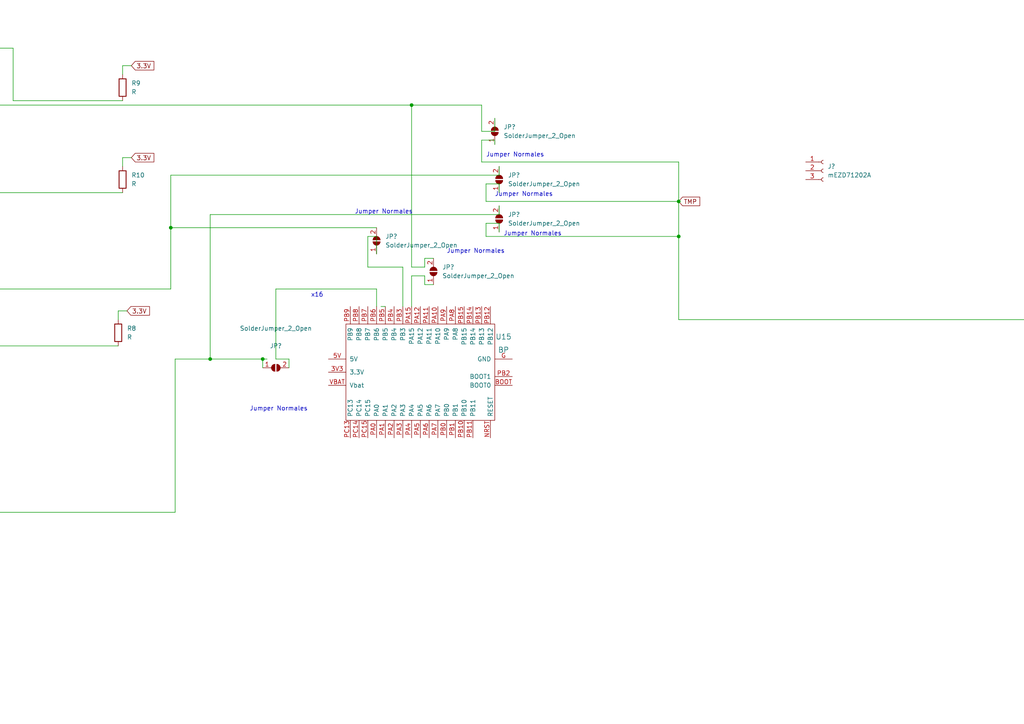
<source format=kicad_sch>
(kicad_sch (version 20211123) (generator eeschema)

  (uuid f5d1fd36-a507-40fb-9629-a44f5c6ba129)

  (paper "A4")

  (lib_symbols
    (symbol "Connector:Conn_01x03_Female" (pin_names (offset 1.016) hide) (in_bom yes) (on_board yes)
      (property "Reference" "J" (id 0) (at 0 5.08 0)
        (effects (font (size 1.27 1.27)))
      )
      (property "Value" "Conn_01x03_Female" (id 1) (at 0 -5.08 0)
        (effects (font (size 1.27 1.27)))
      )
      (property "Footprint" "" (id 2) (at 0 0 0)
        (effects (font (size 1.27 1.27)) hide)
      )
      (property "Datasheet" "~" (id 3) (at 0 0 0)
        (effects (font (size 1.27 1.27)) hide)
      )
      (property "ki_keywords" "connector" (id 4) (at 0 0 0)
        (effects (font (size 1.27 1.27)) hide)
      )
      (property "ki_description" "Generic connector, single row, 01x03, script generated (kicad-library-utils/schlib/autogen/connector/)" (id 5) (at 0 0 0)
        (effects (font (size 1.27 1.27)) hide)
      )
      (property "ki_fp_filters" "Connector*:*_1x??_*" (id 6) (at 0 0 0)
        (effects (font (size 1.27 1.27)) hide)
      )
      (symbol "Conn_01x03_Female_1_1"
        (arc (start 0 -2.032) (mid -0.508 -2.54) (end 0 -3.048)
          (stroke (width 0.1524) (type default) (color 0 0 0 0))
          (fill (type none))
        )
        (polyline
          (pts
            (xy -1.27 -2.54)
            (xy -0.508 -2.54)
          )
          (stroke (width 0.1524) (type default) (color 0 0 0 0))
          (fill (type none))
        )
        (polyline
          (pts
            (xy -1.27 0)
            (xy -0.508 0)
          )
          (stroke (width 0.1524) (type default) (color 0 0 0 0))
          (fill (type none))
        )
        (polyline
          (pts
            (xy -1.27 2.54)
            (xy -0.508 2.54)
          )
          (stroke (width 0.1524) (type default) (color 0 0 0 0))
          (fill (type none))
        )
        (arc (start 0 0.508) (mid -0.508 0) (end 0 -0.508)
          (stroke (width 0.1524) (type default) (color 0 0 0 0))
          (fill (type none))
        )
        (arc (start 0 3.048) (mid -0.508 2.54) (end 0 2.032)
          (stroke (width 0.1524) (type default) (color 0 0 0 0))
          (fill (type none))
        )
        (pin passive line (at -5.08 2.54 0) (length 3.81)
          (name "Pin_1" (effects (font (size 1.27 1.27))))
          (number "1" (effects (font (size 1.27 1.27))))
        )
        (pin passive line (at -5.08 0 0) (length 3.81)
          (name "Pin_2" (effects (font (size 1.27 1.27))))
          (number "2" (effects (font (size 1.27 1.27))))
        )
        (pin passive line (at -5.08 -2.54 0) (length 3.81)
          (name "Pin_3" (effects (font (size 1.27 1.27))))
          (number "3" (effects (font (size 1.27 1.27))))
        )
      )
    )
    (symbol "Device:LED" (pin_numbers hide) (pin_names (offset 1.016) hide) (in_bom yes) (on_board yes)
      (property "Reference" "D" (id 0) (at 0 2.54 0)
        (effects (font (size 1.27 1.27)))
      )
      (property "Value" "LED" (id 1) (at 0 -2.54 0)
        (effects (font (size 1.27 1.27)))
      )
      (property "Footprint" "" (id 2) (at 0 0 0)
        (effects (font (size 1.27 1.27)) hide)
      )
      (property "Datasheet" "~" (id 3) (at 0 0 0)
        (effects (font (size 1.27 1.27)) hide)
      )
      (property "ki_keywords" "LED diode" (id 4) (at 0 0 0)
        (effects (font (size 1.27 1.27)) hide)
      )
      (property "ki_description" "Light emitting diode" (id 5) (at 0 0 0)
        (effects (font (size 1.27 1.27)) hide)
      )
      (property "ki_fp_filters" "LED* LED_SMD:* LED_THT:*" (id 6) (at 0 0 0)
        (effects (font (size 1.27 1.27)) hide)
      )
      (symbol "LED_0_1"
        (polyline
          (pts
            (xy -1.27 -1.27)
            (xy -1.27 1.27)
          )
          (stroke (width 0.254) (type default) (color 0 0 0 0))
          (fill (type none))
        )
        (polyline
          (pts
            (xy -1.27 0)
            (xy 1.27 0)
          )
          (stroke (width 0) (type default) (color 0 0 0 0))
          (fill (type none))
        )
        (polyline
          (pts
            (xy 1.27 -1.27)
            (xy 1.27 1.27)
            (xy -1.27 0)
            (xy 1.27 -1.27)
          )
          (stroke (width 0.254) (type default) (color 0 0 0 0))
          (fill (type none))
        )
        (polyline
          (pts
            (xy -3.048 -0.762)
            (xy -4.572 -2.286)
            (xy -3.81 -2.286)
            (xy -4.572 -2.286)
            (xy -4.572 -1.524)
          )
          (stroke (width 0) (type default) (color 0 0 0 0))
          (fill (type none))
        )
        (polyline
          (pts
            (xy -1.778 -0.762)
            (xy -3.302 -2.286)
            (xy -2.54 -2.286)
            (xy -3.302 -2.286)
            (xy -3.302 -1.524)
          )
          (stroke (width 0) (type default) (color 0 0 0 0))
          (fill (type none))
        )
      )
      (symbol "LED_1_1"
        (pin passive line (at -3.81 0 0) (length 2.54)
          (name "K" (effects (font (size 1.27 1.27))))
          (number "1" (effects (font (size 1.27 1.27))))
        )
        (pin passive line (at 3.81 0 180) (length 2.54)
          (name "A" (effects (font (size 1.27 1.27))))
          (number "2" (effects (font (size 1.27 1.27))))
        )
      )
    )
    (symbol "Device:R" (pin_numbers hide) (pin_names (offset 0)) (in_bom yes) (on_board yes)
      (property "Reference" "R" (id 0) (at 2.032 0 90)
        (effects (font (size 1.27 1.27)))
      )
      (property "Value" "R" (id 1) (at 0 0 90)
        (effects (font (size 1.27 1.27)))
      )
      (property "Footprint" "" (id 2) (at -1.778 0 90)
        (effects (font (size 1.27 1.27)) hide)
      )
      (property "Datasheet" "~" (id 3) (at 0 0 0)
        (effects (font (size 1.27 1.27)) hide)
      )
      (property "ki_keywords" "R res resistor" (id 4) (at 0 0 0)
        (effects (font (size 1.27 1.27)) hide)
      )
      (property "ki_description" "Resistor" (id 5) (at 0 0 0)
        (effects (font (size 1.27 1.27)) hide)
      )
      (property "ki_fp_filters" "R_*" (id 6) (at 0 0 0)
        (effects (font (size 1.27 1.27)) hide)
      )
      (symbol "R_0_1"
        (rectangle (start -1.016 -2.54) (end 1.016 2.54)
          (stroke (width 0.254) (type default) (color 0 0 0 0))
          (fill (type none))
        )
      )
      (symbol "R_1_1"
        (pin passive line (at 0 3.81 270) (length 1.27)
          (name "~" (effects (font (size 1.27 1.27))))
          (number "1" (effects (font (size 1.27 1.27))))
        )
        (pin passive line (at 0 -3.81 90) (length 1.27)
          (name "~" (effects (font (size 1.27 1.27))))
          (number "2" (effects (font (size 1.27 1.27))))
        )
      )
    )
    (symbol "Isolator:ILQ74" (pin_names (offset 1.016)) (in_bom yes) (on_board yes)
      (property "Reference" "U" (id 0) (at -5.08 5.08 0)
        (effects (font (size 1.27 1.27)) (justify left))
      )
      (property "Value" "ILQ74" (id 1) (at 0 5.08 0)
        (effects (font (size 1.27 1.27)) (justify left))
      )
      (property "Footprint" "" (id 2) (at -5.08 -5.08 0)
        (effects (font (size 1.27 1.27) italic) (justify left) hide)
      )
      (property "Datasheet" "https://www.vishay.com/docs/83640/ild74.pdf" (id 3) (at 0 0 0)
        (effects (font (size 1.27 1.27)) (justify left) hide)
      )
      (property "ki_keywords" "NPN DC Dual Optocoupler" (id 4) (at 0 0 0)
        (effects (font (size 1.27 1.27)) hide)
      )
      (property "ki_description" "Quad Optocoupler, NPN Phototransistor Output, TTL compatible, DIP16/SMD16" (id 5) (at 0 0 0)
        (effects (font (size 1.27 1.27)) hide)
      )
      (property "ki_fp_filters" "DIP*W7.62mm* DIP*W10.16mm* SMDIP*W9.53mm*Clearance8mm*" (id 6) (at 0 0 0)
        (effects (font (size 1.27 1.27)) hide)
      )
      (symbol "ILQ74_0_1"
        (rectangle (start -5.08 3.81) (end 5.08 -3.81)
          (stroke (width 0.254) (type default) (color 0 0 0 0))
          (fill (type background))
        )
        (polyline
          (pts
            (xy -3.175 -0.635)
            (xy -1.905 -0.635)
          )
          (stroke (width 0.254) (type default) (color 0 0 0 0))
          (fill (type none))
        )
        (polyline
          (pts
            (xy 2.54 0.635)
            (xy 4.445 2.54)
          )
          (stroke (width 0) (type default) (color 0 0 0 0))
          (fill (type none))
        )
        (polyline
          (pts
            (xy 4.445 -2.54)
            (xy 2.54 -0.635)
          )
          (stroke (width 0) (type default) (color 0 0 0 0))
          (fill (type outline))
        )
        (polyline
          (pts
            (xy 4.445 -2.54)
            (xy 5.08 -2.54)
          )
          (stroke (width 0) (type default) (color 0 0 0 0))
          (fill (type none))
        )
        (polyline
          (pts
            (xy 4.445 2.54)
            (xy 5.08 2.54)
          )
          (stroke (width 0) (type default) (color 0 0 0 0))
          (fill (type none))
        )
        (polyline
          (pts
            (xy -5.08 2.54)
            (xy -2.54 2.54)
            (xy -2.54 0.635)
          )
          (stroke (width 0) (type default) (color 0 0 0 0))
          (fill (type none))
        )
        (polyline
          (pts
            (xy 2.54 1.905)
            (xy 2.54 -1.905)
            (xy 2.54 -1.905)
          )
          (stroke (width 0.508) (type default) (color 0 0 0 0))
          (fill (type none))
        )
        (polyline
          (pts
            (xy -2.54 -0.635)
            (xy -3.175 0.635)
            (xy -1.905 0.635)
            (xy -2.54 -0.635)
          )
          (stroke (width 0.254) (type default) (color 0 0 0 0))
          (fill (type none))
        )
        (polyline
          (pts
            (xy -2.54 -0.635)
            (xy -2.54 1.27)
            (xy -2.54 -2.54)
            (xy -5.08 -2.54)
          )
          (stroke (width 0) (type default) (color 0 0 0 0))
          (fill (type none))
        )
        (polyline
          (pts
            (xy -0.508 -0.508)
            (xy 0.762 -0.508)
            (xy 0.381 -0.635)
            (xy 0.381 -0.381)
            (xy 0.762 -0.508)
          )
          (stroke (width 0) (type default) (color 0 0 0 0))
          (fill (type none))
        )
        (polyline
          (pts
            (xy -0.508 0.508)
            (xy 0.762 0.508)
            (xy 0.381 0.381)
            (xy 0.381 0.635)
            (xy 0.762 0.508)
          )
          (stroke (width 0) (type default) (color 0 0 0 0))
          (fill (type none))
        )
        (polyline
          (pts
            (xy 3.048 -1.651)
            (xy 3.556 -1.143)
            (xy 4.064 -2.159)
            (xy 3.048 -1.651)
            (xy 3.048 -1.651)
          )
          (stroke (width 0) (type default) (color 0 0 0 0))
          (fill (type outline))
        )
      )
      (symbol "ILQ74_1_1"
        (pin passive line (at -7.62 2.54 0) (length 2.54)
          (name "~" (effects (font (size 1.27 1.27))))
          (number "1" (effects (font (size 1.27 1.27))))
        )
        (pin passive line (at 7.62 2.54 180) (length 2.54)
          (name "~" (effects (font (size 1.27 1.27))))
          (number "15" (effects (font (size 1.27 1.27))))
        )
        (pin passive line (at 7.62 -2.54 180) (length 2.54)
          (name "~" (effects (font (size 1.27 1.27))))
          (number "16" (effects (font (size 1.27 1.27))))
        )
        (pin passive line (at -7.62 -2.54 0) (length 2.54)
          (name "~" (effects (font (size 1.27 1.27))))
          (number "2" (effects (font (size 1.27 1.27))))
        )
      )
      (symbol "ILQ74_2_1"
        (pin passive line (at 7.62 -2.54 180) (length 2.54)
          (name "~" (effects (font (size 1.27 1.27))))
          (number "13" (effects (font (size 1.27 1.27))))
        )
        (pin passive line (at 7.62 2.54 180) (length 2.54)
          (name "~" (effects (font (size 1.27 1.27))))
          (number "14" (effects (font (size 1.27 1.27))))
        )
        (pin passive line (at -7.62 -2.54 0) (length 2.54)
          (name "~" (effects (font (size 1.27 1.27))))
          (number "3" (effects (font (size 1.27 1.27))))
        )
        (pin passive line (at -7.62 2.54 0) (length 2.54)
          (name "~" (effects (font (size 1.27 1.27))))
          (number "4" (effects (font (size 1.27 1.27))))
        )
      )
      (symbol "ILQ74_3_1"
        (pin passive line (at 7.62 2.54 180) (length 2.54)
          (name "~" (effects (font (size 1.27 1.27))))
          (number "11" (effects (font (size 1.27 1.27))))
        )
        (pin passive line (at 7.62 -2.54 180) (length 2.54)
          (name "~" (effects (font (size 1.27 1.27))))
          (number "12" (effects (font (size 1.27 1.27))))
        )
        (pin passive line (at -7.62 2.54 0) (length 2.54)
          (name "~" (effects (font (size 1.27 1.27))))
          (number "5" (effects (font (size 1.27 1.27))))
        )
        (pin passive line (at -7.62 -2.54 0) (length 2.54)
          (name "~" (effects (font (size 1.27 1.27))))
          (number "6" (effects (font (size 1.27 1.27))))
        )
      )
      (symbol "ILQ74_4_1"
        (pin passive line (at 7.62 2.54 180) (length 2.54)
          (name "~" (effects (font (size 1.27 1.27))))
          (number "10" (effects (font (size 1.27 1.27))))
        )
        (pin passive line (at -7.62 -2.54 0) (length 2.54)
          (name "~" (effects (font (size 1.27 1.27))))
          (number "7" (effects (font (size 1.27 1.27))))
        )
        (pin passive line (at -7.62 2.54 0) (length 2.54)
          (name "~" (effects (font (size 1.27 1.27))))
          (number "8" (effects (font (size 1.27 1.27))))
        )
        (pin passive line (at 7.62 -2.54 180) (length 2.54)
          (name "~" (effects (font (size 1.27 1.27))))
          (number "9" (effects (font (size 1.27 1.27))))
        )
      )
    )
    (symbol "Isolator:LTV-847S" (pin_names (offset 1.016)) (in_bom yes) (on_board yes)
      (property "Reference" "U" (id 0) (at -3.81 5.08 0)
        (effects (font (size 1.27 1.27)))
      )
      (property "Value" "LTV-847S" (id 1) (at 0 -5.08 0)
        (effects (font (size 1.27 1.27)))
      )
      (property "Footprint" "Package_DIP:SMDIP-16_W9.53mm" (id 2) (at 0 -7.62 0)
        (effects (font (size 1.27 1.27)) hide)
      )
      (property "Datasheet" "http://www.us.liteon.com/downloads/LTV-817-827-847.PDF" (id 3) (at -15.24 11.43 0)
        (effects (font (size 1.27 1.27)) hide)
      )
      (property "ki_keywords" "NPN DC Optocoupler" (id 4) (at 0 0 0)
        (effects (font (size 1.27 1.27)) hide)
      )
      (property "ki_description" "DC Optocoupler, Vce 35V, CTR 50%, SMDIP-16" (id 5) (at 0 0 0)
        (effects (font (size 1.27 1.27)) hide)
      )
      (property "ki_fp_filters" "SMDIP*W9.53mm*" (id 6) (at 0 0 0)
        (effects (font (size 1.27 1.27)) hide)
      )
      (symbol "LTV-847S_0_1"
        (rectangle (start -5.08 3.81) (end 5.08 -3.81)
          (stroke (width 0.254) (type default) (color 0 0 0 0))
          (fill (type background))
        )
        (polyline
          (pts
            (xy -3.175 -0.635)
            (xy -1.905 -0.635)
          )
          (stroke (width 0.254) (type default) (color 0 0 0 0))
          (fill (type none))
        )
        (polyline
          (pts
            (xy 2.54 0.635)
            (xy 4.445 2.54)
          )
          (stroke (width 0) (type default) (color 0 0 0 0))
          (fill (type none))
        )
        (polyline
          (pts
            (xy 4.445 -2.54)
            (xy 2.54 -0.635)
          )
          (stroke (width 0) (type default) (color 0 0 0 0))
          (fill (type outline))
        )
        (polyline
          (pts
            (xy 4.445 -2.54)
            (xy 5.08 -2.54)
          )
          (stroke (width 0) (type default) (color 0 0 0 0))
          (fill (type none))
        )
        (polyline
          (pts
            (xy 4.445 2.54)
            (xy 5.08 2.54)
          )
          (stroke (width 0) (type default) (color 0 0 0 0))
          (fill (type none))
        )
        (polyline
          (pts
            (xy -2.54 -0.635)
            (xy -2.54 -2.54)
            (xy -5.08 -2.54)
          )
          (stroke (width 0) (type default) (color 0 0 0 0))
          (fill (type none))
        )
        (polyline
          (pts
            (xy 2.54 1.905)
            (xy 2.54 -1.905)
            (xy 2.54 -1.905)
          )
          (stroke (width 0.508) (type default) (color 0 0 0 0))
          (fill (type none))
        )
        (polyline
          (pts
            (xy -5.08 2.54)
            (xy -2.54 2.54)
            (xy -2.54 -1.27)
            (xy -2.54 0.635)
          )
          (stroke (width 0) (type default) (color 0 0 0 0))
          (fill (type none))
        )
        (polyline
          (pts
            (xy -2.54 -0.635)
            (xy -3.175 0.635)
            (xy -1.905 0.635)
            (xy -2.54 -0.635)
          )
          (stroke (width 0.254) (type default) (color 0 0 0 0))
          (fill (type none))
        )
        (polyline
          (pts
            (xy -0.508 -0.508)
            (xy 0.762 -0.508)
            (xy 0.381 -0.635)
            (xy 0.381 -0.381)
            (xy 0.762 -0.508)
          )
          (stroke (width 0) (type default) (color 0 0 0 0))
          (fill (type none))
        )
        (polyline
          (pts
            (xy -0.508 0.508)
            (xy 0.762 0.508)
            (xy 0.381 0.381)
            (xy 0.381 0.635)
            (xy 0.762 0.508)
          )
          (stroke (width 0) (type default) (color 0 0 0 0))
          (fill (type none))
        )
        (polyline
          (pts
            (xy 3.048 -1.651)
            (xy 3.556 -1.143)
            (xy 4.064 -2.159)
            (xy 3.048 -1.651)
            (xy 3.048 -1.651)
          )
          (stroke (width 0) (type default) (color 0 0 0 0))
          (fill (type outline))
        )
      )
      (symbol "LTV-847S_1_1"
        (pin passive line (at -7.62 2.54 0) (length 2.54)
          (name "~" (effects (font (size 1.27 1.27))))
          (number "1" (effects (font (size 1.27 1.27))))
        )
        (pin passive line (at 7.62 -2.54 180) (length 2.54)
          (name "~" (effects (font (size 1.27 1.27))))
          (number "15" (effects (font (size 1.27 1.27))))
        )
        (pin passive line (at 7.62 2.54 180) (length 2.54)
          (name "~" (effects (font (size 1.27 1.27))))
          (number "16" (effects (font (size 1.27 1.27))))
        )
        (pin passive line (at -7.62 -2.54 0) (length 2.54)
          (name "~" (effects (font (size 1.27 1.27))))
          (number "2" (effects (font (size 1.27 1.27))))
        )
      )
      (symbol "LTV-847S_2_1"
        (pin passive line (at 7.62 -2.54 180) (length 2.54)
          (name "~" (effects (font (size 1.27 1.27))))
          (number "13" (effects (font (size 1.27 1.27))))
        )
        (pin passive line (at 7.62 2.54 180) (length 2.54)
          (name "~" (effects (font (size 1.27 1.27))))
          (number "14" (effects (font (size 1.27 1.27))))
        )
        (pin passive line (at -7.62 2.54 0) (length 2.54)
          (name "~" (effects (font (size 1.27 1.27))))
          (number "3" (effects (font (size 1.27 1.27))))
        )
        (pin passive line (at -7.62 -2.54 0) (length 2.54)
          (name "~" (effects (font (size 1.27 1.27))))
          (number "4" (effects (font (size 1.27 1.27))))
        )
      )
      (symbol "LTV-847S_3_1"
        (pin passive line (at 7.62 -2.54 180) (length 2.54)
          (name "~" (effects (font (size 1.27 1.27))))
          (number "11" (effects (font (size 1.27 1.27))))
        )
        (pin passive line (at 7.62 2.54 180) (length 2.54)
          (name "~" (effects (font (size 1.27 1.27))))
          (number "12" (effects (font (size 1.27 1.27))))
        )
        (pin passive line (at -7.62 2.54 0) (length 2.54)
          (name "~" (effects (font (size 1.27 1.27))))
          (number "5" (effects (font (size 1.27 1.27))))
        )
        (pin passive line (at -7.62 -2.54 0) (length 2.54)
          (name "~" (effects (font (size 1.27 1.27))))
          (number "6" (effects (font (size 1.27 1.27))))
        )
      )
      (symbol "LTV-847S_4_1"
        (pin passive line (at 7.62 2.54 180) (length 2.54)
          (name "~" (effects (font (size 1.27 1.27))))
          (number "10" (effects (font (size 1.27 1.27))))
        )
        (pin passive line (at -7.62 2.54 0) (length 2.54)
          (name "~" (effects (font (size 1.27 1.27))))
          (number "7" (effects (font (size 1.27 1.27))))
        )
        (pin passive line (at -7.62 -2.54 0) (length 2.54)
          (name "~" (effects (font (size 1.27 1.27))))
          (number "8" (effects (font (size 1.27 1.27))))
        )
        (pin passive line (at 7.62 -2.54 180) (length 2.54)
          (name "~" (effects (font (size 1.27 1.27))))
          (number "9" (effects (font (size 1.27 1.27))))
        )
      )
    )
    (symbol "Jumper:SolderJumper_2_Open" (pin_names (offset 0) hide) (in_bom yes) (on_board yes)
      (property "Reference" "JP" (id 0) (at 0 2.032 0)
        (effects (font (size 1.27 1.27)))
      )
      (property "Value" "SolderJumper_2_Open" (id 1) (at 0 -2.54 0)
        (effects (font (size 1.27 1.27)))
      )
      (property "Footprint" "" (id 2) (at 0 0 0)
        (effects (font (size 1.27 1.27)) hide)
      )
      (property "Datasheet" "~" (id 3) (at 0 0 0)
        (effects (font (size 1.27 1.27)) hide)
      )
      (property "ki_keywords" "solder jumper SPST" (id 4) (at 0 0 0)
        (effects (font (size 1.27 1.27)) hide)
      )
      (property "ki_description" "Solder Jumper, 2-pole, open" (id 5) (at 0 0 0)
        (effects (font (size 1.27 1.27)) hide)
      )
      (property "ki_fp_filters" "SolderJumper*Open*" (id 6) (at 0 0 0)
        (effects (font (size 1.27 1.27)) hide)
      )
      (symbol "SolderJumper_2_Open_0_1"
        (arc (start -0.254 1.016) (mid -1.27 0) (end -0.254 -1.016)
          (stroke (width 0) (type default) (color 0 0 0 0))
          (fill (type none))
        )
        (arc (start -0.254 1.016) (mid -1.27 0) (end -0.254 -1.016)
          (stroke (width 0) (type default) (color 0 0 0 0))
          (fill (type outline))
        )
        (polyline
          (pts
            (xy -0.254 1.016)
            (xy -0.254 -1.016)
          )
          (stroke (width 0) (type default) (color 0 0 0 0))
          (fill (type none))
        )
        (polyline
          (pts
            (xy 0.254 1.016)
            (xy 0.254 -1.016)
          )
          (stroke (width 0) (type default) (color 0 0 0 0))
          (fill (type none))
        )
        (arc (start 0.254 -1.016) (mid 1.27 0) (end 0.254 1.016)
          (stroke (width 0) (type default) (color 0 0 0 0))
          (fill (type none))
        )
        (arc (start 0.254 -1.016) (mid 1.27 0) (end 0.254 1.016)
          (stroke (width 0) (type default) (color 0 0 0 0))
          (fill (type outline))
        )
      )
      (symbol "SolderJumper_2_Open_1_1"
        (pin passive line (at -3.81 0 0) (length 2.54)
          (name "A" (effects (font (size 1.27 1.27))))
          (number "1" (effects (font (size 1.27 1.27))))
        )
        (pin passive line (at 3.81 0 180) (length 2.54)
          (name "B" (effects (font (size 1.27 1.27))))
          (number "2" (effects (font (size 1.27 1.27))))
        )
      )
    )
    (symbol "Simbolos PE:DB37_Female" (pin_names (offset 1.016) hide) (in_bom yes) (on_board yes)
      (property "Reference" "J" (id 0) (at 0 50.165 0)
        (effects (font (size 1.27 1.27)))
      )
      (property "Value" "DB37_Female" (id 1) (at 0 -50.8 0)
        (effects (font (size 1.27 1.27)))
      )
      (property "Footprint" "" (id 2) (at 0 0 0)
        (effects (font (size 1.27 1.27)) hide)
      )
      (property "Datasheet" " ~" (id 3) (at 0 0 0)
        (effects (font (size 1.27 1.27)) hide)
      )
      (property "ki_keywords" "female D-SUB connector" (id 4) (at 0 0 0)
        (effects (font (size 1.27 1.27)) hide)
      )
      (property "ki_description" "37-pin female D-SUB connector" (id 5) (at 0 0 0)
        (effects (font (size 1.27 1.27)) hide)
      )
      (property "ki_fp_filters" "DSUB*Female*" (id 6) (at 0 0 0)
        (effects (font (size 1.27 1.27)) hide)
      )
      (symbol "DB37_Female_0_1"
        (circle (center -1.778 -45.72) (radius 0.762)
          (stroke (width 0) (type default) (color 0 0 0 0))
          (fill (type none))
        )
        (circle (center -1.778 -40.64) (radius 0.762)
          (stroke (width 0) (type default) (color 0 0 0 0))
          (fill (type none))
        )
        (circle (center -1.778 -35.56) (radius 0.762)
          (stroke (width 0) (type default) (color 0 0 0 0))
          (fill (type none))
        )
        (circle (center -1.778 -30.48) (radius 0.762)
          (stroke (width 0) (type default) (color 0 0 0 0))
          (fill (type none))
        )
        (circle (center -1.778 -25.4) (radius 0.762)
          (stroke (width 0) (type default) (color 0 0 0 0))
          (fill (type none))
        )
        (circle (center -1.778 -20.32) (radius 0.762)
          (stroke (width 0) (type default) (color 0 0 0 0))
          (fill (type none))
        )
        (circle (center -1.778 -15.24) (radius 0.762)
          (stroke (width 0) (type default) (color 0 0 0 0))
          (fill (type none))
        )
        (circle (center -1.778 -10.16) (radius 0.762)
          (stroke (width 0) (type default) (color 0 0 0 0))
          (fill (type none))
        )
        (circle (center -1.778 -5.08) (radius 0.762)
          (stroke (width 0) (type default) (color 0 0 0 0))
          (fill (type none))
        )
        (circle (center -1.778 0) (radius 0.762)
          (stroke (width 0) (type default) (color 0 0 0 0))
          (fill (type none))
        )
        (circle (center -1.778 5.08) (radius 0.762)
          (stroke (width 0) (type default) (color 0 0 0 0))
          (fill (type none))
        )
        (circle (center -1.778 10.16) (radius 0.762)
          (stroke (width 0) (type default) (color 0 0 0 0))
          (fill (type none))
        )
        (circle (center -1.778 15.24) (radius 0.762)
          (stroke (width 0) (type default) (color 0 0 0 0))
          (fill (type none))
        )
        (circle (center -1.778 20.32) (radius 0.762)
          (stroke (width 0) (type default) (color 0 0 0 0))
          (fill (type none))
        )
        (circle (center -1.778 25.4) (radius 0.762)
          (stroke (width 0) (type default) (color 0 0 0 0))
          (fill (type none))
        )
        (circle (center -1.778 30.48) (radius 0.762)
          (stroke (width 0) (type default) (color 0 0 0 0))
          (fill (type none))
        )
        (circle (center -1.778 35.56) (radius 0.762)
          (stroke (width 0) (type default) (color 0 0 0 0))
          (fill (type none))
        )
        (circle (center -1.778 40.64) (radius 0.762)
          (stroke (width 0) (type default) (color 0 0 0 0))
          (fill (type none))
        )
        (circle (center -1.778 45.72) (radius 0.762)
          (stroke (width 0) (type default) (color 0 0 0 0))
          (fill (type none))
        )
        (polyline
          (pts
            (xy -3.81 -45.72)
            (xy -2.54 -45.72)
          )
          (stroke (width 0) (type default) (color 0 0 0 0))
          (fill (type none))
        )
        (polyline
          (pts
            (xy -3.81 -43.18)
            (xy 0.508 -43.18)
          )
          (stroke (width 0) (type default) (color 0 0 0 0))
          (fill (type none))
        )
        (polyline
          (pts
            (xy -3.81 -40.64)
            (xy -2.54 -40.64)
          )
          (stroke (width 0) (type default) (color 0 0 0 0))
          (fill (type none))
        )
        (polyline
          (pts
            (xy -3.81 -38.1)
            (xy 0.508 -38.1)
          )
          (stroke (width 0) (type default) (color 0 0 0 0))
          (fill (type none))
        )
        (polyline
          (pts
            (xy -3.81 -35.56)
            (xy -2.54 -35.56)
          )
          (stroke (width 0) (type default) (color 0 0 0 0))
          (fill (type none))
        )
        (polyline
          (pts
            (xy -3.81 -33.02)
            (xy 0.508 -33.02)
          )
          (stroke (width 0) (type default) (color 0 0 0 0))
          (fill (type none))
        )
        (polyline
          (pts
            (xy -3.81 -30.48)
            (xy -2.54 -30.48)
          )
          (stroke (width 0) (type default) (color 0 0 0 0))
          (fill (type none))
        )
        (polyline
          (pts
            (xy -3.81 -27.94)
            (xy 0.508 -27.94)
          )
          (stroke (width 0) (type default) (color 0 0 0 0))
          (fill (type none))
        )
        (polyline
          (pts
            (xy -3.81 -25.4)
            (xy -2.54 -25.4)
          )
          (stroke (width 0) (type default) (color 0 0 0 0))
          (fill (type none))
        )
        (polyline
          (pts
            (xy -3.81 -22.86)
            (xy 0.508 -22.86)
          )
          (stroke (width 0) (type default) (color 0 0 0 0))
          (fill (type none))
        )
        (polyline
          (pts
            (xy -3.81 -20.32)
            (xy -2.54 -20.32)
          )
          (stroke (width 0) (type default) (color 0 0 0 0))
          (fill (type none))
        )
        (polyline
          (pts
            (xy -3.81 -17.78)
            (xy 0.508 -17.78)
          )
          (stroke (width 0) (type default) (color 0 0 0 0))
          (fill (type none))
        )
        (polyline
          (pts
            (xy -3.81 -15.24)
            (xy -2.54 -15.24)
          )
          (stroke (width 0) (type default) (color 0 0 0 0))
          (fill (type none))
        )
        (polyline
          (pts
            (xy -3.81 -12.7)
            (xy 0.508 -12.7)
          )
          (stroke (width 0) (type default) (color 0 0 0 0))
          (fill (type none))
        )
        (polyline
          (pts
            (xy -3.81 -10.16)
            (xy -2.54 -10.16)
          )
          (stroke (width 0) (type default) (color 0 0 0 0))
          (fill (type none))
        )
        (polyline
          (pts
            (xy -3.81 -7.62)
            (xy 0.508 -7.62)
          )
          (stroke (width 0) (type default) (color 0 0 0 0))
          (fill (type none))
        )
        (polyline
          (pts
            (xy -3.81 -5.08)
            (xy -2.54 -5.08)
          )
          (stroke (width 0) (type default) (color 0 0 0 0))
          (fill (type none))
        )
        (polyline
          (pts
            (xy -3.81 -2.54)
            (xy 0.508 -2.54)
          )
          (stroke (width 0) (type default) (color 0 0 0 0))
          (fill (type none))
        )
        (polyline
          (pts
            (xy -3.81 0)
            (xy -2.54 0)
          )
          (stroke (width 0) (type default) (color 0 0 0 0))
          (fill (type none))
        )
        (polyline
          (pts
            (xy -3.81 2.54)
            (xy 0.508 2.54)
          )
          (stroke (width 0) (type default) (color 0 0 0 0))
          (fill (type none))
        )
        (polyline
          (pts
            (xy -3.81 5.08)
            (xy -2.54 5.08)
          )
          (stroke (width 0) (type default) (color 0 0 0 0))
          (fill (type none))
        )
        (polyline
          (pts
            (xy -3.81 7.62)
            (xy 0.508 7.62)
          )
          (stroke (width 0) (type default) (color 0 0 0 0))
          (fill (type none))
        )
        (polyline
          (pts
            (xy -3.81 10.16)
            (xy -2.54 10.16)
          )
          (stroke (width 0) (type default) (color 0 0 0 0))
          (fill (type none))
        )
        (polyline
          (pts
            (xy -3.81 12.7)
            (xy 0.508 12.7)
          )
          (stroke (width 0) (type default) (color 0 0 0 0))
          (fill (type none))
        )
        (polyline
          (pts
            (xy -3.81 15.24)
            (xy -2.54 15.24)
          )
          (stroke (width 0) (type default) (color 0 0 0 0))
          (fill (type none))
        )
        (polyline
          (pts
            (xy -3.81 17.78)
            (xy 0.508 17.78)
          )
          (stroke (width 0) (type default) (color 0 0 0 0))
          (fill (type none))
        )
        (polyline
          (pts
            (xy -3.81 20.32)
            (xy -2.54 20.32)
          )
          (stroke (width 0) (type default) (color 0 0 0 0))
          (fill (type none))
        )
        (polyline
          (pts
            (xy -3.81 22.86)
            (xy 0.508 22.86)
          )
          (stroke (width 0) (type default) (color 0 0 0 0))
          (fill (type none))
        )
        (polyline
          (pts
            (xy -3.81 25.4)
            (xy -2.54 25.4)
          )
          (stroke (width 0) (type default) (color 0 0 0 0))
          (fill (type none))
        )
        (polyline
          (pts
            (xy -3.81 27.94)
            (xy 0.508 27.94)
          )
          (stroke (width 0) (type default) (color 0 0 0 0))
          (fill (type none))
        )
        (polyline
          (pts
            (xy -3.81 30.48)
            (xy -2.54 30.48)
          )
          (stroke (width 0) (type default) (color 0 0 0 0))
          (fill (type none))
        )
        (polyline
          (pts
            (xy -3.81 33.02)
            (xy 0.508 33.02)
          )
          (stroke (width 0) (type default) (color 0 0 0 0))
          (fill (type none))
        )
        (polyline
          (pts
            (xy -3.81 35.56)
            (xy -2.54 35.56)
          )
          (stroke (width 0) (type default) (color 0 0 0 0))
          (fill (type none))
        )
        (polyline
          (pts
            (xy -3.81 38.1)
            (xy 0.508 38.1)
          )
          (stroke (width 0) (type default) (color 0 0 0 0))
          (fill (type none))
        )
        (polyline
          (pts
            (xy -3.81 40.64)
            (xy -2.54 40.64)
          )
          (stroke (width 0) (type default) (color 0 0 0 0))
          (fill (type none))
        )
        (polyline
          (pts
            (xy -3.81 43.18)
            (xy 0.508 43.18)
          )
          (stroke (width 0) (type default) (color 0 0 0 0))
          (fill (type none))
        )
        (polyline
          (pts
            (xy -3.81 45.72)
            (xy -2.54 45.72)
          )
          (stroke (width 0) (type default) (color 0 0 0 0))
          (fill (type none))
        )
        (polyline
          (pts
            (xy -3.81 -49.53)
            (xy 3.81 -45.085)
            (xy 3.81 45.085)
            (xy -3.81 48.895)
            (xy -3.81 -49.53)
          )
          (stroke (width 0.254) (type default) (color 0 0 0 0))
          (fill (type background))
        )
        (circle (center 1.27 -43.18) (radius 0.762)
          (stroke (width 0) (type default) (color 0 0 0 0))
          (fill (type none))
        )
        (circle (center 1.27 -38.1) (radius 0.762)
          (stroke (width 0) (type default) (color 0 0 0 0))
          (fill (type none))
        )
        (circle (center 1.27 -33.02) (radius 0.762)
          (stroke (width 0) (type default) (color 0 0 0 0))
          (fill (type none))
        )
        (circle (center 1.27 -27.94) (radius 0.762)
          (stroke (width 0) (type default) (color 0 0 0 0))
          (fill (type none))
        )
        (circle (center 1.27 -22.86) (radius 0.762)
          (stroke (width 0) (type default) (color 0 0 0 0))
          (fill (type none))
        )
        (circle (center 1.27 -17.78) (radius 0.762)
          (stroke (width 0) (type default) (color 0 0 0 0))
          (fill (type none))
        )
        (circle (center 1.27 -12.7) (radius 0.762)
          (stroke (width 0) (type default) (color 0 0 0 0))
          (fill (type none))
        )
        (circle (center 1.27 -7.62) (radius 0.762)
          (stroke (width 0) (type default) (color 0 0 0 0))
          (fill (type none))
        )
        (circle (center 1.27 -2.54) (radius 0.762)
          (stroke (width 0) (type default) (color 0 0 0 0))
          (fill (type none))
        )
        (circle (center 1.27 2.54) (radius 0.762)
          (stroke (width 0) (type default) (color 0 0 0 0))
          (fill (type none))
        )
        (circle (center 1.27 7.62) (radius 0.762)
          (stroke (width 0) (type default) (color 0 0 0 0))
          (fill (type none))
        )
        (circle (center 1.27 12.7) (radius 0.762)
          (stroke (width 0) (type default) (color 0 0 0 0))
          (fill (type none))
        )
        (circle (center 1.27 17.78) (radius 0.762)
          (stroke (width 0) (type default) (color 0 0 0 0))
          (fill (type none))
        )
        (circle (center 1.27 22.86) (radius 0.762)
          (stroke (width 0) (type default) (color 0 0 0 0))
          (fill (type none))
        )
        (circle (center 1.27 27.94) (radius 0.762)
          (stroke (width 0) (type default) (color 0 0 0 0))
          (fill (type none))
        )
        (circle (center 1.27 33.02) (radius 0.762)
          (stroke (width 0) (type default) (color 0 0 0 0))
          (fill (type none))
        )
        (circle (center 1.27 38.1) (radius 0.762)
          (stroke (width 0) (type default) (color 0 0 0 0))
          (fill (type none))
        )
        (circle (center 1.27 43.18) (radius 0.762)
          (stroke (width 0) (type default) (color 0 0 0 0))
          (fill (type none))
        )
      )
      (symbol "DB37_Female_1_1"
        (pin passive line (at -7.62 45.72 0) (length 3.81)
          (name "1" (effects (font (size 1.27 1.27))))
          (number "1" (effects (font (size 1.27 1.27))))
        )
        (pin passive line (at -7.62 0 0) (length 3.81)
          (name "10" (effects (font (size 1.27 1.27))))
          (number "10" (effects (font (size 1.27 1.27))))
        )
        (pin passive line (at -7.62 -5.08 0) (length 3.81)
          (name "11" (effects (font (size 1.27 1.27))))
          (number "11" (effects (font (size 1.27 1.27))))
        )
        (pin passive line (at -7.62 -10.16 0) (length 3.81)
          (name "12" (effects (font (size 1.27 1.27))))
          (number "12" (effects (font (size 1.27 1.27))))
        )
        (pin passive line (at -7.62 -15.24 0) (length 3.81)
          (name "13" (effects (font (size 1.27 1.27))))
          (number "13" (effects (font (size 1.27 1.27))))
        )
        (pin passive line (at -7.62 -20.32 0) (length 3.81)
          (name "14" (effects (font (size 1.27 1.27))))
          (number "14" (effects (font (size 1.27 1.27))))
        )
        (pin passive line (at -7.62 -25.4 0) (length 3.81)
          (name "15" (effects (font (size 1.27 1.27))))
          (number "15" (effects (font (size 1.27 1.27))))
        )
        (pin passive line (at -7.62 -30.48 0) (length 3.81)
          (name "16" (effects (font (size 1.27 1.27))))
          (number "16" (effects (font (size 1.27 1.27))))
        )
        (pin passive line (at -7.62 -35.56 0) (length 3.81)
          (name "17" (effects (font (size 1.27 1.27))))
          (number "17" (effects (font (size 1.27 1.27))))
        )
        (pin passive line (at -7.62 -40.64 0) (length 3.81)
          (name "18" (effects (font (size 1.27 1.27))))
          (number "18" (effects (font (size 1.27 1.27))))
        )
        (pin passive line (at -7.62 -45.72 0) (length 3.81)
          (name "19" (effects (font (size 1.27 1.27))))
          (number "19" (effects (font (size 1.27 1.27))))
        )
        (pin passive line (at -7.62 40.64 0) (length 3.81)
          (name "2" (effects (font (size 1.27 1.27))))
          (number "2" (effects (font (size 1.27 1.27))))
        )
        (pin passive line (at -7.62 43.18 0) (length 3.81)
          (name "20" (effects (font (size 1.27 1.27))))
          (number "20" (effects (font (size 1.27 1.27))))
        )
        (pin passive line (at -7.62 38.1 0) (length 3.81)
          (name "21" (effects (font (size 1.27 1.27))))
          (number "21" (effects (font (size 1.27 1.27))))
        )
        (pin passive line (at -7.62 33.02 0) (length 3.81)
          (name "22" (effects (font (size 1.27 1.27))))
          (number "22" (effects (font (size 1.27 1.27))))
        )
        (pin passive line (at -7.62 27.94 0) (length 3.81)
          (name "23" (effects (font (size 1.27 1.27))))
          (number "23" (effects (font (size 1.27 1.27))))
        )
        (pin passive line (at -7.62 22.86 0) (length 3.81)
          (name "24" (effects (font (size 1.27 1.27))))
          (number "24" (effects (font (size 1.27 1.27))))
        )
        (pin passive line (at -7.62 17.78 0) (length 3.81)
          (name "25" (effects (font (size 1.27 1.27))))
          (number "25" (effects (font (size 1.27 1.27))))
        )
        (pin passive line (at -7.62 12.7 0) (length 3.81)
          (name "26" (effects (font (size 1.27 1.27))))
          (number "26" (effects (font (size 1.27 1.27))))
        )
        (pin passive line (at -7.62 7.62 0) (length 3.81)
          (name "27" (effects (font (size 1.27 1.27))))
          (number "27" (effects (font (size 1.27 1.27))))
        )
        (pin passive line (at -7.62 2.54 0) (length 3.81)
          (name "28" (effects (font (size 1.27 1.27))))
          (number "28" (effects (font (size 1.27 1.27))))
        )
        (pin passive line (at -7.62 -2.54 0) (length 3.81)
          (name "29" (effects (font (size 1.27 1.27))))
          (number "29" (effects (font (size 1.27 1.27))))
        )
        (pin passive line (at -7.62 35.56 0) (length 3.81)
          (name "3" (effects (font (size 1.27 1.27))))
          (number "3" (effects (font (size 1.27 1.27))))
        )
        (pin passive line (at -7.62 -7.62 0) (length 3.81)
          (name "30" (effects (font (size 1.27 1.27))))
          (number "30" (effects (font (size 1.27 1.27))))
        )
        (pin passive line (at -7.62 -12.7 0) (length 3.81)
          (name "31" (effects (font (size 1.27 1.27))))
          (number "31" (effects (font (size 1.27 1.27))))
        )
        (pin passive line (at -7.62 -17.78 0) (length 3.81)
          (name "32" (effects (font (size 1.27 1.27))))
          (number "32" (effects (font (size 1.27 1.27))))
        )
        (pin passive line (at -7.62 -22.86 0) (length 3.81)
          (name "33" (effects (font (size 1.27 1.27))))
          (number "33" (effects (font (size 1.27 1.27))))
        )
        (pin passive line (at -7.62 -27.94 0) (length 3.81)
          (name "34" (effects (font (size 1.27 1.27))))
          (number "34" (effects (font (size 1.27 1.27))))
        )
        (pin passive line (at -7.62 -33.02 0) (length 3.81)
          (name "35" (effects (font (size 1.27 1.27))))
          (number "35" (effects (font (size 1.27 1.27))))
        )
        (pin passive line (at -7.62 -38.1 0) (length 3.81)
          (name "36" (effects (font (size 1.27 1.27))))
          (number "36" (effects (font (size 1.27 1.27))))
        )
        (pin passive line (at -7.62 -43.18 0) (length 3.81)
          (name "37" (effects (font (size 1.27 1.27))))
          (number "37" (effects (font (size 1.27 1.27))))
        )
        (pin passive line (at -7.62 30.48 0) (length 3.81)
          (name "4" (effects (font (size 1.27 1.27))))
          (number "4" (effects (font (size 1.27 1.27))))
        )
        (pin passive line (at -7.62 25.4 0) (length 3.81)
          (name "5" (effects (font (size 1.27 1.27))))
          (number "5" (effects (font (size 1.27 1.27))))
        )
        (pin passive line (at -7.62 20.32 0) (length 3.81)
          (name "6" (effects (font (size 1.27 1.27))))
          (number "6" (effects (font (size 1.27 1.27))))
        )
        (pin passive line (at -7.62 15.24 0) (length 3.81)
          (name "7" (effects (font (size 1.27 1.27))))
          (number "7" (effects (font (size 1.27 1.27))))
        )
        (pin passive line (at -7.62 10.16 0) (length 3.81)
          (name "8" (effects (font (size 1.27 1.27))))
          (number "8" (effects (font (size 1.27 1.27))))
        )
        (pin passive line (at -7.62 5.08 0) (length 3.81)
          (name "9" (effects (font (size 1.27 1.27))))
          (number "9" (effects (font (size 1.27 1.27))))
        )
      )
    )
    (symbol "Simbolos PE:KRC_X11" (in_bom yes) (on_board yes)
      (property "Reference" "KRC" (id 0) (at -3.81 -24.13 0)
        (effects (font (size 1.27 1.27)))
      )
      (property "Value" "KRC_X11" (id 1) (at 0 3.81 0)
        (effects (font (size 1.27 1.27)))
      )
      (property "Footprint" "" (id 2) (at 12.7 -19.05 0)
        (effects (font (size 1.27 1.27)) hide)
      )
      (property "Datasheet" "" (id 3) (at 12.7 -19.05 0)
        (effects (font (size 1.27 1.27)) hide)
      )
      (symbol "KRC_X11_0_1"
        (rectangle (start 10.16 -22.86) (end -8.89 2.54)
          (stroke (width 0) (type default) (color 0 0 0 0))
          (fill (type none))
        )
      )
      (symbol "KRC_X11_1_1"
        (pin input line (at 12.7 -5.08 180) (length 2.54)
          (name "Local_E-Stop_Channel_A" (effects (font (size 1.27 1.27))))
          (number "16" (effects (font (size 1.27 1.27))))
        )
        (pin input line (at 12.7 0 180) (length 2.54)
          (name "Local_E-Stop_Channel_B" (effects (font (size 1.27 1.27))))
          (number "17" (effects (font (size 1.27 1.27))))
        )
        (pin input line (at 12.7 -15.24 180) (length 2.54)
          (name "Test_output_B" (effects (font (size 1.27 1.27))))
          (number "23" (effects (font (size 1.27 1.27))))
        )
        (pin input line (at 12.7 -10.16 180) (length 2.54)
          (name "Extrenal_E-Stop__Channel_B" (effects (font (size 1.27 1.27))))
          (number "26" (effects (font (size 1.27 1.27))))
        )
        (pin input line (at 12.7 -7.62 180) (length 2.54)
          (name "Local_E-Stop_Channel_A" (effects (font (size 1.27 1.27))))
          (number "35" (effects (font (size 1.27 1.27))))
        )
        (pin input line (at 12.7 -2.54 180) (length 2.54)
          (name "Local_E-Stop_Channel_B" (effects (font (size 1.27 1.27))))
          (number "36" (effects (font (size 1.27 1.27))))
        )
        (pin input line (at 12.7 -17.78 180) (length 2.54)
          (name "Test_output_A" (effects (font (size 1.27 1.27))))
          (number "4" (effects (font (size 1.27 1.27))))
        )
        (pin input line (at 12.7 -12.7 180) (length 2.54)
          (name "Extrenal_E-Stop_Channel_A" (effects (font (size 1.27 1.27))))
          (number "7" (effects (font (size 1.27 1.27))))
        )
      )
    )
    (symbol "Simbolos PE:NECK_TB6560" (in_bom yes) (on_board yes)
      (property "Reference" "NECK" (id 0) (at -1.27 -5.08 0)
        (effects (font (size 1.27 1.27)))
      )
      (property "Value" "NECK_TB6560" (id 1) (at -2.54 3.81 0)
        (effects (font (size 1.27 1.27)))
      )
      (property "Footprint" "" (id 2) (at 2.54 2.54 0)
        (effects (font (size 1.27 1.27)) hide)
      )
      (property "Datasheet" "" (id 3) (at 2.54 2.54 0)
        (effects (font (size 1.27 1.27)) hide)
      )
      (symbol "NECK_TB6560_0_1"
        (rectangle (start -5.08 2.54) (end 2.54 -3.81)
          (stroke (width 0) (type default) (color 0 0 0 0))
          (fill (type none))
        )
      )
      (symbol "NECK_TB6560_1_1"
        (pin input line (at 5.08 -1.27 180) (length 2.54)
          (name "GND" (effects (font (size 1.27 1.27))))
          (number "1" (effects (font (size 1.27 1.27))))
        )
        (pin input line (at 5.08 1.27 180) (length 2.54)
          (name "Enable" (effects (font (size 1.27 1.27))))
          (number "2" (effects (font (size 1.27 1.27))))
        )
      )
    )
    (symbol "Simbolos PE:OpenCoRoCo" (in_bom yes) (on_board yes)
      (property "Reference" "OCRC" (id 0) (at -1.27 -5.08 0)
        (effects (font (size 1.27 1.27)))
      )
      (property "Value" "OpenCoRoCo" (id 1) (at -2.54 3.81 0)
        (effects (font (size 1.27 1.27)))
      )
      (property "Footprint" "" (id 2) (at 2.54 2.54 0)
        (effects (font (size 1.27 1.27)) hide)
      )
      (property "Datasheet" "" (id 3) (at 2.54 2.54 0)
        (effects (font (size 1.27 1.27)) hide)
      )
      (symbol "OpenCoRoCo_0_1"
        (rectangle (start -5.08 2.54) (end 2.54 -3.81)
          (stroke (width 0) (type default) (color 0 0 0 0))
          (fill (type none))
        )
      )
      (symbol "OpenCoRoCo_1_1"
        (pin input line (at 5.08 -1.27 180) (length 2.54)
          (name "GND" (effects (font (size 1.27 1.27))))
          (number "1" (effects (font (size 1.27 1.27))))
        )
        (pin input line (at 5.08 1.27 180) (length 2.54)
          (name "Break" (effects (font (size 1.27 1.27))))
          (number "2" (effects (font (size 1.27 1.27))))
        )
      )
    )
    (symbol "Simbolos PE:WH_db9" (in_bom yes) (on_board yes)
      (property "Reference" "WH" (id 0) (at -1.27 -5.08 0)
        (effects (font (size 1.27 1.27)))
      )
      (property "Value" "WH_db9" (id 1) (at -2.54 3.81 0)
        (effects (font (size 1.27 1.27)))
      )
      (property "Footprint" "" (id 2) (at 2.54 2.54 0)
        (effects (font (size 1.27 1.27)) hide)
      )
      (property "Datasheet" "" (id 3) (at 2.54 2.54 0)
        (effects (font (size 1.27 1.27)) hide)
      )
      (symbol "WH_db9_0_1"
        (rectangle (start -5.08 2.54) (end 2.54 -3.81)
          (stroke (width 0) (type default) (color 0 0 0 0))
          (fill (type none))
        )
      )
      (symbol "WH_db9_1_1"
        (pin input line (at 5.08 -1.27 180) (length 2.54)
          (name "GND" (effects (font (size 1.27 1.27))))
          (number "1" (effects (font (size 1.27 1.27))))
        )
        (pin input line (at 5.08 1.27 180) (length 2.54)
          (name "E-Stop" (effects (font (size 1.27 1.27))))
          (number "2" (effects (font (size 1.27 1.27))))
        )
      )
    )
    (symbol "Switch:SW_DIP_x01" (pin_names (offset 0) hide) (in_bom yes) (on_board yes)
      (property "Reference" "SW" (id 0) (at 0 3.81 0)
        (effects (font (size 1.27 1.27)))
      )
      (property "Value" "SW_DIP_x01" (id 1) (at 0 -3.81 0)
        (effects (font (size 1.27 1.27)))
      )
      (property "Footprint" "" (id 2) (at 0 0 0)
        (effects (font (size 1.27 1.27)) hide)
      )
      (property "Datasheet" "~" (id 3) (at 0 0 0)
        (effects (font (size 1.27 1.27)) hide)
      )
      (property "ki_keywords" "dip switch" (id 4) (at 0 0 0)
        (effects (font (size 1.27 1.27)) hide)
      )
      (property "ki_description" "1x DIP Switch, Single Pole Single Throw (SPST) switch, small symbol" (id 5) (at 0 0 0)
        (effects (font (size 1.27 1.27)) hide)
      )
      (property "ki_fp_filters" "SW?DIP?x1*" (id 6) (at 0 0 0)
        (effects (font (size 1.27 1.27)) hide)
      )
      (symbol "SW_DIP_x01_0_0"
        (circle (center -2.032 0) (radius 0.508)
          (stroke (width 0) (type default) (color 0 0 0 0))
          (fill (type none))
        )
        (polyline
          (pts
            (xy -1.524 0.127)
            (xy 2.3622 1.1684)
          )
          (stroke (width 0) (type default) (color 0 0 0 0))
          (fill (type none))
        )
        (circle (center 2.032 0) (radius 0.508)
          (stroke (width 0) (type default) (color 0 0 0 0))
          (fill (type none))
        )
      )
      (symbol "SW_DIP_x01_0_1"
        (rectangle (start -3.81 2.54) (end 3.81 -2.54)
          (stroke (width 0.254) (type default) (color 0 0 0 0))
          (fill (type background))
        )
      )
      (symbol "SW_DIP_x01_1_1"
        (pin passive line (at -7.62 0 0) (length 5.08)
          (name "~" (effects (font (size 1.27 1.27))))
          (number "1" (effects (font (size 1.27 1.27))))
        )
        (pin passive line (at 7.62 0 180) (length 5.08)
          (name "~" (effects (font (size 1.27 1.27))))
          (number "2" (effects (font (size 1.27 1.27))))
        )
      )
    )
    (symbol "Switch:SW_Push_Open" (pin_numbers hide) (pin_names (offset 1.016) hide) (in_bom yes) (on_board yes)
      (property "Reference" "SW" (id 0) (at 0 2.54 0)
        (effects (font (size 1.27 1.27)))
      )
      (property "Value" "SW_Push_Open" (id 1) (at 0 -1.905 0)
        (effects (font (size 1.27 1.27)))
      )
      (property "Footprint" "" (id 2) (at 0 5.08 0)
        (effects (font (size 1.27 1.27)) hide)
      )
      (property "Datasheet" "~" (id 3) (at 0 5.08 0)
        (effects (font (size 1.27 1.27)) hide)
      )
      (property "ki_keywords" "switch normally-closed pushbutton push-button" (id 4) (at 0 0 0)
        (effects (font (size 1.27 1.27)) hide)
      )
      (property "ki_description" "Push button switch, push-to-open, generic, two pins" (id 5) (at 0 0 0)
        (effects (font (size 1.27 1.27)) hide)
      )
      (symbol "SW_Push_Open_0_1"
        (circle (center -2.032 0) (radius 0.508)
          (stroke (width 0) (type default) (color 0 0 0 0))
          (fill (type none))
        )
        (polyline
          (pts
            (xy -2.54 -0.635)
            (xy 2.54 -0.635)
          )
          (stroke (width 0) (type default) (color 0 0 0 0))
          (fill (type none))
        )
        (polyline
          (pts
            (xy 0 -0.635)
            (xy 0 1.27)
          )
          (stroke (width 0) (type default) (color 0 0 0 0))
          (fill (type none))
        )
        (circle (center 2.032 0) (radius 0.508)
          (stroke (width 0) (type default) (color 0 0 0 0))
          (fill (type none))
        )
        (pin passive line (at -5.08 0 0) (length 2.54)
          (name "A" (effects (font (size 1.27 1.27))))
          (number "1" (effects (font (size 1.27 1.27))))
        )
      )
      (symbol "SW_Push_Open_1_1"
        (pin passive line (at 5.08 0 180) (length 2.54)
          (name "B" (effects (font (size 1.27 1.27))))
          (number "2" (effects (font (size 1.27 1.27))))
        )
      )
    )
    (symbol "Transistor_BJT:2N2219" (pin_names (offset 0) hide) (in_bom yes) (on_board yes)
      (property "Reference" "Q" (id 0) (at 5.08 1.905 0)
        (effects (font (size 1.27 1.27)) (justify left))
      )
      (property "Value" "2N2219" (id 1) (at 5.08 0 0)
        (effects (font (size 1.27 1.27)) (justify left))
      )
      (property "Footprint" "Package_TO_SOT_THT:TO-39-3" (id 2) (at 5.08 -1.905 0)
        (effects (font (size 1.27 1.27) italic) (justify left) hide)
      )
      (property "Datasheet" "http://www.onsemi.com/pub_link/Collateral/2N2219-D.PDF" (id 3) (at 0 0 0)
        (effects (font (size 1.27 1.27)) (justify left) hide)
      )
      (property "ki_keywords" "NPN Transistor" (id 4) (at 0 0 0)
        (effects (font (size 1.27 1.27)) hide)
      )
      (property "ki_description" "800mA Ic, 50V Vce, NPN Transistor, TO-39" (id 5) (at 0 0 0)
        (effects (font (size 1.27 1.27)) hide)
      )
      (property "ki_fp_filters" "TO?39*" (id 6) (at 0 0 0)
        (effects (font (size 1.27 1.27)) hide)
      )
      (symbol "2N2219_0_1"
        (polyline
          (pts
            (xy 0.635 0.635)
            (xy 2.54 2.54)
          )
          (stroke (width 0) (type default) (color 0 0 0 0))
          (fill (type none))
        )
        (polyline
          (pts
            (xy 0.635 -0.635)
            (xy 2.54 -2.54)
            (xy 2.54 -2.54)
          )
          (stroke (width 0) (type default) (color 0 0 0 0))
          (fill (type none))
        )
        (polyline
          (pts
            (xy 0.635 1.905)
            (xy 0.635 -1.905)
            (xy 0.635 -1.905)
          )
          (stroke (width 0.508) (type default) (color 0 0 0 0))
          (fill (type none))
        )
        (polyline
          (pts
            (xy 1.27 -1.778)
            (xy 1.778 -1.27)
            (xy 2.286 -2.286)
            (xy 1.27 -1.778)
            (xy 1.27 -1.778)
          )
          (stroke (width 0) (type default) (color 0 0 0 0))
          (fill (type outline))
        )
        (circle (center 1.27 0) (radius 2.8194)
          (stroke (width 0.254) (type default) (color 0 0 0 0))
          (fill (type none))
        )
      )
      (symbol "2N2219_1_1"
        (pin passive line (at 2.54 -5.08 90) (length 2.54)
          (name "E" (effects (font (size 1.27 1.27))))
          (number "1" (effects (font (size 1.27 1.27))))
        )
        (pin passive line (at -5.08 0 0) (length 5.715)
          (name "B" (effects (font (size 1.27 1.27))))
          (number "2" (effects (font (size 1.27 1.27))))
        )
        (pin passive line (at 2.54 5.08 270) (length 2.54)
          (name "C" (effects (font (size 1.27 1.27))))
          (number "3" (effects (font (size 1.27 1.27))))
        )
      )
    )
    (symbol "bp:BP" (pin_names (offset 1.016)) (in_bom yes) (on_board yes)
      (property "Reference" "U" (id 0) (at -12.7 22.86 0)
        (effects (font (size 1.524 1.524)))
      )
      (property "Value" "BP" (id 1) (at 7.62 -24.13 0)
        (effects (font (size 1.524 1.524)))
      )
      (property "Footprint" "Module:blue_pill" (id 2) (at -2.54 19.05 0)
        (effects (font (size 1.524 1.524)) hide)
      )
      (property "Datasheet" "https://www.electronicshub.org/getting-started-with-stm32f103c8t6-blue-pill/" (id 3) (at -2.54 19.05 0)
        (effects (font (size 1.524 1.524)) hide)
      )
      (symbol "BP_0_1"
        (rectangle (start -13.97 21.59) (end 13.97 -21.59)
          (stroke (width 0) (type default) (color 0 0 0 0))
          (fill (type none))
        )
      )
      (symbol "BP_1_1"
        (pin power_out line (at 0 26.67 270) (length 5.08)
          (name "3.3V" (effects (font (size 1.27 1.27))))
          (number "3V3" (effects (font (size 1.27 1.27))))
        )
        (pin power_out line (at 3.81 26.67 270) (length 5.08)
          (name "5V" (effects (font (size 1.27 1.27))))
          (number "5V" (effects (font (size 1.27 1.27))))
        )
        (pin input line (at -3.81 -26.67 90) (length 5.08)
          (name "BOOT0" (effects (font (size 1.27 1.27))))
          (number "BOOT" (effects (font (size 1.27 1.27))))
        )
        (pin power_out line (at 3.81 -26.67 90) (length 5.08)
          (name "GND" (effects (font (size 1.27 1.27))))
          (number "G" (effects (font (size 1.27 1.27))))
        )
        (pin input line (at -19.05 -20.32 0) (length 5.08)
          (name "RESET" (effects (font (size 1.27 1.27))))
          (number "NRST" (effects (font (size 1.27 1.27))))
        )
        (pin bidirectional line (at -19.05 12.7 0) (length 5.08)
          (name "PA0" (effects (font (size 1.27 1.27))))
          (number "PA0" (effects (font (size 1.27 1.27))))
        )
        (pin bidirectional line (at -19.05 10.16 0) (length 5.08)
          (name "PA1" (effects (font (size 1.27 1.27))))
          (number "PA1" (effects (font (size 1.27 1.27))))
        )
        (pin bidirectional line (at 19.05 -5.08 180) (length 5.08)
          (name "PA10" (effects (font (size 1.27 1.27))))
          (number "PA10" (effects (font (size 1.27 1.27))))
        )
        (pin bidirectional line (at 19.05 -2.54 180) (length 5.08)
          (name "PA11" (effects (font (size 1.27 1.27))))
          (number "PA11" (effects (font (size 1.27 1.27))))
        )
        (pin bidirectional line (at 19.05 0 180) (length 5.08)
          (name "PA12" (effects (font (size 1.27 1.27))))
          (number "PA12" (effects (font (size 1.27 1.27))))
        )
        (pin bidirectional line (at 19.05 2.54 180) (length 5.08)
          (name "PA15" (effects (font (size 1.27 1.27))))
          (number "PA15" (effects (font (size 1.27 1.27))))
        )
        (pin bidirectional line (at -19.05 7.62 0) (length 5.08)
          (name "PA2" (effects (font (size 1.27 1.27))))
          (number "PA2" (effects (font (size 1.27 1.27))))
        )
        (pin bidirectional line (at -19.05 5.08 0) (length 5.08)
          (name "PA3" (effects (font (size 1.27 1.27))))
          (number "PA3" (effects (font (size 1.27 1.27))))
        )
        (pin bidirectional line (at -19.05 2.54 0) (length 5.08)
          (name "PA4" (effects (font (size 1.27 1.27))))
          (number "PA4" (effects (font (size 1.27 1.27))))
        )
        (pin bidirectional line (at -19.05 0 0) (length 5.08)
          (name "PA5" (effects (font (size 1.27 1.27))))
          (number "PA5" (effects (font (size 1.27 1.27))))
        )
        (pin bidirectional line (at -19.05 -2.54 0) (length 5.08)
          (name "PA6" (effects (font (size 1.27 1.27))))
          (number "PA6" (effects (font (size 1.27 1.27))))
        )
        (pin bidirectional line (at -19.05 -5.08 0) (length 5.08)
          (name "PA7" (effects (font (size 1.27 1.27))))
          (number "PA7" (effects (font (size 1.27 1.27))))
        )
        (pin bidirectional line (at 19.05 -10.16 180) (length 5.08)
          (name "PA8" (effects (font (size 1.27 1.27))))
          (number "PA8" (effects (font (size 1.27 1.27))))
        )
        (pin bidirectional line (at 19.05 -7.62 180) (length 5.08)
          (name "PA9" (effects (font (size 1.27 1.27))))
          (number "PA9" (effects (font (size 1.27 1.27))))
        )
        (pin bidirectional line (at -19.05 -7.62 0) (length 5.08)
          (name "PB0" (effects (font (size 1.27 1.27))))
          (number "PB0" (effects (font (size 1.27 1.27))))
        )
        (pin bidirectional line (at -19.05 -10.16 0) (length 5.08)
          (name "PB1" (effects (font (size 1.27 1.27))))
          (number "PB1" (effects (font (size 1.27 1.27))))
        )
        (pin bidirectional line (at -19.05 -12.7 0) (length 5.08)
          (name "PB10" (effects (font (size 1.27 1.27))))
          (number "PB10" (effects (font (size 1.27 1.27))))
        )
        (pin bidirectional line (at -19.05 -15.24 0) (length 5.08)
          (name "PB11" (effects (font (size 1.27 1.27))))
          (number "PB11" (effects (font (size 1.27 1.27))))
        )
        (pin bidirectional line (at 19.05 -20.32 180) (length 5.08)
          (name "PB12" (effects (font (size 1.27 1.27))))
          (number "PB12" (effects (font (size 1.27 1.27))))
        )
        (pin bidirectional line (at 19.05 -17.78 180) (length 5.08)
          (name "PB13" (effects (font (size 1.27 1.27))))
          (number "PB13" (effects (font (size 1.27 1.27))))
        )
        (pin bidirectional line (at 19.05 -15.24 180) (length 5.08)
          (name "PB14" (effects (font (size 1.27 1.27))))
          (number "PB14" (effects (font (size 1.27 1.27))))
        )
        (pin bidirectional line (at 19.05 -12.7 180) (length 5.08)
          (name "PB15" (effects (font (size 1.27 1.27))))
          (number "PB15" (effects (font (size 1.27 1.27))))
        )
        (pin input line (at -1.27 -26.67 90) (length 5.08)
          (name "BOOT1" (effects (font (size 1.27 1.27))))
          (number "PB2" (effects (font (size 1.27 1.27))))
        )
        (pin bidirectional line (at 19.05 5.08 180) (length 5.08)
          (name "PB3" (effects (font (size 1.27 1.27))))
          (number "PB3" (effects (font (size 1.27 1.27))))
        )
        (pin bidirectional line (at 19.05 7.62 180) (length 5.08)
          (name "PB4" (effects (font (size 1.27 1.27))))
          (number "PB4" (effects (font (size 1.27 1.27))))
        )
        (pin bidirectional line (at 19.05 10.16 180) (length 5.08)
          (name "PB5" (effects (font (size 1.27 1.27))))
          (number "PB5" (effects (font (size 1.27 1.27))))
        )
        (pin bidirectional line (at 19.05 12.7 180) (length 5.08)
          (name "PB6" (effects (font (size 1.27 1.27))))
          (number "PB6" (effects (font (size 1.27 1.27))))
        )
        (pin bidirectional line (at 19.05 15.24 180) (length 5.08)
          (name "PB7" (effects (font (size 1.27 1.27))))
          (number "PB7" (effects (font (size 1.27 1.27))))
        )
        (pin bidirectional line (at 19.05 17.78 180) (length 5.08)
          (name "PB8" (effects (font (size 1.27 1.27))))
          (number "PB8" (effects (font (size 1.27 1.27))))
        )
        (pin bidirectional line (at 19.05 20.32 180) (length 5.08)
          (name "PB9" (effects (font (size 1.27 1.27))))
          (number "PB9" (effects (font (size 1.27 1.27))))
        )
        (pin bidirectional line (at -19.05 20.32 0) (length 5.08)
          (name "PC13" (effects (font (size 1.27 1.27))))
          (number "PC13" (effects (font (size 1.27 1.27))))
        )
        (pin bidirectional line (at -19.05 17.78 0) (length 5.08)
          (name "PC14" (effects (font (size 1.27 1.27))))
          (number "PC14" (effects (font (size 1.27 1.27))))
        )
        (pin bidirectional line (at -19.05 15.24 0) (length 5.08)
          (name "PC15" (effects (font (size 1.27 1.27))))
          (number "PC15" (effects (font (size 1.27 1.27))))
        )
        (pin power_in line (at -3.81 26.67 270) (length 5.08)
          (name "Vbat" (effects (font (size 1.27 1.27))))
          (number "VBAT" (effects (font (size 1.27 1.27))))
        )
      )
    )
    (symbol "power:GND" (power) (pin_names (offset 0)) (in_bom yes) (on_board yes)
      (property "Reference" "#PWR" (id 0) (at 0 -6.35 0)
        (effects (font (size 1.27 1.27)) hide)
      )
      (property "Value" "GND" (id 1) (at 0 -3.81 0)
        (effects (font (size 1.27 1.27)))
      )
      (property "Footprint" "" (id 2) (at 0 0 0)
        (effects (font (size 1.27 1.27)) hide)
      )
      (property "Datasheet" "" (id 3) (at 0 0 0)
        (effects (font (size 1.27 1.27)) hide)
      )
      (property "ki_keywords" "power-flag" (id 4) (at 0 0 0)
        (effects (font (size 1.27 1.27)) hide)
      )
      (property "ki_description" "Power symbol creates a global label with name \"GND\" , ground" (id 5) (at 0 0 0)
        (effects (font (size 1.27 1.27)) hide)
      )
      (symbol "GND_0_1"
        (polyline
          (pts
            (xy 0 0)
            (xy 0 -1.27)
            (xy 1.27 -1.27)
            (xy 0 -2.54)
            (xy -1.27 -1.27)
            (xy 0 -1.27)
          )
          (stroke (width 0) (type default) (color 0 0 0 0))
          (fill (type none))
        )
      )
      (symbol "GND_1_1"
        (pin power_in line (at 0 0 270) (length 0) hide
          (name "GND" (effects (font (size 1.27 1.27))))
          (number "1" (effects (font (size 1.27 1.27))))
        )
      )
    )
    (symbol "pspice:DIODE" (pin_names (offset 1.016) hide) (in_bom yes) (on_board yes)
      (property "Reference" "D" (id 0) (at 0 3.81 0)
        (effects (font (size 1.27 1.27)))
      )
      (property "Value" "DIODE" (id 1) (at 0 -4.445 0)
        (effects (font (size 1.27 1.27)))
      )
      (property "Footprint" "" (id 2) (at 0 0 0)
        (effects (font (size 1.27 1.27)) hide)
      )
      (property "Datasheet" "~" (id 3) (at 0 0 0)
        (effects (font (size 1.27 1.27)) hide)
      )
      (property "ki_keywords" "simulation" (id 4) (at 0 0 0)
        (effects (font (size 1.27 1.27)) hide)
      )
      (property "ki_description" "Diode symbol for simulation only. Pin order incompatible with official kicad footprints" (id 5) (at 0 0 0)
        (effects (font (size 1.27 1.27)) hide)
      )
      (symbol "DIODE_0_1"
        (polyline
          (pts
            (xy 1.905 2.54)
            (xy 1.905 -2.54)
          )
          (stroke (width 0) (type default) (color 0 0 0 0))
          (fill (type none))
        )
        (polyline
          (pts
            (xy -1.905 2.54)
            (xy -1.905 -2.54)
            (xy 1.905 0)
          )
          (stroke (width 0) (type default) (color 0 0 0 0))
          (fill (type outline))
        )
      )
      (symbol "DIODE_1_1"
        (pin input line (at -5.08 0 0) (length 3.81)
          (name "K" (effects (font (size 1.27 1.27))))
          (number "1" (effects (font (size 1.27 1.27))))
        )
        (pin input line (at 5.08 0 180) (length 3.81)
          (name "A" (effects (font (size 1.27 1.27))))
          (number "2" (effects (font (size 1.27 1.27))))
        )
      )
    )
  )

  (junction (at 336.55 92.71) (diameter 0) (color 0 0 0 0)
    (uuid 010996d0-89d0-429b-a988-fae583e96b66)
  )
  (junction (at 196.85 68.58) (diameter 0) (color 0 0 0 0)
    (uuid 1058f2f8-5f4a-458d-b230-5490ddfdf82f)
  )
  (junction (at -48.26 143.51) (diameter 0) (color 0 0 0 0)
    (uuid 15b472b4-8da3-45aa-a89b-39439b615696)
  )
  (junction (at -48.26 148.59) (diameter 0) (color 0 0 0 0)
    (uuid 36fcbb80-afc7-40a2-ab83-b06797f49fd2)
  )
  (junction (at 392.43 76.2) (diameter 0) (color 0 0 0 0)
    (uuid 37c065d3-8102-4dc8-ba59-cffbe21def5f)
  )
  (junction (at -48.26 19.05) (diameter 0) (color 0 0 0 0)
    (uuid 4afcd68d-486e-42c9-aa64-bb68c962fdb4)
  )
  (junction (at 327.66 92.71) (diameter 0) (color 0 0 0 0)
    (uuid 4f9b820f-b750-442c-92b8-16a316c62c1f)
  )
  (junction (at 407.67 96.52) (diameter 0) (color 0 0 0 0)
    (uuid 509f9142-de30-434e-aef2-5b28af39434b)
  )
  (junction (at -59.69 128.27) (diameter 0) (color 0 0 0 0)
    (uuid 55354bdc-f998-4f7f-9c5f-1fc7ce7a4eb7)
  )
  (junction (at -90.17 144.78) (diameter 0) (color 0 0 0 0)
    (uuid 5ac88e5a-53b4-4d26-8cf0-75e0aa781702)
  )
  (junction (at -59.69 143.51) (diameter 0) (color 0 0 0 0)
    (uuid 5ae86c74-3f2b-4cb9-9c8b-3c3654d6e7df)
  )
  (junction (at -80.01 19.05) (diameter 0) (color 0 0 0 0)
    (uuid 637885e9-8d4c-4ccf-9ac7-77c95830872a)
  )
  (junction (at 76.2 104.14) (diameter 0) (color 0 0 0 0)
    (uuid 77e9ed40-a4d0-435f-a2b7-2e79bc04d97e)
  )
  (junction (at 119.38 30.48) (diameter 0) (color 0 0 0 0)
    (uuid 78150138-8be1-475a-b708-c886fc5eab0a)
  )
  (junction (at -48.26 83.82) (diameter 0) (color 0 0 0 0)
    (uuid 7adceb26-2296-44f8-93cf-966402a46495)
  )
  (junction (at 383.54 97.79) (diameter 0) (color 0 0 0 0)
    (uuid 84bbbab8-695c-42cd-a9f0-527de89fb680)
  )
  (junction (at -48.26 78.74) (diameter 0) (color 0 0 0 0)
    (uuid 883f706a-36a3-49e4-b512-df04d3dcfbd2)
  )
  (junction (at 196.85 58.42) (diameter 0) (color 0 0 0 0)
    (uuid 8a4fbb3e-940e-40f9-8589-e7862c1544af)
  )
  (junction (at -59.69 135.89) (diameter 0) (color 0 0 0 0)
    (uuid 9279e5a0-69b3-4f0b-9c40-0f2918831111)
  )
  (junction (at 49.53 66.04) (diameter 0) (color 0 0 0 0)
    (uuid 958aa030-a033-458a-acb2-e7da65fdf721)
  )
  (junction (at -80.01 83.82) (diameter 0) (color 0 0 0 0)
    (uuid a11400c9-8656-41b0-851b-433a2fb3e994)
  )
  (junction (at 392.43 96.52) (diameter 0) (color 0 0 0 0)
    (uuid bbaf77ba-36ee-49ec-9b6b-b569168dbb7d)
  )
  (junction (at 340.36 100.33) (diameter 0) (color 0 0 0 0)
    (uuid bc7716ee-9402-45b7-9167-4a63aca4953d)
  )
  (junction (at -59.69 78.74) (diameter 0) (color 0 0 0 0)
    (uuid c07c9142-5d8b-4db8-8cde-fa8aa93147db)
  )
  (junction (at -48.26 13.97) (diameter 0) (color 0 0 0 0)
    (uuid c4897e17-072e-4fd1-8636-1323b510a86c)
  )
  (junction (at -82.55 147.32) (diameter 0) (color 0 0 0 0)
    (uuid d564fb75-c615-41b8-bfea-33a20c30998b)
  )
  (junction (at 60.96 104.14) (diameter 0) (color 0 0 0 0)
    (uuid db3fdfd5-1dd7-4e57-9a70-5f4d436e0932)
  )
  (junction (at -59.69 139.7) (diameter 0) (color 0 0 0 0)
    (uuid ea00e712-f8cc-4867-b9b5-bdf28d38e8f3)
  )
  (junction (at 392.43 72.39) (diameter 0) (color 0 0 0 0)
    (uuid ec795c8f-9e92-4469-b2ea-ffe5d091a247)
  )
  (junction (at -81.28 78.74) (diameter 0) (color 0 0 0 0)
    (uuid ed3c9b37-5cc0-467d-899f-19fd9e11e13f)
  )
  (junction (at -59.69 13.97) (diameter 0) (color 0 0 0 0)
    (uuid eefcd2c1-be5a-47a4-962b-29686cf1d275)
  )

  (polyline (pts (xy 307.34 124.46) (xy 369.57 124.46))
    (stroke (width 0) (type default) (color 0 0 0 0))
    (uuid 008efcdb-b4e3-41ed-85b2-f745a21f1a3a)
  )

  (wire (pts (xy 392.43 69.85) (xy 407.67 69.85))
    (stroke (width 0) (type default) (color 0 0 0 0))
    (uuid 01330aff-d76f-4fb9-b4f6-5c9671b84dc6)
  )
  (wire (pts (xy -59.69 6.35) (xy -59.69 7.62))
    (stroke (width 0) (type default) (color 0 0 0 0))
    (uuid 01481155-ecd2-426f-bf96-83a75d01973c)
  )
  (wire (pts (xy -2.54 143.51) (xy -2.54 100.33))
    (stroke (width 0) (type default) (color 0 0 0 0))
    (uuid 01596721-c3b1-4037-8102-57be3ba585ca)
  )
  (wire (pts (xy -19.05 143.51) (xy -2.54 143.51))
    (stroke (width 0) (type default) (color 0 0 0 0))
    (uuid 035dff80-90d0-4be5-86df-edbdaafb3ab9)
  )
  (wire (pts (xy 336.55 82.55) (xy 351.79 82.55))
    (stroke (width 0) (type default) (color 0 0 0 0))
    (uuid 038ca0c3-8fc6-4082-b4ba-62a052ee2093)
  )
  (wire (pts (xy 383.54 106.68) (xy 398.78 106.68))
    (stroke (width 0) (type default) (color 0 0 0 0))
    (uuid 040ca6c1-a725-4016-b60e-ee6d269e4540)
  )
  (wire (pts (xy -48.26 -5.08) (xy -48.26 -1.27))
    (stroke (width 0) (type default) (color 0 0 0 0))
    (uuid 058ed662-9b89-401f-94a8-453d84c4c0fb)
  )
  (wire (pts (xy 327.66 92.71) (xy 327.66 95.25))
    (stroke (width 0) (type default) (color 0 0 0 0))
    (uuid 07019bf1-b6fc-460c-a7d3-2feb91b0789c)
  )
  (wire (pts (xy 392.43 76.2) (xy 400.05 76.2))
    (stroke (width 0) (type default) (color 0 0 0 0))
    (uuid 0804ca7b-ed69-42c8-ad79-89032f88d7f2)
  )
  (wire (pts (xy -2.54 100.33) (xy 34.29 100.33))
    (stroke (width 0) (type default) (color 0 0 0 0))
    (uuid 0bf324f5-a90b-48f6-8e6a-c2ecc26891e7)
  )
  (wire (pts (xy -59.69 -5.08) (xy -57.15 -5.08))
    (stroke (width 0) (type default) (color 0 0 0 0))
    (uuid 0c2ed1e2-a48f-4538-9406-92d9e8dee0b9)
  )
  (wire (pts (xy 407.67 69.85) (xy 407.67 72.39))
    (stroke (width 0) (type default) (color 0 0 0 0))
    (uuid 0de9d82d-8f6f-415f-bb78-7bab91b7df1b)
  )
  (wire (pts (xy 123.19 82.55) (xy 125.73 82.55))
    (stroke (width 0) (type default) (color 0 0 0 0))
    (uuid 11aa80d1-4cb8-44f1-96b7-9dc3d634b9b2)
  )
  (polyline (pts (xy 369.57 124.46) (xy 369.57 53.34))
    (stroke (width 0) (type default) (color 0 0 0 0))
    (uuid 122774ac-5f42-4576-a675-3a199e37e3f5)
  )

  (wire (pts (xy 398.78 106.68) (xy 398.78 109.22))
    (stroke (width 0) (type default) (color 0 0 0 0))
    (uuid 129c938c-ac3f-420c-bda4-5840e1988261)
  )
  (wire (pts (xy 109.22 68.58) (xy 109.22 73.66))
    (stroke (width 0) (type default) (color 0 0 0 0))
    (uuid 1562a60e-eaf9-4bbd-afe2-401ef2391244)
  )
  (wire (pts (xy -48.26 22.86) (xy -33.02 22.86))
    (stroke (width 0) (type default) (color 0 0 0 0))
    (uuid 157d762d-5121-4668-acb8-5e0da0fd8cdd)
  )
  (wire (pts (xy -48.26 74.93) (xy -48.26 78.74))
    (stroke (width 0) (type default) (color 0 0 0 0))
    (uuid 16276f1f-4554-409f-a6a2-ca1a449cbf60)
  )
  (wire (pts (xy -31.75 13.97) (xy -48.26 13.97))
    (stroke (width 0) (type default) (color 0 0 0 0))
    (uuid 17103039-244b-44ea-912f-bf6f23db3f84)
  )
  (polyline (pts (xy -15.24 50.8) (xy -15.24 101.6))
    (stroke (width 0) (type default) (color 0 0 0 0))
    (uuid 17a2390d-5eb0-4ae7-bd47-d4cdd39332b9)
  )

  (wire (pts (xy -80.01 81.28) (xy -80.01 83.82))
    (stroke (width 0) (type default) (color 0 0 0 0))
    (uuid 197a2d04-1168-4c09-bfc4-fc21ee0be765)
  )
  (wire (pts (xy 140.97 58.42) (xy 196.85 58.42))
    (stroke (width 0) (type default) (color 0 0 0 0))
    (uuid 1a3231e0-3e47-4408-9706-11f0fa55a976)
  )
  (wire (pts (xy 143.51 40.64) (xy 143.51 41.91))
    (stroke (width 0) (type default) (color 0 0 0 0))
    (uuid 1a3bb603-fcc4-459d-a4d3-32f8e79b9edb)
  )
  (wire (pts (xy 123.19 77.47) (xy 123.19 74.93))
    (stroke (width 0) (type default) (color 0 0 0 0))
    (uuid 1ae5965f-b810-4e9b-89cc-5ae0374ce6eb)
  )
  (wire (pts (xy -31.75 19.05) (xy -48.26 19.05))
    (stroke (width 0) (type default) (color 0 0 0 0))
    (uuid 1bafd071-c68b-4606-a44a-02cb40e250b2)
  )
  (polyline (pts (xy -15.24 -13.97) (xy -15.24 36.83))
    (stroke (width 0) (type default) (color 0 0 0 0))
    (uuid 1ce1cb2d-73ff-435a-ae2b-a3067238421f)
  )

  (wire (pts (xy -104.14 44.45) (xy -104.14 45.72))
    (stroke (width 0) (type default) (color 0 0 0 0))
    (uuid 1dc8026d-0767-4e61-8ac6-fb5c1e7dca5f)
  )
  (wire (pts (xy 139.7 30.48) (xy 119.38 30.48))
    (stroke (width 0) (type default) (color 0 0 0 0))
    (uuid 1e437c21-f689-46d7-ae52-fa918ac8b814)
  )
  (wire (pts (xy -48.26 124.46) (xy -48.26 128.27))
    (stroke (width 0) (type default) (color 0 0 0 0))
    (uuid 1e9e86d8-454b-4eee-ae59-5a73073fec84)
  )
  (wire (pts (xy 106.68 77.47) (xy 116.84 77.47))
    (stroke (width 0) (type default) (color 0 0 0 0))
    (uuid 21b2fea4-e398-42df-8177-1727a1a5811c)
  )
  (wire (pts (xy 196.85 58.42) (xy 196.85 68.58))
    (stroke (width 0) (type default) (color 0 0 0 0))
    (uuid 243211c9-4dc6-4916-802f-294ed7451759)
  )
  (wire (pts (xy 383.54 109.22) (xy 383.54 114.3))
    (stroke (width 0) (type default) (color 0 0 0 0))
    (uuid 26ffd88a-bfc0-42a0-bddb-e7be778ccc05)
  )
  (wire (pts (xy 35.56 19.05) (xy 38.1 19.05))
    (stroke (width 0) (type default) (color 0 0 0 0))
    (uuid 271904d9-a825-411e-a954-5e534a424d27)
  )
  (wire (pts (xy -33.02 7.62) (xy -33.02 10.16))
    (stroke (width 0) (type default) (color 0 0 0 0))
    (uuid 275ad207-4121-4684-b032-259d1a67d89b)
  )
  (wire (pts (xy 119.38 30.48) (xy -1.27 30.48))
    (stroke (width 0) (type default) (color 0 0 0 0))
    (uuid 2793a1b7-da6a-4858-b7c2-2aa7bbf846a9)
  )
  (wire (pts (xy -59.69 135.89) (xy -59.69 128.27))
    (stroke (width 0) (type default) (color 0 0 0 0))
    (uuid 279c22fb-8e58-4425-921e-93165386a09a)
  )
  (wire (pts (xy -33.02 87.63) (xy -33.02 90.17))
    (stroke (width 0) (type default) (color 0 0 0 0))
    (uuid 27efaac3-10c7-4414-b36b-ce40ccdbd9ea)
  )
  (polyline (pts (xy -88.9 172.72) (xy -88.9 118.11))
    (stroke (width 0) (type default) (color 0 0 0 0))
    (uuid 280c3192-84d4-493c-b8f1-31f2f6921794)
  )
  (polyline (pts (xy -15.24 101.6) (xy -82.55 101.6))
    (stroke (width 0) (type default) (color 0 0 0 0))
    (uuid 283885ac-dd2e-4102-a2db-ca59f9a7af2e)
  )

  (wire (pts (xy -90.17 30.48) (xy -90.17 34.29))
    (stroke (width 0) (type default) (color 0 0 0 0))
    (uuid 2b3ebc0c-0192-4245-93ed-8568a01bb15a)
  )
  (wire (pts (xy 336.55 85.09) (xy 336.55 92.71))
    (stroke (width 0) (type default) (color 0 0 0 0))
    (uuid 2c46842d-180b-4b82-b985-21b1e1775ce8)
  )
  (wire (pts (xy -48.26 152.4) (xy -33.02 152.4))
    (stroke (width 0) (type default) (color 0 0 0 0))
    (uuid 2c59e983-7c14-4146-b70d-c28582846516)
  )
  (wire (pts (xy 76.2 104.14) (xy 77.47 104.14))
    (stroke (width 0) (type default) (color 0 0 0 0))
    (uuid 2e9124ed-fe57-4ff6-ae51-06d5ea8b2826)
  )
  (wire (pts (xy -48.26 83.82) (xy -48.26 87.63))
    (stroke (width 0) (type default) (color 0 0 0 0))
    (uuid 2eac3b93-5756-4c53-99b6-96116e9d0f22)
  )
  (wire (pts (xy -59.69 124.46) (xy -57.15 124.46))
    (stroke (width 0) (type default) (color 0 0 0 0))
    (uuid 2fa81663-fee1-4f99-81d6-0b8332f0e5a3)
  )
  (wire (pts (xy -48.26 143.51) (xy -59.69 143.51))
    (stroke (width 0) (type default) (color 0 0 0 0))
    (uuid 31ddaa8d-0883-432f-9e49-6c2b43339f1b)
  )
  (wire (pts (xy -34.29 83.82) (xy -48.26 83.82))
    (stroke (width 0) (type default) (color 0 0 0 0))
    (uuid 31f4be11-a487-40ff-bd89-629384962035)
  )
  (polyline (pts (xy -88.9 118.11) (xy -88.9 115.57))
    (stroke (width 0) (type default) (color 0 0 0 0))
    (uuid 32ea5014-4e43-4791-b6c8-76c3e51fd3cb)
  )

  (wire (pts (xy -59.69 139.7) (xy -59.69 135.89))
    (stroke (width 0) (type default) (color 0 0 0 0))
    (uuid 3321995b-a609-4679-83cc-8764f3a262d8)
  )
  (wire (pts (xy 407.67 96.52) (xy 412.75 96.52))
    (stroke (width 0) (type default) (color 0 0 0 0))
    (uuid 33724202-cff1-4570-8da2-e8ab29984059)
  )
  (wire (pts (xy -33.02 137.16) (xy -33.02 139.7))
    (stroke (width 0) (type default) (color 0 0 0 0))
    (uuid 33a23d98-95c6-490d-965b-da2e8e0595ea)
  )
  (wire (pts (xy -59.69 10.16) (xy -59.69 13.97))
    (stroke (width 0) (type default) (color 0 0 0 0))
    (uuid 340e4dff-a319-4bea-94ac-fb8a3d4b642c)
  )
  (wire (pts (xy -59.69 7.62) (xy -74.93 7.62))
    (stroke (width 0) (type default) (color 0 0 0 0))
    (uuid 373eca04-ac3f-4c4c-acbb-bd5c9f3205cc)
  )
  (wire (pts (xy 35.56 29.21) (xy 3.81 29.21))
    (stroke (width 0) (type default) (color 0 0 0 0))
    (uuid 385c595e-f75e-4707-aa3e-74647180fd32)
  )
  (wire (pts (xy 327.66 105.41) (xy 327.66 110.49))
    (stroke (width 0) (type default) (color 0 0 0 0))
    (uuid 38a7794c-5b81-4192-be8c-66061dfb4f11)
  )
  (wire (pts (xy -88.9 19.05) (xy -90.17 19.05))
    (stroke (width 0) (type default) (color 0 0 0 0))
    (uuid 3a1d5f63-15df-4bf3-b80a-1a569a4e76f3)
  )
  (wire (pts (xy 34.29 92.71) (xy 34.29 90.17))
    (stroke (width 0) (type default) (color 0 0 0 0))
    (uuid 3d8c5418-e765-4e18-9968-8a87ba1b96fd)
  )
  (wire (pts (xy -90.17 144.78) (xy -59.69 144.78))
    (stroke (width 0) (type default) (color 0 0 0 0))
    (uuid 3dbc1baa-e0f2-4624-a880-1a6a04307098)
  )
  (polyline (pts (xy -71.12 -13.97) (xy -71.12 -12.7))
    (stroke (width 0) (type default) (color 0 0 0 0))
    (uuid 40297182-aaad-43b2-81b7-ac06665e8a39)
  )

  (wire (pts (xy 351.79 82.55) (xy 351.79 85.09))
    (stroke (width 0) (type default) (color 0 0 0 0))
    (uuid 411ce718-e1c2-47a7-ad45-fe419ed8532c)
  )
  (wire (pts (xy -49.53 -5.08) (xy -48.26 -5.08))
    (stroke (width 0) (type default) (color 0 0 0 0))
    (uuid 41bd98e6-5aa4-4fcf-8287-ecfd7095e70f)
  )
  (wire (pts (xy 320.04 100.33) (xy 340.36 100.33))
    (stroke (width 0) (type default) (color 0 0 0 0))
    (uuid 42b01ba2-1a61-46eb-a83c-0ddf95741da2)
  )
  (wire (pts (xy 365.76 72.39) (xy 392.43 72.39))
    (stroke (width 0) (type default) (color 0 0 0 0))
    (uuid 4313ec60-d958-4561-8dcc-2069fbe645a5)
  )
  (wire (pts (xy 139.7 40.64) (xy 139.7 46.99))
    (stroke (width 0) (type default) (color 0 0 0 0))
    (uuid 44fb27f1-c4d0-4949-b42b-9e8e4b02675a)
  )
  (wire (pts (xy -59.69 128.27) (xy -59.69 124.46))
    (stroke (width 0) (type default) (color 0 0 0 0))
    (uuid 45310fc1-b2a3-4dc2-a91f-e3b348d1de3a)
  )
  (polyline (pts (xy -82.55 50.8) (xy -71.12 50.8))
    (stroke (width 0) (type default) (color 0 0 0 0))
    (uuid 45759827-755f-4e0a-8248-b852abfc172d)
  )

  (wire (pts (xy 60.96 104.14) (xy 76.2 104.14))
    (stroke (width 0) (type default) (color 0 0 0 0))
    (uuid 462da5f6-a8a1-477c-8d87-51585c93c368)
  )
  (wire (pts (xy -81.28 76.2) (xy -81.28 78.74))
    (stroke (width 0) (type default) (color 0 0 0 0))
    (uuid 4a141f09-d263-41da-b5a9-b3cae7ddc5d6)
  )
  (wire (pts (xy 139.7 40.64) (xy 143.51 40.64))
    (stroke (width 0) (type default) (color 0 0 0 0))
    (uuid 4aedd95d-5ef7-4f4d-acaa-eed9d476bc80)
  )
  (polyline (pts (xy -82.55 50.8) (xy -15.24 50.8))
    (stroke (width 0) (type default) (color 0 0 0 0))
    (uuid 4be62c21-baa1-4ae6-b236-e78499b26815)
  )
  (polyline (pts (xy -82.55 36.83) (xy -82.55 -13.97))
    (stroke (width 0) (type default) (color 0 0 0 0))
    (uuid 4dc5b81b-a2c3-440a-b76c-acc7f59cd9a5)
  )

  (wire (pts (xy 49.53 50.8) (xy 49.53 66.04))
    (stroke (width 0) (type default) (color 0 0 0 0))
    (uuid 4de0364d-d590-497d-b4e6-56c114e84853)
  )
  (wire (pts (xy 392.43 97.79) (xy 392.43 96.52))
    (stroke (width 0) (type default) (color 0 0 0 0))
    (uuid 4e559987-9258-4dbf-8f42-0d84580ac050)
  )
  (wire (pts (xy -48.26 87.63) (xy -33.02 87.63))
    (stroke (width 0) (type default) (color 0 0 0 0))
    (uuid 4e705ac1-f1d1-431a-9869-89a761d74c14)
  )
  (wire (pts (xy 119.38 30.48) (xy 119.38 77.47))
    (stroke (width 0) (type default) (color 0 0 0 0))
    (uuid 4ea0dc80-ab9a-4735-8f06-a303016a2dda)
  )
  (wire (pts (xy -19.05 83.82) (xy 49.53 83.82))
    (stroke (width 0) (type default) (color 0 0 0 0))
    (uuid 4edb37da-f3d2-41a4-bc53-529e8a2567a8)
  )
  (polyline (pts (xy 307.34 53.34) (xy 307.34 124.46))
    (stroke (width 0) (type default) (color 0 0 0 0))
    (uuid 4f70c87c-12be-4bb5-83aa-f1638770fdf7)
  )

  (wire (pts (xy -19.05 78.74) (xy -19.05 55.88))
    (stroke (width 0) (type default) (color 0 0 0 0))
    (uuid 52fd92b9-f2d4-4ab1-a716-92a213e8da04)
  )
  (wire (pts (xy 336.55 92.71) (xy 346.71 92.71))
    (stroke (width 0) (type default) (color 0 0 0 0))
    (uuid 534881cb-568f-4ac7-83f5-2e8a7d389c91)
  )
  (wire (pts (xy -74.93 72.39) (xy -74.93 74.93))
    (stroke (width 0) (type default) (color 0 0 0 0))
    (uuid 5480bbfb-4918-4afb-a674-22ef7df5ad81)
  )
  (wire (pts (xy -34.29 78.74) (xy -48.26 78.74))
    (stroke (width 0) (type default) (color 0 0 0 0))
    (uuid 55ae7b4a-12f8-4780-b993-b0e479d21154)
  )
  (wire (pts (xy -19.05 148.59) (xy 50.8 148.59))
    (stroke (width 0) (type default) (color 0 0 0 0))
    (uuid 560905df-98f8-4b65-bbcc-699460232463)
  )
  (wire (pts (xy -48.26 137.16) (xy -33.02 137.16))
    (stroke (width 0) (type default) (color 0 0 0 0))
    (uuid 564a2d24-bd5f-4e31-b469-916b4b358a24)
  )
  (wire (pts (xy -48.26 83.82) (xy -80.01 83.82))
    (stroke (width 0) (type default) (color 0 0 0 0))
    (uuid 56a5a9e5-db88-4693-b050-76a7264389b8)
  )
  (wire (pts (xy 80.01 104.14) (xy 80.01 83.82))
    (stroke (width 0) (type default) (color 0 0 0 0))
    (uuid 573c0ea3-ac72-4aed-952a-6cc17798fdf8)
  )
  (wire (pts (xy -92.71 144.78) (xy -90.17 144.78))
    (stroke (width 0) (type default) (color 0 0 0 0))
    (uuid 57e96147-67d4-4107-be4d-9bd57f988912)
  )
  (polyline (pts (xy -86.36 115.57) (xy -15.24 115.57))
    (stroke (width 0) (type default) (color 0 0 0 0))
    (uuid 588882bd-8848-4c1b-aba5-aec86a1d7b68)
  )

  (wire (pts (xy -82.55 147.32) (xy -82.55 156.21))
    (stroke (width 0) (type default) (color 0 0 0 0))
    (uuid 599d7587-ba90-4fcf-a2f4-7c22bd49377d)
  )
  (wire (pts (xy -59.69 139.7) (xy -59.69 143.51))
    (stroke (width 0) (type default) (color 0 0 0 0))
    (uuid 5b7b94d7-79c0-4280-a4de-e0c70fd186da)
  )
  (polyline (pts (xy 369.57 53.34) (xy 306.07 53.34))
    (stroke (width 0) (type default) (color 0 0 0 0))
    (uuid 5d02e28b-4ab7-4280-b0e4-2ea9ba3e87ca)
  )

  (wire (pts (xy 139.7 46.99) (xy 196.85 46.99))
    (stroke (width 0) (type default) (color 0 0 0 0))
    (uuid 5d2b8e76-3407-47f7-8f18-e76ac4990889)
  )
  (wire (pts (xy -48.26 90.17) (xy -48.26 93.98))
    (stroke (width 0) (type default) (color 0 0 0 0))
    (uuid 5e6571b6-e4c3-493c-8c1d-52d2b567c984)
  )
  (wire (pts (xy -48.26 154.94) (xy -48.26 158.75))
    (stroke (width 0) (type default) (color 0 0 0 0))
    (uuid 5e884fd4-6441-47fd-bebd-0b524cc1a470)
  )
  (wire (pts (xy 123.19 74.93) (xy 125.73 74.93))
    (stroke (width 0) (type default) (color 0 0 0 0))
    (uuid 602f53b1-ac80-4563-bef7-8b0525b77c6c)
  )
  (wire (pts (xy -1.27 19.05) (xy -16.51 19.05))
    (stroke (width 0) (type default) (color 0 0 0 0))
    (uuid 60703e46-0a7d-4280-9485-da5c97e3a793)
  )
  (wire (pts (xy -34.29 148.59) (xy -48.26 148.59))
    (stroke (width 0) (type default) (color 0 0 0 0))
    (uuid 60783ea2-0abb-474a-b7c3-c6d6b082bff0)
  )
  (polyline (pts (xy -15.24 172.72) (xy -88.9 172.72))
    (stroke (width 0) (type default) (color 0 0 0 0))
    (uuid 61a631a8-4f68-49b3-a42b-7624eeecdcb6)
  )

  (wire (pts (xy 196.85 68.58) (xy 196.85 92.71))
    (stroke (width 0) (type default) (color 0 0 0 0))
    (uuid 632642f8-7e13-4b68-9544-24f5b0bdb5f2)
  )
  (wire (pts (xy -48.26 25.4) (xy -48.26 29.21))
    (stroke (width 0) (type default) (color 0 0 0 0))
    (uuid 64fff956-1f91-4ff2-977a-0c3630850bb9)
  )
  (wire (pts (xy 143.51 38.1) (xy 143.51 34.29))
    (stroke (width 0) (type default) (color 0 0 0 0))
    (uuid 65003dc4-cc92-44cc-a312-3cc75f3917e4)
  )
  (wire (pts (xy -48.26 135.89) (xy -48.26 137.16))
    (stroke (width 0) (type default) (color 0 0 0 0))
    (uuid 662226e7-16df-48c4-8a65-77c13f2c4916)
  )
  (wire (pts (xy 336.55 81.28) (xy 336.55 82.55))
    (stroke (width 0) (type default) (color 0 0 0 0))
    (uuid 6828222d-2df5-4a86-8034-c21c84c67ac3)
  )
  (polyline (pts (xy -82.55 -13.97) (xy -71.12 -13.97))
    (stroke (width 0) (type default) (color 0 0 0 0))
    (uuid 686b3d76-471e-486d-90c5-41f39f869d23)
  )

  (wire (pts (xy 140.97 64.77) (xy 140.97 68.58))
    (stroke (width 0) (type default) (color 0 0 0 0))
    (uuid 698238e6-0cf5-476b-925b-e984db6b4259)
  )
  (wire (pts (xy -48.26 19.05) (xy -48.26 22.86))
    (stroke (width 0) (type default) (color 0 0 0 0))
    (uuid 6a361a90-fb25-4f79-9110-207475cddd9a)
  )
  (wire (pts (xy -48.26 10.16) (xy -48.26 13.97))
    (stroke (width 0) (type default) (color 0 0 0 0))
    (uuid 6b45efde-b8d9-4191-9ee4-877ab10859c1)
  )
  (wire (pts (xy 392.43 72.39) (xy 392.43 76.2))
    (stroke (width 0) (type default) (color 0 0 0 0))
    (uuid 6b499265-0ce9-484c-b5e7-e0871fa323dd)
  )
  (wire (pts (xy 140.97 53.34) (xy 140.97 58.42))
    (stroke (width 0) (type default) (color 0 0 0 0))
    (uuid 6b79a0c0-a2ff-43ca-be87-3cbfa1f9e6c9)
  )
  (polyline (pts (xy -88.9 118.11) (xy -87.63 118.11))
    (stroke (width 0) (type default) (color 0 0 0 0))
    (uuid 6bd514d0-085a-4163-9383-48a4818615a6)
  )

  (wire (pts (xy 35.56 48.26) (xy 35.56 45.72))
    (stroke (width 0) (type default) (color 0 0 0 0))
    (uuid 6bf1dfce-25f4-433b-8462-25eb3da90541)
  )
  (wire (pts (xy -48.26 7.62) (xy -33.02 7.62))
    (stroke (width 0) (type default) (color 0 0 0 0))
    (uuid 6c40941a-940e-4152-b157-5b21f92921ca)
  )
  (wire (pts (xy -33.02 22.86) (xy -33.02 25.4))
    (stroke (width 0) (type default) (color 0 0 0 0))
    (uuid 6d61a368-5e6e-4f44-bd1b-6fcc9061b31e)
  )
  (wire (pts (xy 361.95 92.71) (xy 365.76 92.71))
    (stroke (width 0) (type default) (color 0 0 0 0))
    (uuid 6e623b4f-aab8-4f91-b147-ead783f6f880)
  )
  (wire (pts (xy 106.68 68.58) (xy 106.68 77.47))
    (stroke (width 0) (type default) (color 0 0 0 0))
    (uuid 6f614eb3-354b-496e-a3ab-9a440c8d2596)
  )
  (wire (pts (xy 327.66 92.71) (xy 196.85 92.71))
    (stroke (width 0) (type default) (color 0 0 0 0))
    (uuid 6f809f28-5c09-4932-a013-c1fcd37a04de)
  )
  (wire (pts (xy -33.02 72.39) (xy -33.02 74.93))
    (stroke (width 0) (type default) (color 0 0 0 0))
    (uuid 6f9bece4-25db-4615-a306-86b327624615)
  )
  (wire (pts (xy 139.7 38.1) (xy 143.51 38.1))
    (stroke (width 0) (type default) (color 0 0 0 0))
    (uuid 6fceee98-826c-47fb-95e2-069efd1567d2)
  )
  (wire (pts (xy 340.36 105.41) (xy 355.6 105.41))
    (stroke (width 0) (type default) (color 0 0 0 0))
    (uuid 73099a1e-abcd-4c3c-93df-87ccdf10ae88)
  )
  (wire (pts (xy 110.49 88.9) (xy 111.76 88.9))
    (stroke (width 0) (type default) (color 0 0 0 0))
    (uuid 744d0240-8397-42cc-9ff4-1a63f2255d8e)
  )
  (wire (pts (xy 34.29 90.17) (xy 36.83 90.17))
    (stroke (width 0) (type default) (color 0 0 0 0))
    (uuid 77da70e5-e02e-4de0-a701-f426109c1e11)
  )
  (wire (pts (xy 49.53 50.8) (xy 144.78 50.8))
    (stroke (width 0) (type default) (color 0 0 0 0))
    (uuid 7857a77a-948d-43be-87dc-c596f3f62946)
  )
  (wire (pts (xy 340.36 100.33) (xy 340.36 105.41))
    (stroke (width 0) (type default) (color 0 0 0 0))
    (uuid 793a44ca-261f-4ca2-ba55-fa0f4f5557c3)
  )
  (polyline (pts (xy -15.24 36.83) (xy -82.55 36.83))
    (stroke (width 0) (type default) (color 0 0 0 0))
    (uuid 79a2c7f9-d96a-4604-9371-c3fd73f1ef88)
  )

  (wire (pts (xy 139.7 30.48) (xy 139.7 38.1))
    (stroke (width 0) (type default) (color 0 0 0 0))
    (uuid 7e7aca1b-4722-4466-974f-90f727531edc)
  )
  (wire (pts (xy -48.26 13.97) (xy -59.69 13.97))
    (stroke (width 0) (type default) (color 0 0 0 0))
    (uuid 7f1f5e6e-b2e3-4a37-bd38-dd80292063ed)
  )
  (wire (pts (xy -81.28 78.74) (xy -59.69 78.74))
    (stroke (width 0) (type default) (color 0 0 0 0))
    (uuid 7f58a6d5-9a66-4831-b70a-7cdd71d329bd)
  )
  (wire (pts (xy 196.85 46.99) (xy 196.85 58.42))
    (stroke (width 0) (type default) (color 0 0 0 0))
    (uuid 7ff1edef-f89c-4211-af64-e11e9b89a5e2)
  )
  (polyline (pts (xy -82.55 -13.97) (xy -15.24 -13.97))
    (stroke (width 0) (type default) (color 0 0 0 0))
    (uuid 80a02c91-0091-4371-92ad-394fc4950b2b)
  )

  (wire (pts (xy 140.97 64.77) (xy 144.78 64.77))
    (stroke (width 0) (type default) (color 0 0 0 0))
    (uuid 8139cf42-8c22-467a-b796-a30e727264e3)
  )
  (wire (pts (xy 336.55 59.69) (xy 336.55 58.42))
    (stroke (width 0) (type default) (color 0 0 0 0))
    (uuid 82e6ff45-b63a-4aee-9a32-ad9af47e9f11)
  )
  (wire (pts (xy -48.26 139.7) (xy -48.26 143.51))
    (stroke (width 0) (type default) (color 0 0 0 0))
    (uuid 84c380c8-d41b-41d1-834f-d877a6c2e3d1)
  )
  (wire (pts (xy -48.26 148.59) (xy -48.26 152.4))
    (stroke (width 0) (type default) (color 0 0 0 0))
    (uuid 87861a69-acfe-40bf-8bf3-10bd50274b96)
  )
  (wire (pts (xy -48.26 59.69) (xy -48.26 63.5))
    (stroke (width 0) (type default) (color 0 0 0 0))
    (uuid 8a52a7b4-1b0d-4d0f-9e20-81991a459b57)
  )
  (wire (pts (xy 144.78 64.77) (xy 144.78 67.31))
    (stroke (width 0) (type default) (color 0 0 0 0))
    (uuid 8bedb98c-317c-4474-b8a3-09ba5e26d1a2)
  )
  (wire (pts (xy 60.96 62.23) (xy 144.78 62.23))
    (stroke (width 0) (type default) (color 0 0 0 0))
    (uuid 8d17f3ec-7b12-42d5-97ed-dab879c57671)
  )
  (wire (pts (xy 76.2 104.14) (xy 76.2 106.68))
    (stroke (width 0) (type default) (color 0 0 0 0))
    (uuid 8db8eb37-0a7c-4f95-b20f-dfb2a896c771)
  )
  (wire (pts (xy 80.01 104.14) (xy 83.82 104.14))
    (stroke (width 0) (type default) (color 0 0 0 0))
    (uuid 8dbb3f9d-e298-47d3-8073-0f79bccfa6ec)
  )
  (wire (pts (xy -48.26 19.05) (xy -80.01 19.05))
    (stroke (width 0) (type default) (color 0 0 0 0))
    (uuid 8f323338-73bb-4cbb-913c-d6b045990693)
  )
  (wire (pts (xy 144.78 62.23) (xy 144.78 59.69))
    (stroke (width 0) (type default) (color 0 0 0 0))
    (uuid 9019cfa2-36e6-43d1-b783-11142ac1c771)
  )
  (wire (pts (xy -59.69 72.39) (xy -74.93 72.39))
    (stroke (width 0) (type default) (color 0 0 0 0))
    (uuid 9057c1a8-5b6b-40f2-9daf-9fd77ef330e2)
  )
  (wire (pts (xy 80.01 83.82) (xy 109.22 83.82))
    (stroke (width 0) (type default) (color 0 0 0 0))
    (uuid 909b3719-e409-4269-9a05-783c8c74500c)
  )
  (wire (pts (xy 106.68 68.58) (xy 109.22 68.58))
    (stroke (width 0) (type default) (color 0 0 0 0))
    (uuid 9125c0c0-b5e3-4b71-9301-2ebc9989a2d8)
  )
  (wire (pts (xy 50.8 148.59) (xy 50.8 104.14))
    (stroke (width 0) (type default) (color 0 0 0 0))
    (uuid 91897067-d9e0-4a39-8e94-fa3ae7c44f93)
  )
  (wire (pts (xy -59.69 71.12) (xy -59.69 72.39))
    (stroke (width 0) (type default) (color 0 0 0 0))
    (uuid 95bf3afc-e191-42be-8438-f57befa0153d)
  )
  (wire (pts (xy 327.66 92.71) (xy 336.55 92.71))
    (stroke (width 0) (type default) (color 0 0 0 0))
    (uuid 9731970a-f533-4662-a111-83f414475137)
  )
  (wire (pts (xy 381 97.79) (xy 383.54 97.79))
    (stroke (width 0) (type default) (color 0 0 0 0))
    (uuid 97356cfc-ce3c-4e39-9b2f-ac9ac44eede5)
  )
  (wire (pts (xy -59.69 63.5) (xy -59.69 59.69))
    (stroke (width 0) (type default) (color 0 0 0 0))
    (uuid 98024893-ecd5-4a41-ba0e-c85d58f88afa)
  )
  (wire (pts (xy 123.19 80.01) (xy 119.38 80.01))
    (stroke (width 0) (type default) (color 0 0 0 0))
    (uuid 9c7b0b6d-1752-4b31-b1da-38d70dc7dbd8)
  )
  (wire (pts (xy -90.17 19.05) (xy -90.17 20.32))
    (stroke (width 0) (type default) (color 0 0 0 0))
    (uuid a057482c-a6f1-4671-a167-456180e12dfb)
  )
  (wire (pts (xy -87.63 78.74) (xy -81.28 78.74))
    (stroke (width 0) (type default) (color 0 0 0 0))
    (uuid a1941b85-67a7-4c5d-b20d-d5542858783e)
  )
  (wire (pts (xy -74.93 139.7) (xy -59.69 139.7))
    (stroke (width 0) (type default) (color 0 0 0 0))
    (uuid a1fc1e87-62f8-4737-a1de-28dd39e6ba3f)
  )
  (polyline (pts (xy 417.83 124.46) (xy 369.57 124.46))
    (stroke (width 0) (type default) (color 0 0 0 0))
    (uuid a4eab425-7a8c-4487-af80-f466ee2ea9ff)
  )

  (wire (pts (xy -48.26 143.51) (xy -34.29 143.51))
    (stroke (width 0) (type default) (color 0 0 0 0))
    (uuid a6772bac-dc39-43ab-82cb-a660db089535)
  )
  (wire (pts (xy 346.71 97.79) (xy 340.36 97.79))
    (stroke (width 0) (type default) (color 0 0 0 0))
    (uuid a83348d5-2894-4fa6-b5ba-57ed5f14a62c)
  )
  (wire (pts (xy 119.38 77.47) (xy 123.19 77.47))
    (stroke (width 0) (type default) (color 0 0 0 0))
    (uuid ab1dc2b4-0033-45ed-96ae-b2e7170ad326)
  )
  (wire (pts (xy 407.67 96.52) (xy 392.43 96.52))
    (stroke (width 0) (type default) (color 0 0 0 0))
    (uuid ad50c5f3-9d9b-4b76-b78b-5ed2b02cb27b)
  )
  (wire (pts (xy -49.53 59.69) (xy -48.26 59.69))
    (stroke (width 0) (type default) (color 0 0 0 0))
    (uuid ae43d3aa-fdf5-4742-a858-880947cc389e)
  )
  (wire (pts (xy 144.78 53.34) (xy 144.78 55.88))
    (stroke (width 0) (type default) (color 0 0 0 0))
    (uuid b122f572-c04b-442b-be22-ad07f348e4f3)
  )
  (wire (pts (xy -90.17 143.51) (xy -90.17 144.78))
    (stroke (width 0) (type default) (color 0 0 0 0))
    (uuid b25359f6-00ac-4860-ab61-5f6a37cebbd1)
  )
  (wire (pts (xy 383.54 97.79) (xy 383.54 106.68))
    (stroke (width 0) (type default) (color 0 0 0 0))
    (uuid b3716fbb-7bcd-4fff-9340-583568e5cbb1)
  )
  (wire (pts (xy 340.36 97.79) (xy 340.36 100.33))
    (stroke (width 0) (type default) (color 0 0 0 0))
    (uuid b3ff3334-bbdd-4ba0-a8e4-8facdb9b22c9)
  )
  (wire (pts (xy -87.63 81.28) (xy -80.01 81.28))
    (stroke (width 0) (type default) (color 0 0 0 0))
    (uuid b5f0f004-4c7f-45d9-9810-39f7b28c00f8)
  )
  (wire (pts (xy -74.93 7.62) (xy -74.93 10.16))
    (stroke (width 0) (type default) (color 0 0 0 0))
    (uuid badfb62b-618e-415c-b882-3af9614242df)
  )
  (wire (pts (xy 365.76 92.71) (xy 365.76 72.39))
    (stroke (width 0) (type default) (color 0 0 0 0))
    (uuid bd986dc7-14d2-4e35-88ef-5b29d11ff170)
  )
  (wire (pts (xy -48.26 6.35) (xy -48.26 7.62))
    (stroke (width 0) (type default) (color 0 0 0 0))
    (uuid c2ef6df9-9c6b-4e25-b975-28b56c519c5c)
  )
  (polyline (pts (xy 306.07 53.34) (xy 306.07 52.07))
    (stroke (width 0) (type default) (color 0 0 0 0))
    (uuid c4deeed0-def7-4e4f-b158-2e33fa3b4e5b)
  )

  (wire (pts (xy -81.28 19.05) (xy -80.01 19.05))
    (stroke (width 0) (type default) (color 0 0 0 0))
    (uuid c5eca830-04c6-45f0-a6d9-2b48722d4ce5)
  )
  (polyline (pts (xy -71.12 50.8) (xy -71.12 52.07))
    (stroke (width 0) (type default) (color 0 0 0 0))
    (uuid c6faf436-a70d-40fd-a6b0-695881410703)
  )

  (wire (pts (xy -48.26 71.12) (xy -48.26 72.39))
    (stroke (width 0) (type default) (color 0 0 0 0))
    (uuid c7992a4a-346b-4b60-b2e9-134782c58f7c)
  )
  (wire (pts (xy 355.6 105.41) (xy 355.6 107.95))
    (stroke (width 0) (type default) (color 0 0 0 0))
    (uuid c7c676ce-5af7-481b-a231-cfd6b040e4ef)
  )
  (wire (pts (xy -59.69 144.78) (xy -59.69 143.51))
    (stroke (width 0) (type default) (color 0 0 0 0))
    (uuid c85b4ae3-fd49-4798-a3a0-d7f0e02cc42b)
  )
  (wire (pts (xy 336.55 69.85) (xy 336.55 73.66))
    (stroke (width 0) (type default) (color 0 0 0 0))
    (uuid c8cf1fbc-d752-4deb-a194-0d77ed25b3cb)
  )
  (wire (pts (xy -48.26 72.39) (xy -33.02 72.39))
    (stroke (width 0) (type default) (color 0 0 0 0))
    (uuid cab29004-2c46-4255-8bdb-017e35cf92cb)
  )
  (polyline (pts (xy -88.9 115.57) (xy -86.36 115.57))
    (stroke (width 0) (type default) (color 0 0 0 0))
    (uuid cb1f8cd4-e0d8-49df-af41-947370c21389)
  )

  (wire (pts (xy 140.97 68.58) (xy 196.85 68.58))
    (stroke (width 0) (type default) (color 0 0 0 0))
    (uuid ce2ecf16-fedd-4c3f-aa75-abeb21c3b398)
  )
  (polyline (pts (xy -15.24 115.57) (xy -15.24 172.72))
    (stroke (width 0) (type default) (color 0 0 0 0))
    (uuid ce3ddbe0-2558-4c17-a056-6e6eeefef440)
  )

  (wire (pts (xy 144.78 50.8) (xy 144.78 48.26))
    (stroke (width 0) (type default) (color 0 0 0 0))
    (uuid ce4bdea9-de28-4e9c-b996-59c020dc2744)
  )
  (wire (pts (xy 83.82 104.14) (xy 83.82 106.68))
    (stroke (width 0) (type default) (color 0 0 0 0))
    (uuid cec85834-a40b-40b4-ba6f-b5db55d5fee7)
  )
  (wire (pts (xy 60.96 62.23) (xy 60.96 104.14))
    (stroke (width 0) (type default) (color 0 0 0 0))
    (uuid cedaa80e-99a6-4ea0-9532-f72f2c39ede8)
  )
  (wire (pts (xy 119.38 80.01) (xy 119.38 88.9))
    (stroke (width 0) (type default) (color 0 0 0 0))
    (uuid cf10cd39-a810-4e6d-a4c4-04177fc7b5d0)
  )
  (wire (pts (xy 407.67 106.68) (xy 407.67 114.3))
    (stroke (width 0) (type default) (color 0 0 0 0))
    (uuid cf26cf28-b928-4b1c-a26d-359a70ecabf7)
  )
  (wire (pts (xy -1.27 30.48) (xy -1.27 19.05))
    (stroke (width 0) (type default) (color 0 0 0 0))
    (uuid d2c1cab8-a093-4f9f-9d8d-357735917dce)
  )
  (wire (pts (xy 392.43 69.85) (xy 392.43 60.96))
    (stroke (width 0) (type default) (color 0 0 0 0))
    (uuid d30f1ddf-9b77-42f8-83a9-9f79a7b59650)
  )
  (wire (pts (xy -80.01 83.82) (xy -80.01 88.9))
    (stroke (width 0) (type default) (color 0 0 0 0))
    (uuid d4547e6a-1856-446a-9c4f-a0c2f2422acd)
  )
  (wire (pts (xy -48.26 78.74) (xy -59.69 78.74))
    (stroke (width 0) (type default) (color 0 0 0 0))
    (uuid d48da6cf-9c9c-451f-8971-4af2d2c70061)
  )
  (polyline (pts (xy -82.55 101.6) (xy -82.55 50.8))
    (stroke (width 0) (type default) (color 0 0 0 0))
    (uuid d5c20cc2-7e83-4573-aea8-d14120d019ff)
  )

  (wire (pts (xy 383.54 97.79) (xy 392.43 97.79))
    (stroke (width 0) (type default) (color 0 0 0 0))
    (uuid d5e7a1e0-37f8-4688-bb62-da01e8e2a097)
  )
  (wire (pts (xy 116.84 77.47) (xy 116.84 88.9))
    (stroke (width 0) (type default) (color 0 0 0 0))
    (uuid d636ae49-e064-4956-b247-84dca73fcd2b)
  )
  (wire (pts (xy -82.55 147.32) (xy -48.26 147.32))
    (stroke (width 0) (type default) (color 0 0 0 0))
    (uuid d662cb19-c23a-4cba-a1f4-582acd66ee0d)
  )
  (wire (pts (xy 382.27 96.52) (xy 383.54 96.52))
    (stroke (width 0) (type default) (color 0 0 0 0))
    (uuid d7a8723e-bdb0-4270-a953-98060d7195b5)
  )
  (wire (pts (xy -59.69 59.69) (xy -57.15 59.69))
    (stroke (width 0) (type default) (color 0 0 0 0))
    (uuid d96517cc-ca8d-478a-b49e-95d1708f376f)
  )
  (wire (pts (xy -59.69 74.93) (xy -59.69 78.74))
    (stroke (width 0) (type default) (color 0 0 0 0))
    (uuid d9a91ae7-977d-4378-9c4c-5dcda131e747)
  )
  (wire (pts (xy 336.55 58.42) (xy 339.09 58.42))
    (stroke (width 0) (type default) (color 0 0 0 0))
    (uuid d9baa6e6-1b49-45a1-95d2-9d9e40f72fe2)
  )
  (wire (pts (xy -59.69 -1.27) (xy -59.69 -5.08))
    (stroke (width 0) (type default) (color 0 0 0 0))
    (uuid da48cd92-44dc-4d56-8318-50cd65ae5252)
  )
  (wire (pts (xy 123.19 80.01) (xy 123.19 82.55))
    (stroke (width 0) (type default) (color 0 0 0 0))
    (uuid daf00dcd-6274-47e3-8a66-fb206640aeb6)
  )
  (wire (pts (xy 3.81 29.21) (xy 3.81 13.97))
    (stroke (width 0) (type default) (color 0 0 0 0))
    (uuid db2ba625-9378-4ac9-be8e-c1e54e978732)
  )
  (wire (pts (xy -48.26 147.32) (xy -48.26 148.59))
    (stroke (width 0) (type default) (color 0 0 0 0))
    (uuid debe76f8-db7f-495f-80d6-6fe008b54e3b)
  )
  (wire (pts (xy 50.8 104.14) (xy 60.96 104.14))
    (stroke (width 0) (type default) (color 0 0 0 0))
    (uuid e049f940-468c-45aa-a2dc-6c8fb51c0c5b)
  )
  (wire (pts (xy 49.53 66.04) (xy 49.53 83.82))
    (stroke (width 0) (type default) (color 0 0 0 0))
    (uuid e453ae6f-5ddc-4953-a7c3-8f635140f1d5)
  )
  (wire (pts (xy -19.05 55.88) (xy 35.56 55.88))
    (stroke (width 0) (type default) (color 0 0 0 0))
    (uuid e4fce261-4061-4102-ab26-fa775493e3b0)
  )
  (wire (pts (xy -33.02 152.4) (xy -33.02 154.94))
    (stroke (width 0) (type default) (color 0 0 0 0))
    (uuid e75f4594-357c-4f96-800e-fc76e16e4f08)
  )
  (wire (pts (xy -92.71 147.32) (xy -82.55 147.32))
    (stroke (width 0) (type default) (color 0 0 0 0))
    (uuid e94b6751-8271-4fc5-bb2b-586edf131a5e)
  )
  (wire (pts (xy -49.53 124.46) (xy -48.26 124.46))
    (stroke (width 0) (type default) (color 0 0 0 0))
    (uuid eb3389a7-a85e-4e75-806e-fb2970215fcf)
  )
  (wire (pts (xy 35.56 21.59) (xy 35.56 19.05))
    (stroke (width 0) (type default) (color 0 0 0 0))
    (uuid edaa21f3-9fc7-481f-94d1-f4a264554d6a)
  )
  (wire (pts (xy 392.43 60.96) (xy 393.7 60.96))
    (stroke (width 0) (type default) (color 0 0 0 0))
    (uuid ee497b78-b39c-4c61-92ce-406c97b02a86)
  )
  (wire (pts (xy 109.22 83.82) (xy 109.22 88.9))
    (stroke (width 0) (type default) (color 0 0 0 0))
    (uuid eeb2ce0a-77ec-4690-b752-836cc3e0b743)
  )
  (wire (pts (xy 361.95 97.79) (xy 373.38 97.79))
    (stroke (width 0) (type default) (color 0 0 0 0))
    (uuid f00234f7-5373-4449-a316-45752c7eeffb)
  )
  (wire (pts (xy 340.36 107.95) (xy 340.36 113.03))
    (stroke (width 0) (type default) (color 0 0 0 0))
    (uuid f2fbc8cb-7928-4cbc-87ed-ae491d0c9887)
  )
  (polyline (pts (xy 417.83 53.34) (xy 417.83 124.46))
    (stroke (width 0) (type default) (color 0 0 0 0))
    (uuid f4772b57-aa64-4120-abe4-0fe7d005dcf4)
  )
  (polyline (pts (xy 369.57 53.34) (xy 417.83 53.34))
    (stroke (width 0) (type default) (color 0 0 0 0))
    (uuid f54066ae-707c-4c99-8834-6febc781a08f)
  )

  (wire (pts (xy 35.56 45.72) (xy 38.1 45.72))
    (stroke (width 0) (type default) (color 0 0 0 0))
    (uuid f68e357a-a352-4a26-8367-2131fb86bc54)
  )
  (wire (pts (xy 3.81 13.97) (xy -16.51 13.97))
    (stroke (width 0) (type default) (color 0 0 0 0))
    (uuid fa4c678d-a7ba-486b-badf-7a1981f5f143)
  )
  (wire (pts (xy 49.53 66.04) (xy 109.22 66.04))
    (stroke (width 0) (type default) (color 0 0 0 0))
    (uuid fa8c3a69-12f7-46f8-909f-80f9d56b4905)
  )
  (wire (pts (xy -93.98 13.97) (xy -59.69 13.97))
    (stroke (width 0) (type default) (color 0 0 0 0))
    (uuid fb30db28-bdbc-4f32-9ddb-6df9678c21c2)
  )
  (wire (pts (xy -80.01 16.51) (xy -80.01 19.05))
    (stroke (width 0) (type default) (color 0 0 0 0))
    (uuid fc5d00f0-97f0-4214-8a6e-197e953bf3c3)
  )
  (wire (pts (xy 392.43 86.36) (xy 392.43 88.9))
    (stroke (width 0) (type default) (color 0 0 0 0))
    (uuid ff2bd096-da43-4925-b8d5-08a17158d85b)
  )
  (wire (pts (xy 140.97 53.34) (xy 144.78 53.34))
    (stroke (width 0) (type default) (color 0 0 0 0))
    (uuid ff3b00dc-cde9-4678-8275-dfa661e5a2d5)
  )

  (text "x6" (at -27.94 62.23 0)
    (effects (font (size 1.27 1.27)) (justify left bottom))
    (uuid 20fd9fe6-7c77-4c11-8fe2-465fa9065fc3)
  )
  (text "Jumper Normales" (at 146.05 68.58 0)
    (effects (font (size 1.27 1.27)) (justify left bottom))
    (uuid 22362fcf-f30e-44ab-97f3-3bd23f8d7e52)
  )
  (text "Jumper Normales" (at 102.87 62.23 0)
    (effects (font (size 1.27 1.27)) (justify left bottom))
    (uuid 4cc6044e-5c2b-4f02-af53-d09588a68c28)
  )
  (text "Jumper Normales" (at 72.39 119.38 0)
    (effects (font (size 1.27 1.27)) (justify left bottom))
    (uuid 4fde0785-c32e-4a21-b645-339fa0ad8b38)
  )
  (text "Jumper Normales" (at 143.51 57.15 0)
    (effects (font (size 1.27 1.27)) (justify left bottom))
    (uuid 716e625e-b47a-48d0-91e1-f9b5e955c273)
  )
  (text "Jumper Normales" (at 129.54 73.66 0)
    (effects (font (size 1.27 1.27)) (justify left bottom))
    (uuid 78f0f10b-3392-4f7b-8134-a560ad81bf76)
  )
  (text "Jumper Normales" (at 140.97 45.72 0)
    (effects (font (size 1.27 1.27)) (justify left bottom))
    (uuid 88676d6d-327a-4a85-93c8-1a8a99e14c92)
  )
  (text "x16" (at 90.17 86.36 0)
    (effects (font (size 1.27 1.27)) (justify left bottom))
    (uuid 90e3d7d9-26a3-453c-81f5-2a1034b55694)
  )
  (text "TMP" (at 311.15 92.71 0)
    (effects (font (size 1.27 1.27)) (justify left bottom))
    (uuid a93a074f-cfb3-479a-a493-1f3e526b12fa)
  )
  (text "x8" (at -27.94 -2.54 0)
    (effects (font (size 1.27 1.27)) (justify left bottom))
    (uuid e5ea058b-dfb3-4848-a154-1b5f26e092c1)
  )

  (label "x2" (at -39.37 128.27 0)
    (effects (font (size 1.27 1.27)) (justify left bottom))
    (uuid 7b7ed81f-fed9-48eb-a24b-c3ce47486130)
  )

  (global_label "EL" (shape input) (at 412.75 96.52 0) (fields_autoplaced)
    (effects (font (size 1.27 1.27)) (justify left))
    (uuid 01a8c151-639a-4c58-b862-f6d61aeb44c4)
    (property "Intersheet References" "${INTERSHEET_REFS}" (id 0) (at 417.3402 96.4406 0)
      (effects (font (size 1.27 1.27)) (justify left) hide)
    )
  )
  (global_label "5V" (shape input) (at -81.28 76.2 90) (fields_autoplaced)
    (effects (font (size 1.27 1.27)) (justify left))
    (uuid 07e57e3d-0790-46a7-a1c7-035bfb417b03)
    (property "Intersheet References" "${INTERSHEET_REFS}" (id 0) (at -81.3594 71.4888 90)
      (effects (font (size 1.27 1.27)) (justify left) hide)
    )
  )
  (global_label "3.3V" (shape input) (at 38.1 19.05 0) (fields_autoplaced)
    (effects (font (size 1.27 1.27)) (justify left))
    (uuid 19027480-1cea-431d-8201-cef64e72d104)
    (property "Intersheet References" "${INTERSHEET_REFS}" (id 0) (at 44.6255 18.9706 0)
      (effects (font (size 1.27 1.27)) (justify left) hide)
    )
  )
  (global_label "800 mA" (shape input) (at 327.66 107.95 0) (fields_autoplaced)
    (effects (font (size 1.27 1.27)) (justify left))
    (uuid 1e953b7e-0fa2-4d79-9bf9-e221f86ab69e)
    (property "Intersheet References" "${INTERSHEET_REFS}" (id 0) (at 337.4512 107.8706 0)
      (effects (font (size 1.27 1.27)) (justify left) hide)
    )
  )
  (global_label "TMP" (shape input) (at 196.85 58.42 0) (fields_autoplaced)
    (effects (font (size 1.27 1.27)) (justify left))
    (uuid 20e9efb6-2fff-4db3-a810-be908610cbf3)
    (property "Intersheet References" "${INTERSHEET_REFS}" (id 0) (at 202.9521 58.3406 0)
      (effects (font (size 1.27 1.27)) (justify left) hide)
    )
  )
  (global_label "5V" (shape input) (at -90.17 143.51 90) (fields_autoplaced)
    (effects (font (size 1.27 1.27)) (justify left))
    (uuid 2b9161d3-b4ff-45c9-812b-ab962f7487c3)
    (property "Intersheet References" "${INTERSHEET_REFS}" (id 0) (at -90.2494 138.7988 90)
      (effects (font (size 1.27 1.27)) (justify left) hide)
    )
  )
  (global_label "3.3V" (shape input) (at 38.1 45.72 0) (fields_autoplaced)
    (effects (font (size 1.27 1.27)) (justify left))
    (uuid 37020946-65d9-4cca-b0a1-cd50ae9d127a)
    (property "Intersheet References" "${INTERSHEET_REFS}" (id 0) (at 44.6255 45.6406 0)
      (effects (font (size 1.27 1.27)) (justify left) hide)
    )
  )
  (global_label "EH" (shape input) (at 400.05 76.2 0) (fields_autoplaced)
    (effects (font (size 1.27 1.27)) (justify left))
    (uuid 64b16230-479b-431b-bc2b-3de70d55ab06)
    (property "Intersheet References" "${INTERSHEET_REFS}" (id 0) (at 404.9426 76.1206 0)
      (effects (font (size 1.27 1.27)) (justify left) hide)
    )
  )
  (global_label "3.3V" (shape input) (at 36.83 90.17 0) (fields_autoplaced)
    (effects (font (size 1.27 1.27)) (justify left))
    (uuid 727b14b5-203f-4b08-8d9e-7a3418fc284c)
    (property "Intersheet References" "${INTERSHEET_REFS}" (id 0) (at 43.3555 90.0906 0)
      (effects (font (size 1.27 1.27)) (justify left) hide)
    )
  )
  (global_label "3.3V" (shape input) (at 393.7 60.96 0) (fields_autoplaced)
    (effects (font (size 1.27 1.27)) (justify left))
    (uuid a2ae5fd1-6982-4b80-a53c-615f80dbc7f3)
    (property "Intersheet References" "${INTERSHEET_REFS}" (id 0) (at 400.2255 60.8806 0)
      (effects (font (size 1.27 1.27)) (justify left) hide)
    )
  )
  (global_label "24V" (shape input) (at -87.63 13.97 90) (fields_autoplaced)
    (effects (font (size 1.27 1.27)) (justify left))
    (uuid a2f563d6-8982-4a13-bdbd-c16adf88a7b9)
    (property "Intersheet References" "${INTERSHEET_REFS}" (id 0) (at -87.7094 8.0493 90)
      (effects (font (size 1.27 1.27)) (justify left) hide)
    )
  )
  (global_label "3.3V" (shape input) (at 339.09 58.42 0) (fields_autoplaced)
    (effects (font (size 1.27 1.27)) (justify left))
    (uuid da622f13-5b4d-4494-93fb-ff5922eb52a4)
    (property "Intersheet References" "${INTERSHEET_REFS}" (id 0) (at 345.6155 58.3406 0)
      (effects (font (size 1.27 1.27)) (justify left) hide)
    )
  )

  (symbol (lib_id "Switch:SW_DIP_x01") (at -67.31 139.7 0) (unit 1)
    (in_bom yes) (on_board yes) (fields_autoplaced)
    (uuid 06d45e25-6471-4f65-9d29-0f4710c193d5)
    (property "Reference" "SW?" (id 0) (at -67.31 132.08 0))
    (property "Value" "SW_DIP_x01" (id 1) (at -67.31 134.62 0))
    (property "Footprint" "" (id 2) (at -67.31 139.7 0)
      (effects (font (size 1.27 1.27)) hide)
    )
    (property "Datasheet" "~" (id 3) (at -67.31 139.7 0)
      (effects (font (size 1.27 1.27)) hide)
    )
    (pin "1" (uuid 3bab3ec9-dad6-43bd-a10c-8596d277455b))
    (pin "2" (uuid 3038c672-9d0b-4c96-94fd-b275686649d2))
  )

  (symbol (lib_id "Device:R") (at -59.69 132.08 0) (unit 1)
    (in_bom yes) (on_board yes) (fields_autoplaced)
    (uuid 086000ab-ffff-43d6-b63b-d826cccc462b)
    (property "Reference" "R4" (id 0) (at -57.15 130.8099 0)
      (effects (font (size 1.27 1.27)) (justify left))
    )
    (property "Value" "R" (id 1) (at -57.15 133.3499 0)
      (effects (font (size 1.27 1.27)) (justify left))
    )
    (property "Footprint" "" (id 2) (at -61.468 132.08 90)
      (effects (font (size 1.27 1.27)) hide)
    )
    (property "Datasheet" "~" (id 3) (at -59.69 132.08 0)
      (effects (font (size 1.27 1.27)) hide)
    )
    (pin "1" (uuid 9dc5d630-26b3-4242-8206-a49873fd496d))
    (pin "2" (uuid 8311dfd7-5699-41e2-86b8-41035e2f221d))
  )

  (symbol (lib_id "Device:R") (at 392.43 92.71 180) (unit 1)
    (in_bom yes) (on_board yes) (fields_autoplaced)
    (uuid 0b566404-d9a7-4729-97b5-8e421636f0ee)
    (property "Reference" "R13" (id 0) (at 394.97 91.4399 0)
      (effects (font (size 1.27 1.27)) (justify right))
    )
    (property "Value" "R" (id 1) (at 394.97 93.9799 0)
      (effects (font (size 1.27 1.27)) (justify right))
    )
    (property "Footprint" "" (id 2) (at 394.208 92.71 90)
      (effects (font (size 1.27 1.27)) hide)
    )
    (property "Datasheet" "~" (id 3) (at 392.43 92.71 0)
      (effects (font (size 1.27 1.27)) hide)
    )
    (pin "1" (uuid 19fbe89c-e401-48f5-9e35-8bdd8ab2f090))
    (pin "2" (uuid 95b302f0-7cb1-4b72-b3f2-a889092130a4))
  )

  (symbol (lib_id "Switch:SW_DIP_x01") (at -67.31 74.93 0) (unit 1)
    (in_bom yes) (on_board yes) (fields_autoplaced)
    (uuid 0e916a20-b81a-40cf-8e65-44687348bea3)
    (property "Reference" "SW?" (id 0) (at -67.31 67.31 0))
    (property "Value" "SW_DIP_x01" (id 1) (at -67.31 69.85 0))
    (property "Footprint" "" (id 2) (at -67.31 74.93 0)
      (effects (font (size 1.27 1.27)) hide)
    )
    (property "Datasheet" "~" (id 3) (at -67.31 74.93 0)
      (effects (font (size 1.27 1.27)) hide)
    )
    (pin "1" (uuid fb29159f-90b8-48e4-a1f7-f634f08ade4f))
    (pin "2" (uuid 71832234-a7f6-4a6a-99fe-7e54fecf94a0))
  )

  (symbol (lib_id "Simbolos PE:WH_db9") (at 312.42 26.67 0) (unit 1)
    (in_bom yes) (on_board yes) (fields_autoplaced)
    (uuid 142e9322-a182-4d08-850d-6b90547726a4)
    (property "Reference" "WH1" (id 0) (at 311.15 19.05 0))
    (property "Value" "WH_db9" (id 1) (at 311.15 21.59 0))
    (property "Footprint" "" (id 2) (at 314.96 24.13 0)
      (effects (font (size 1.27 1.27)) hide)
    )
    (property "Datasheet" "" (id 3) (at 314.96 24.13 0)
      (effects (font (size 1.27 1.27)) hide)
    )
    (pin "1" (uuid 81bce1dc-aef4-4d5e-9c2d-52d9f014c9f6))
    (pin "2" (uuid 2f57f096-52e2-414d-ac87-9e94a56a7d79))
  )

  (symbol (lib_id "power:GND") (at -48.26 93.98 0) (unit 1)
    (in_bom yes) (on_board yes) (fields_autoplaced)
    (uuid 1733f548-c94e-428c-a476-4cf895237a01)
    (property "Reference" "#PWR05" (id 0) (at -48.26 100.33 0)
      (effects (font (size 1.27 1.27)) hide)
    )
    (property "Value" "GND" (id 1) (at -48.26 99.06 0))
    (property "Footprint" "" (id 2) (at -48.26 93.98 0)
      (effects (font (size 1.27 1.27)) hide)
    )
    (property "Datasheet" "" (id 3) (at -48.26 93.98 0)
      (effects (font (size 1.27 1.27)) hide)
    )
    (pin "1" (uuid b15760f3-53dc-45ef-95ee-42be29f6af91))
  )

  (symbol (lib_id "pspice:DIODE") (at 392.43 81.28 270) (unit 1)
    (in_bom yes) (on_board yes) (fields_autoplaced)
    (uuid 1969fec2-11b6-432a-b2be-d3b0d8b51681)
    (property "Reference" "D6" (id 0) (at 396.24 80.0099 90)
      (effects (font (size 1.27 1.27)) (justify left))
    )
    (property "Value" "DIODE" (id 1) (at 396.24 82.5499 90)
      (effects (font (size 1.27 1.27)) (justify left))
    )
    (property "Footprint" "" (id 2) (at 392.43 81.28 0)
      (effects (font (size 1.27 1.27)) hide)
    )
    (property "Datasheet" "~" (id 3) (at 392.43 81.28 0)
      (effects (font (size 1.27 1.27)) hide)
    )
    (pin "1" (uuid 46ee8cd7-f3b2-4bc0-bc3d-5204cbedc1c8))
    (pin "2" (uuid 37e797a1-9c1a-4d42-b993-ce9c9a666d18))
  )

  (symbol (lib_id "power:GND") (at -80.01 88.9 0) (unit 1)
    (in_bom yes) (on_board yes) (fields_autoplaced)
    (uuid 1b5c0555-95a3-4e33-ae3c-075c4ae20653)
    (property "Reference" "#PWR03" (id 0) (at -80.01 95.25 0)
      (effects (font (size 1.27 1.27)) hide)
    )
    (property "Value" "GND" (id 1) (at -80.01 93.98 0))
    (property "Footprint" "" (id 2) (at -80.01 88.9 0)
      (effects (font (size 1.27 1.27)) hide)
    )
    (property "Datasheet" "" (id 3) (at -80.01 88.9 0)
      (effects (font (size 1.27 1.27)) hide)
    )
    (pin "1" (uuid 0557cd8e-a188-4009-98f9-7962bc4030e1))
  )

  (symbol (lib_id "power:GND") (at -48.26 29.21 0) (unit 1)
    (in_bom yes) (on_board yes) (fields_autoplaced)
    (uuid 23dff49d-40ae-4a04-9485-9ef2705602ba)
    (property "Reference" "#PWR04" (id 0) (at -48.26 35.56 0)
      (effects (font (size 1.27 1.27)) hide)
    )
    (property "Value" "GND" (id 1) (at -48.26 34.29 0))
    (property "Footprint" "" (id 2) (at -48.26 29.21 0)
      (effects (font (size 1.27 1.27)) hide)
    )
    (property "Datasheet" "" (id 3) (at -48.26 29.21 0)
      (effects (font (size 1.27 1.27)) hide)
    )
    (pin "1" (uuid ab72d5ef-602d-4f50-9bce-34ab93ec3477))
  )

  (symbol (lib_id "Device:R") (at 35.56 52.07 180) (unit 1)
    (in_bom yes) (on_board yes) (fields_autoplaced)
    (uuid 23f56aa1-1ef4-4dbf-9289-e4033b6979c7)
    (property "Reference" "R10" (id 0) (at 38.1 50.7999 0)
      (effects (font (size 1.27 1.27)) (justify right))
    )
    (property "Value" "R" (id 1) (at 38.1 53.3399 0)
      (effects (font (size 1.27 1.27)) (justify right))
    )
    (property "Footprint" "" (id 2) (at 37.338 52.07 90)
      (effects (font (size 1.27 1.27)) hide)
    )
    (property "Datasheet" "~" (id 3) (at 35.56 52.07 0)
      (effects (font (size 1.27 1.27)) hide)
    )
    (pin "1" (uuid cf80587a-d346-416a-9de6-6a1be5c153c5))
    (pin "2" (uuid bc59120f-6127-4ba5-9c64-887cb9caab10))
  )

  (symbol (lib_id "power:GND") (at -82.55 156.21 0) (unit 1)
    (in_bom yes) (on_board yes) (fields_autoplaced)
    (uuid 2b73cc8a-0c85-4879-be38-ac93852f6c51)
    (property "Reference" "#PWR02" (id 0) (at -82.55 162.56 0)
      (effects (font (size 1.27 1.27)) hide)
    )
    (property "Value" "GND" (id 1) (at -82.55 161.29 0))
    (property "Footprint" "" (id 2) (at -82.55 156.21 0)
      (effects (font (size 1.27 1.27)) hide)
    )
    (property "Datasheet" "" (id 3) (at -82.55 156.21 0)
      (effects (font (size 1.27 1.27)) hide)
    )
    (pin "1" (uuid 6acbb478-496e-4611-9208-e5688e50930a))
  )

  (symbol (lib_id "Simbolos PE:NECK_TB6560") (at -97.79 146.05 0) (unit 1)
    (in_bom yes) (on_board yes) (fields_autoplaced)
    (uuid 33aa95f1-b92d-4b3e-9719-9fc9d44ec62b)
    (property "Reference" "NECK1" (id 0) (at -99.06 138.43 0))
    (property "Value" "NECK_TB6560" (id 1) (at -99.06 140.97 0))
    (property "Footprint" "" (id 2) (at -95.25 143.51 0)
      (effects (font (size 1.27 1.27)) hide)
    )
    (property "Datasheet" "" (id 3) (at -95.25 143.51 0)
      (effects (font (size 1.27 1.27)) hide)
    )
    (pin "1" (uuid 2d6d998c-8721-490c-b094-3fb4ec2b9613))
    (pin "2" (uuid 9e1e285a-c58a-4cb3-a82e-9f991d36dbd6))
  )

  (symbol (lib_id "Switch:SW_Push_Open") (at 407.67 101.6 270) (unit 1)
    (in_bom yes) (on_board yes) (fields_autoplaced)
    (uuid 33bb5cf5-413e-4b42-ae34-366a58b4fb59)
    (property "Reference" "SW1" (id 0) (at 410.21 100.3299 90)
      (effects (font (size 1.27 1.27)) (justify left))
    )
    (property "Value" "SW_Push_Open" (id 1) (at 410.21 102.8699 90)
      (effects (font (size 1.27 1.27)) (justify left))
    )
    (property "Footprint" "" (id 2) (at 412.75 101.6 0)
      (effects (font (size 1.27 1.27)) hide)
    )
    (property "Datasheet" "~" (id 3) (at 412.75 101.6 0)
      (effects (font (size 1.27 1.27)) hide)
    )
    (pin "1" (uuid 65b3f349-f6fa-4bf7-b8d6-0c85615486a2))
    (pin "2" (uuid 537cc72a-7a8a-4238-b5ba-1dda8053c26b))
  )

  (symbol (lib_id "power:GND") (at -48.26 158.75 0) (unit 1)
    (in_bom yes) (on_board yes) (fields_autoplaced)
    (uuid 36eba9f0-dc78-4120-b664-ff391f6600f9)
    (property "Reference" "#PWR06" (id 0) (at -48.26 165.1 0)
      (effects (font (size 1.27 1.27)) hide)
    )
    (property "Value" "GND" (id 1) (at -48.26 163.83 0))
    (property "Footprint" "" (id 2) (at -48.26 158.75 0)
      (effects (font (size 1.27 1.27)) hide)
    )
    (property "Datasheet" "" (id 3) (at -48.26 158.75 0)
      (effects (font (size 1.27 1.27)) hide)
    )
    (pin "1" (uuid 8ac3e3ed-a535-46d1-9e79-4fda2b16a7b7))
  )

  (symbol (lib_id "Device:LED") (at -53.34 59.69 0) (unit 1)
    (in_bom yes) (on_board yes) (fields_autoplaced)
    (uuid 373e6b06-06cf-4d37-af17-47a87d97ddf2)
    (property "Reference" "D3" (id 0) (at -54.9275 53.34 0))
    (property "Value" "LED" (id 1) (at -54.9275 55.88 0))
    (property "Footprint" "" (id 2) (at -53.34 59.69 0)
      (effects (font (size 1.27 1.27)) hide)
    )
    (property "Datasheet" "~" (id 3) (at -53.34 59.69 0)
      (effects (font (size 1.27 1.27)) hide)
    )
    (pin "1" (uuid 38b325fc-c0b8-4d1e-ae0b-e069e2cc9b43))
    (pin "2" (uuid ade20e14-7a43-4712-a5d6-bbe9c85d552c))
  )

  (symbol (lib_id "Isolator:LTV-847S") (at -24.13 16.51 0) (unit 1)
    (in_bom yes) (on_board yes) (fields_autoplaced)
    (uuid 380b136e-3f48-479e-b3d1-ed6c5eb139c6)
    (property "Reference" "U10" (id 0) (at -24.13 7.62 0))
    (property "Value" "LTV-847S" (id 1) (at -24.13 10.16 0))
    (property "Footprint" "Package_DIP:SMDIP-16_W9.53mm" (id 2) (at -24.13 24.13 0)
      (effects (font (size 1.27 1.27)) hide)
    )
    (property "Datasheet" "http://www.us.liteon.com/downloads/LTV-817-827-847.PDF" (id 3) (at -39.37 5.08 0)
      (effects (font (size 1.27 1.27)) hide)
    )
    (pin "1" (uuid b107b323-85d8-4914-969f-2ecebdbef0f9))
    (pin "15" (uuid 2e46a1f7-9e83-44f9-b19f-5b216d0b7298))
    (pin "16" (uuid b2cf6e0a-bd9a-44e4-9ff0-6fddb07a49bc))
    (pin "2" (uuid 5ab83786-0765-4e0d-b1f6-cf4c6ddcd00a))
    (pin "13" (uuid 61fa0d74-9a68-42f2-8b67-f7bdec73addb))
    (pin "14" (uuid c36fd19e-f85b-40c3-9bef-93e06d64fa02))
    (pin "3" (uuid 4034eeee-0852-4575-86ed-bdfe5370abe7))
    (pin "4" (uuid e6c2fa31-d49f-43cc-9e55-29bcc2587ecd))
    (pin "11" (uuid 0a840d10-a9d6-4711-9b33-9616e602311e))
    (pin "12" (uuid bd1700ad-55ca-43ac-ae2e-dd92550c4c8d))
    (pin "5" (uuid 7f0f3d0b-50df-497d-87d1-ae14dbc72b6a))
    (pin "6" (uuid 361a2b0f-9054-46ac-9709-613f4e68133d))
    (pin "10" (uuid 344015be-dd74-4666-908a-b389e95432dd))
    (pin "7" (uuid 805da6af-4e83-4de0-bbc3-e318f18cd22d))
    (pin "8" (uuid c85ccd72-1ac8-4111-b028-c7ee9ce6c1b3))
    (pin "9" (uuid 051f6d5c-fb0b-4d4d-980d-fa056e870526))
  )

  (symbol (lib_id "Switch:SW_DIP_x01") (at -40.64 10.16 0) (unit 1)
    (in_bom yes) (on_board yes) (fields_autoplaced)
    (uuid 3a0c80f7-aebd-4da9-93ea-31cb00ad3445)
    (property "Reference" "SW?" (id 0) (at -40.64 2.54 0))
    (property "Value" "SW_DIP_x01" (id 1) (at -40.64 5.08 0))
    (property "Footprint" "" (id 2) (at -40.64 10.16 0)
      (effects (font (size 1.27 1.27)) hide)
    )
    (property "Datasheet" "~" (id 3) (at -40.64 10.16 0)
      (effects (font (size 1.27 1.27)) hide)
    )
    (pin "1" (uuid f26af275-8c18-4ef7-b55a-745c7e4b874f))
    (pin "2" (uuid ee91ad29-beca-4a55-bc8f-9a66a3f883fa))
  )

  (symbol (lib_id "Simbolos PE:KRC_X11") (at -106.68 -1.27 0) (unit 1)
    (in_bom yes) (on_board yes) (fields_autoplaced)
    (uuid 4135364f-b6ef-4bd8-b24c-83c1a6d03e0a)
    (property "Reference" "KRC1" (id 0) (at -106.045 -8.89 0))
    (property "Value" "KRC_X11" (id 1) (at -106.045 -6.35 0))
    (property "Footprint" "" (id 2) (at -93.98 17.78 0)
      (effects (font (size 1.27 1.27)) hide)
    )
    (property "Datasheet" "" (id 3) (at -93.98 17.78 0)
      (effects (font (size 1.27 1.27)) hide)
    )
    (pin "16" (uuid 8ea9a0c2-7d81-488f-a07b-67ad26f150ab))
    (pin "17" (uuid 4adaa617-d6d1-47d1-8c10-4b6a78a3c5af))
    (pin "23" (uuid f510824c-e319-4370-bec5-94b14d760237))
    (pin "26" (uuid 15e7fc29-db7d-4228-8bca-489c32c37c66))
    (pin "35" (uuid 6e0aa552-0877-4ef2-8766-9c1a5499db8f))
    (pin "36" (uuid e3618029-eee8-4129-a708-57ca235032ef))
    (pin "4" (uuid 773e87e5-a7ca-49d6-bb71-da3a575ccd7a))
    (pin "7" (uuid 65ffb1cf-dee4-4fc9-8620-e60dbd2ef9c6))
  )

  (symbol (lib_id "Device:R") (at 35.56 25.4 180) (unit 1)
    (in_bom yes) (on_board yes) (fields_autoplaced)
    (uuid 4172b9e0-6d7b-4f21-bf92-841251555b7b)
    (property "Reference" "R9" (id 0) (at 38.1 24.1299 0)
      (effects (font (size 1.27 1.27)) (justify right))
    )
    (property "Value" "R" (id 1) (at 38.1 26.6699 0)
      (effects (font (size 1.27 1.27)) (justify right))
    )
    (property "Footprint" "" (id 2) (at 37.338 25.4 90)
      (effects (font (size 1.27 1.27)) hide)
    )
    (property "Datasheet" "~" (id 3) (at 35.56 25.4 0)
      (effects (font (size 1.27 1.27)) hide)
    )
    (pin "1" (uuid bcdee150-9daf-40bd-a0d6-14aa53d38585))
    (pin "2" (uuid 62991ac5-4f2c-43fd-89e5-65573e291b73))
  )

  (symbol (lib_id "Jumper:SolderJumper_2_Open") (at 125.73 78.74 90) (unit 1)
    (in_bom yes) (on_board yes) (fields_autoplaced)
    (uuid 4447a930-710d-4e65-9071-1b2c8b01ddd3)
    (property "Reference" "JP?" (id 0) (at 128.27 77.4699 90)
      (effects (font (size 1.27 1.27)) (justify right))
    )
    (property "Value" "SolderJumper_2_Open" (id 1) (at 128.27 80.0099 90)
      (effects (font (size 1.27 1.27)) (justify right))
    )
    (property "Footprint" "" (id 2) (at 125.73 78.74 0)
      (effects (font (size 1.27 1.27)) hide)
    )
    (property "Datasheet" "~" (id 3) (at 125.73 78.74 0)
      (effects (font (size 1.27 1.27)) hide)
    )
    (pin "1" (uuid 24f2df9b-329a-44af-af58-ea63c7d4024d))
    (pin "2" (uuid f2c5e575-7454-4e68-a58d-6502b17b086c))
  )

  (symbol (lib_id "power:GND") (at 383.54 114.3 0) (unit 1)
    (in_bom yes) (on_board yes) (fields_autoplaced)
    (uuid 4621cecf-4191-4782-987d-d75f079c9acd)
    (property "Reference" "#PWR09" (id 0) (at 383.54 120.65 0)
      (effects (font (size 1.27 1.27)) hide)
    )
    (property "Value" "GND" (id 1) (at 383.54 119.38 0))
    (property "Footprint" "" (id 2) (at 383.54 114.3 0)
      (effects (font (size 1.27 1.27)) hide)
    )
    (property "Datasheet" "" (id 3) (at 383.54 114.3 0)
      (effects (font (size 1.27 1.27)) hide)
    )
    (pin "1" (uuid 60b4fb7f-4a7b-4b5f-ba57-e716b21ec7a0))
  )

  (symbol (lib_id "Jumper:SolderJumper_2_Open") (at 144.78 63.5 90) (unit 1)
    (in_bom yes) (on_board yes) (fields_autoplaced)
    (uuid 48729ebf-b54a-405b-abec-905aafb7af5d)
    (property "Reference" "JP?" (id 0) (at 147.32 62.2299 90)
      (effects (font (size 1.27 1.27)) (justify right))
    )
    (property "Value" "SolderJumper_2_Open" (id 1) (at 147.32 64.7699 90)
      (effects (font (size 1.27 1.27)) (justify right))
    )
    (property "Footprint" "" (id 2) (at 144.78 63.5 0)
      (effects (font (size 1.27 1.27)) hide)
    )
    (property "Datasheet" "~" (id 3) (at 144.78 63.5 0)
      (effects (font (size 1.27 1.27)) hide)
    )
    (pin "1" (uuid e231bfd8-157f-4ed9-acc4-433422b13613))
    (pin "2" (uuid d8a9d425-e7b8-4536-9272-9f7768026a95))
  )

  (symbol (lib_id "power:GND") (at 407.67 114.3 0) (unit 1)
    (in_bom yes) (on_board yes) (fields_autoplaced)
    (uuid 49b5e0ba-c84a-4226-92db-a4e7c3ae9307)
    (property "Reference" "#PWR010" (id 0) (at 407.67 120.65 0)
      (effects (font (size 1.27 1.27)) hide)
    )
    (property "Value" "GND" (id 1) (at 407.67 119.38 0))
    (property "Footprint" "" (id 2) (at 407.67 114.3 0)
      (effects (font (size 1.27 1.27)) hide)
    )
    (property "Datasheet" "" (id 3) (at 407.67 114.3 0)
      (effects (font (size 1.27 1.27)) hide)
    )
    (pin "1" (uuid b1dacb69-0c78-4953-8df9-e6d673507985))
  )

  (symbol (lib_id "Switch:SW_DIP_x01") (at 400.05 72.39 0) (unit 1)
    (in_bom yes) (on_board yes) (fields_autoplaced)
    (uuid 4a9e195d-d68a-4ea8-aac5-74dc94bdeffd)
    (property "Reference" "SW?" (id 0) (at 400.05 64.77 0))
    (property "Value" "SW_DIP_x01" (id 1) (at 400.05 67.31 0))
    (property "Footprint" "" (id 2) (at 400.05 72.39 0)
      (effects (font (size 1.27 1.27)) hide)
    )
    (property "Datasheet" "~" (id 3) (at 400.05 72.39 0)
      (effects (font (size 1.27 1.27)) hide)
    )
    (pin "1" (uuid 4458baea-67ac-4291-a504-43fccd6edc0a))
    (pin "2" (uuid ef44384f-2a19-45e2-814d-0b4fc8745481))
  )

  (symbol (lib_id "Isolator:LTV-847S") (at -26.67 146.05 0) (unit 1)
    (in_bom yes) (on_board yes) (fields_autoplaced)
    (uuid 573fc6a2-a709-4b3f-b8e8-ca126c012c5e)
    (property "Reference" "U12" (id 0) (at -26.67 137.16 0))
    (property "Value" "LTV-847S" (id 1) (at -26.67 139.7 0))
    (property "Footprint" "Package_DIP:SMDIP-16_W9.53mm" (id 2) (at -26.67 153.67 0)
      (effects (font (size 1.27 1.27)) hide)
    )
    (property "Datasheet" "http://www.us.liteon.com/downloads/LTV-817-827-847.PDF" (id 3) (at -41.91 134.62 0)
      (effects (font (size 1.27 1.27)) hide)
    )
    (pin "1" (uuid 68c7f514-7493-4576-8dff-ed7fd3a798a4))
    (pin "15" (uuid 93cc756b-67bb-405f-968d-62f3bae8866e))
    (pin "16" (uuid 51a70446-76ea-4f83-8995-9dc143773455))
    (pin "2" (uuid c7eb77e7-4c90-49c8-9340-57657ef0f801))
    (pin "13" (uuid 61fa0d74-9a68-42f2-8b67-f7bdec73addb))
    (pin "14" (uuid c36fd19e-f85b-40c3-9bef-93e06d64fa02))
    (pin "3" (uuid 4034eeee-0852-4575-86ed-bdfe5370abe7))
    (pin "4" (uuid e6c2fa31-d49f-43cc-9e55-29bcc2587ecd))
    (pin "11" (uuid 0a840d10-a9d6-4711-9b33-9616e602311e))
    (pin "12" (uuid bd1700ad-55ca-43ac-ae2e-dd92550c4c8d))
    (pin "5" (uuid 7f0f3d0b-50df-497d-87d1-ae14dbc72b6a))
    (pin "6" (uuid 361a2b0f-9054-46ac-9709-613f4e68133d))
    (pin "10" (uuid 344015be-dd74-4666-908a-b389e95432dd))
    (pin "7" (uuid 805da6af-4e83-4de0-bbc3-e318f18cd22d))
    (pin "8" (uuid c85ccd72-1ac8-4111-b028-c7ee9ce6c1b3))
    (pin "9" (uuid 051f6d5c-fb0b-4d4d-980d-fa056e870526))
  )

  (symbol (lib_id "Device:R") (at 377.19 97.79 90) (unit 1)
    (in_bom yes) (on_board yes) (fields_autoplaced)
    (uuid 5810b8df-6a8f-4941-8660-a212fc41b742)
    (property "Reference" "R12" (id 0) (at 377.19 91.44 90))
    (property "Value" "R" (id 1) (at 377.19 93.98 90))
    (property "Footprint" "" (id 2) (at 377.19 99.568 90)
      (effects (font (size 1.27 1.27)) hide)
    )
    (property "Datasheet" "~" (id 3) (at 377.19 97.79 0)
      (effects (font (size 1.27 1.27)) hide)
    )
    (pin "1" (uuid f7744d93-d80f-4cdc-aa06-2eeffcb1757c))
    (pin "2" (uuid 3cc408b5-a9c0-49c0-81af-7629705af747))
  )

  (symbol (lib_id "Device:R") (at -85.09 19.05 90) (unit 1)
    (in_bom yes) (on_board yes) (fields_autoplaced)
    (uuid 5dcaa298-4aee-4cb7-bbb3-d2bbd8b484c3)
    (property "Reference" "R1" (id 0) (at -85.09 12.7 90))
    (property "Value" "R" (id 1) (at -85.09 15.24 90))
    (property "Footprint" "" (id 2) (at -85.09 20.828 90)
      (effects (font (size 1.27 1.27)) hide)
    )
    (property "Datasheet" "~" (id 3) (at -85.09 19.05 0)
      (effects (font (size 1.27 1.27)) hide)
    )
    (pin "1" (uuid 0055ce26-9b20-4ab2-af74-ec8784e4b324))
    (pin "2" (uuid 3b246ff3-dbf7-4914-83ac-464e26fdc3c4))
  )

  (symbol (lib_id "Connector:Conn_01x03_Female") (at 238.76 49.53 0) (unit 1)
    (in_bom yes) (on_board yes) (fields_autoplaced)
    (uuid 5f339197-ead8-47ee-8ff8-0f6607dab74d)
    (property "Reference" "J?" (id 0) (at 240.03 48.2599 0)
      (effects (font (size 1.27 1.27)) (justify left))
    )
    (property "Value" "mEZD71202A" (id 1) (at 240.03 50.7999 0)
      (effects (font (size 1.27 1.27)) (justify left))
    )
    (property "Footprint" "" (id 2) (at 238.76 49.53 0)
      (effects (font (size 1.27 1.27)) hide)
    )
    (property "Datasheet" "~" (id 3) (at 238.76 49.53 0)
      (effects (font (size 1.27 1.27)) hide)
    )
    (pin "1" (uuid 2fbbc206-a6e2-4975-b941-cd07710d7ebb))
    (pin "2" (uuid 4f1944de-eafb-45ac-8458-08bfac87d385))
    (pin "3" (uuid 1ec83436-a3ed-470f-a28a-f7ff0260dd32))
  )

  (symbol (lib_id "Jumper:SolderJumper_2_Open") (at 143.51 38.1 90) (unit 1)
    (in_bom yes) (on_board yes) (fields_autoplaced)
    (uuid 61428ab9-69fc-4f80-bec4-9a832b5548a7)
    (property "Reference" "JP?" (id 0) (at 146.05 36.8299 90)
      (effects (font (size 1.27 1.27)) (justify right))
    )
    (property "Value" "SolderJumper_2_Open" (id 1) (at 146.05 39.3699 90)
      (effects (font (size 1.27 1.27)) (justify right))
    )
    (property "Footprint" "" (id 2) (at 143.51 38.1 0)
      (effects (font (size 1.27 1.27)) hide)
    )
    (property "Datasheet" "~" (id 3) (at 143.51 38.1 0)
      (effects (font (size 1.27 1.27)) hide)
    )
    (pin "1" (uuid 401a33cc-80cf-4736-a07b-1447d41347f1))
    (pin "2" (uuid d588dd07-f03c-427c-a5ce-a9e69ea28563))
  )

  (symbol (lib_id "Isolator:ILQ74") (at 354.33 95.25 0) (unit 1)
    (in_bom yes) (on_board yes) (fields_autoplaced)
    (uuid 744e43fc-2f82-4fae-8f51-5451cf964268)
    (property "Reference" "U22" (id 0) (at 354.33 86.36 0))
    (property "Value" "ILQ74" (id 1) (at 354.33 88.9 0))
    (property "Footprint" "" (id 2) (at 349.25 100.33 0)
      (effects (font (size 1.27 1.27) italic) (justify left) hide)
    )
    (property "Datasheet" "https://www.vishay.com/docs/83640/ild74.pdf" (id 3) (at 354.33 95.25 0)
      (effects (font (size 1.27 1.27)) (justify left) hide)
    )
    (pin "1" (uuid e5a8571b-95c6-400e-be38-d47f1d63e855))
    (pin "15" (uuid ee1c70f9-b15c-4343-b500-662d49678958))
    (pin "16" (uuid a31887e7-2978-46b7-a65e-f95cfdcaa73a))
    (pin "2" (uuid 66bff144-7399-4ab9-b264-53cda48c1234))
    (pin "13" (uuid 2cd692b6-418a-4a0a-93ce-1f88bddc159f))
    (pin "14" (uuid 382f9dd6-1e70-4e97-83dd-702b85e0bc2f))
    (pin "3" (uuid c8997578-07df-4e87-becf-fa90d6f8718c))
    (pin "4" (uuid 41b8ede4-4766-45b6-867f-7dc9fa7a35c5))
    (pin "11" (uuid e2bd16ea-d105-4e4f-8059-bc37fe4dff39))
    (pin "12" (uuid 3e58c7d4-16b0-4a60-a1ba-481f092c4935))
    (pin "5" (uuid 39615247-e83a-49ef-b929-36db493d1dcb))
    (pin "6" (uuid c11bdbee-1850-4f11-98a3-62881aa41af0))
    (pin "10" (uuid 4115042f-bb33-4a7c-9d8a-a0a889d4158c))
    (pin "7" (uuid e11e770a-fbbf-42cf-9aae-8bb587fc1459))
    (pin "8" (uuid dc504f36-7f88-48e5-aa06-c537bc394edc))
    (pin "9" (uuid dc8a8581-5cfa-42dd-abc9-21494c4694de))
  )

  (symbol (lib_id "Device:R") (at 336.55 77.47 0) (unit 1)
    (in_bom yes) (on_board yes) (fields_autoplaced)
    (uuid 75057441-234d-47be-9f72-7cf6cda1ff34)
    (property "Reference" "R11" (id 0) (at 339.09 76.1999 0)
      (effects (font (size 1.27 1.27)) (justify left))
    )
    (property "Value" "R" (id 1) (at 339.09 78.7399 0)
      (effects (font (size 1.27 1.27)) (justify left))
    )
    (property "Footprint" "" (id 2) (at 334.772 77.47 90)
      (effects (font (size 1.27 1.27)) hide)
    )
    (property "Datasheet" "~" (id 3) (at 336.55 77.47 0)
      (effects (font (size 1.27 1.27)) hide)
    )
    (pin "1" (uuid db45eb73-6328-48f8-a155-c4b0d62cb35c))
    (pin "2" (uuid 8017ba01-8b36-4dc6-958d-e03dd051fa2e))
  )

  (symbol (lib_id "Jumper:SolderJumper_2_Open") (at 109.22 69.85 90) (unit 1)
    (in_bom yes) (on_board yes) (fields_autoplaced)
    (uuid 76ce441e-9c69-4f9e-9146-c4a5fb0e3138)
    (property "Reference" "JP?" (id 0) (at 111.76 68.5799 90)
      (effects (font (size 1.27 1.27)) (justify right))
    )
    (property "Value" "SolderJumper_2_Open" (id 1) (at 111.76 71.1199 90)
      (effects (font (size 1.27 1.27)) (justify right))
    )
    (property "Footprint" "" (id 2) (at 109.22 69.85 0)
      (effects (font (size 1.27 1.27)) hide)
    )
    (property "Datasheet" "~" (id 3) (at 109.22 69.85 0)
      (effects (font (size 1.27 1.27)) hide)
    )
    (pin "1" (uuid ecc71eb6-a790-4631-a5e1-17abad6efec6))
    (pin "2" (uuid 844c4799-d376-430f-b959-7dc8cc8a2eed))
  )

  (symbol (lib_id "Switch:SW_DIP_x01") (at -40.64 74.93 0) (unit 1)
    (in_bom yes) (on_board yes) (fields_autoplaced)
    (uuid 7a92b6c8-5f9c-4efe-a88c-c85d526ca88b)
    (property "Reference" "SW?" (id 0) (at -40.64 67.31 0))
    (property "Value" "SW_DIP_x01" (id 1) (at -40.64 69.85 0))
    (property "Footprint" "" (id 2) (at -40.64 74.93 0)
      (effects (font (size 1.27 1.27)) hide)
    )
    (property "Datasheet" "~" (id 3) (at -40.64 74.93 0)
      (effects (font (size 1.27 1.27)) hide)
    )
    (pin "1" (uuid 109afbb9-5e25-46da-80b9-5b3d7ac02f00))
    (pin "2" (uuid 126bccbc-ea34-4831-9c99-5f68d68fdf36))
  )

  (symbol (lib_id "Switch:SW_DIP_x01") (at -40.64 25.4 0) (unit 1)
    (in_bom yes) (on_board yes) (fields_autoplaced)
    (uuid 82ffe04f-4785-4769-aaaf-5c5b5b000165)
    (property "Reference" "SW?" (id 0) (at -40.64 17.78 0))
    (property "Value" "SW_DIP_x01" (id 1) (at -40.64 20.32 0))
    (property "Footprint" "" (id 2) (at -40.64 25.4 0)
      (effects (font (size 1.27 1.27)) hide)
    )
    (property "Datasheet" "~" (id 3) (at -40.64 25.4 0)
      (effects (font (size 1.27 1.27)) hide)
    )
    (pin "1" (uuid f29289b4-6a8b-4a0e-8c27-35512c811467))
    (pin "2" (uuid a43e897c-a523-4e2d-9bea-8c02710ef869))
  )

  (symbol (lib_id "Device:R") (at -59.69 2.54 0) (unit 1)
    (in_bom yes) (on_board yes) (fields_autoplaced)
    (uuid 83169245-0c06-46ba-af5a-9017fedfe105)
    (property "Reference" "R2" (id 0) (at -57.15 1.2699 0)
      (effects (font (size 1.27 1.27)) (justify left))
    )
    (property "Value" "R" (id 1) (at -57.15 3.8099 0)
      (effects (font (size 1.27 1.27)) (justify left))
    )
    (property "Footprint" "" (id 2) (at -61.468 2.54 90)
      (effects (font (size 1.27 1.27)) hide)
    )
    (property "Datasheet" "~" (id 3) (at -59.69 2.54 0)
      (effects (font (size 1.27 1.27)) hide)
    )
    (pin "1" (uuid f0a5e527-993e-4b8d-977e-0d64d757f8cd))
    (pin "2" (uuid 1d261ea8-969f-4add-affc-b26dd0b7edd9))
  )

  (symbol (lib_id "pspice:DIODE") (at 336.55 64.77 270) (unit 1)
    (in_bom yes) (on_board yes) (fields_autoplaced)
    (uuid 84844e23-01a9-40e6-ba45-f28891f20ccb)
    (property "Reference" "D5" (id 0) (at 340.36 63.4999 90)
      (effects (font (size 1.27 1.27)) (justify left))
    )
    (property "Value" "DIODE" (id 1) (at 340.36 66.0399 90)
      (effects (font (size 1.27 1.27)) (justify left))
    )
    (property "Footprint" "" (id 2) (at 336.55 64.77 0)
      (effects (font (size 1.27 1.27)) hide)
    )
    (property "Datasheet" "~" (id 3) (at 336.55 64.77 0)
      (effects (font (size 1.27 1.27)) hide)
    )
    (pin "1" (uuid 7dce1162-9fdd-4b00-acd3-17fb435a9d3e))
    (pin "2" (uuid 2d3bef77-4ca8-4778-b63b-77a31a8adab9))
  )

  (symbol (lib_id "Device:LED") (at -53.34 124.46 0) (unit 1)
    (in_bom yes) (on_board yes) (fields_autoplaced)
    (uuid 864a1be7-76e7-41ad-9a84-2a62e076eb80)
    (property "Reference" "D4" (id 0) (at -54.9275 118.11 0))
    (property "Value" "LED" (id 1) (at -54.9275 120.65 0))
    (property "Footprint" "" (id 2) (at -53.34 124.46 0)
      (effects (font (size 1.27 1.27)) hide)
    )
    (property "Datasheet" "~" (id 3) (at -53.34 124.46 0)
      (effects (font (size 1.27 1.27)) hide)
    )
    (pin "1" (uuid 47e99a9f-a162-4271-9100-6b8daad2a519))
    (pin "2" (uuid 0d37eb0c-4be1-4a7a-ab63-42fb359356b6))
  )

  (symbol (lib_id "Jumper:SolderJumper_2_Open") (at 80.01 106.68 0) (unit 1)
    (in_bom yes) (on_board yes)
    (uuid 8e09bb01-19e5-40a9-bbaa-5db07aea8efb)
    (property "Reference" "JP?" (id 0) (at 80.01 100.33 0))
    (property "Value" "SolderJumper_2_Open" (id 1) (at 80.01 95.25 0))
    (property "Footprint" "" (id 2) (at 80.01 106.68 0)
      (effects (font (size 1.27 1.27)) hide)
    )
    (property "Datasheet" "~" (id 3) (at 80.01 106.68 0)
      (effects (font (size 1.27 1.27)) hide)
    )
    (pin "1" (uuid ee785edb-b998-4cf4-998a-83038c62252c))
    (pin "2" (uuid b3087b42-135f-471c-b8c0-4640fb76a77b))
  )

  (symbol (lib_id "Isolator:LTV-847S") (at -26.67 81.28 0) (unit 1)
    (in_bom yes) (on_board yes) (fields_autoplaced)
    (uuid 95cad417-04e1-4e53-bdf2-1ed456b9dbf3)
    (property "Reference" "U11" (id 0) (at -26.67 72.39 0))
    (property "Value" "LTV-847S" (id 1) (at -26.67 74.93 0))
    (property "Footprint" "Package_DIP:SMDIP-16_W9.53mm" (id 2) (at -26.67 88.9 0)
      (effects (font (size 1.27 1.27)) hide)
    )
    (property "Datasheet" "http://www.us.liteon.com/downloads/LTV-817-827-847.PDF" (id 3) (at -41.91 69.85 0)
      (effects (font (size 1.27 1.27)) hide)
    )
    (pin "1" (uuid a8220b29-44fd-4f0a-98f4-1c0f4cb30b1e))
    (pin "15" (uuid fd29bded-6c09-4956-bef0-cf7e6898e695))
    (pin "16" (uuid 7d743daf-4a18-4861-a884-4e117d79abf6))
    (pin "2" (uuid 5cc52ac4-ae84-4096-bd25-182d791fb1b5))
    (pin "13" (uuid 61fa0d74-9a68-42f2-8b67-f7bdec73addb))
    (pin "14" (uuid c36fd19e-f85b-40c3-9bef-93e06d64fa02))
    (pin "3" (uuid 4034eeee-0852-4575-86ed-bdfe5370abe7))
    (pin "4" (uuid e6c2fa31-d49f-43cc-9e55-29bcc2587ecd))
    (pin "11" (uuid 0a840d10-a9d6-4711-9b33-9616e602311e))
    (pin "12" (uuid bd1700ad-55ca-43ac-ae2e-dd92550c4c8d))
    (pin "5" (uuid 7f0f3d0b-50df-497d-87d1-ae14dbc72b6a))
    (pin "6" (uuid 361a2b0f-9054-46ac-9709-613f4e68133d))
    (pin "10" (uuid 344015be-dd74-4666-908a-b389e95432dd))
    (pin "7" (uuid 805da6af-4e83-4de0-bbc3-e318f18cd22d))
    (pin "8" (uuid c85ccd72-1ac8-4111-b028-c7ee9ce6c1b3))
    (pin "9" (uuid 051f6d5c-fb0b-4d4d-980d-fa056e870526))
  )

  (symbol (lib_id "Simbolos PE:OpenCoRoCo") (at -92.71 80.01 0) (unit 1)
    (in_bom yes) (on_board yes) (fields_autoplaced)
    (uuid 980cb948-3a9f-40f6-ac91-84c97b29fe07)
    (property "Reference" "OCRC1" (id 0) (at -93.98 72.39 0))
    (property "Value" "OpenCoRoCo" (id 1) (at -93.98 74.93 0))
    (property "Footprint" "" (id 2) (at -90.17 77.47 0)
      (effects (font (size 1.27 1.27)) hide)
    )
    (property "Datasheet" "" (id 3) (at -90.17 77.47 0)
      (effects (font (size 1.27 1.27)) hide)
    )
    (pin "1" (uuid 2a3ee6ed-7d30-4085-9543-bcdfec1de71b))
    (pin "2" (uuid ab497247-650f-45e4-941c-c4c4706226c7))
  )

  (symbol (lib_id "Device:R") (at -48.26 67.31 0) (unit 1)
    (in_bom yes) (on_board yes) (fields_autoplaced)
    (uuid 980cd148-5983-4e69-8655-b912a6084918)
    (property "Reference" "R6" (id 0) (at -45.72 66.0399 0)
      (effects (font (size 1.27 1.27)) (justify left))
    )
    (property "Value" "R" (id 1) (at -45.72 68.5799 0)
      (effects (font (size 1.27 1.27)) (justify left))
    )
    (property "Footprint" "" (id 2) (at -50.038 67.31 90)
      (effects (font (size 1.27 1.27)) hide)
    )
    (property "Datasheet" "~" (id 3) (at -48.26 67.31 0)
      (effects (font (size 1.27 1.27)) hide)
    )
    (pin "1" (uuid 39377709-6edf-48ed-9de1-dca8f018b79f))
    (pin "2" (uuid d078cfbd-aad0-45b1-ae84-15f317cdd8af))
  )

  (symbol (lib_id "Switch:SW_DIP_x01") (at -40.64 90.17 0) (unit 1)
    (in_bom yes) (on_board yes) (fields_autoplaced)
    (uuid 997a39e6-9ac2-4179-b841-046a5c313d2b)
    (property "Reference" "SW?" (id 0) (at -40.64 82.55 0))
    (property "Value" "SW_DIP_x01" (id 1) (at -40.64 85.09 0))
    (property "Footprint" "" (id 2) (at -40.64 90.17 0)
      (effects (font (size 1.27 1.27)) hide)
    )
    (property "Datasheet" "~" (id 3) (at -40.64 90.17 0)
      (effects (font (size 1.27 1.27)) hide)
    )
    (pin "1" (uuid b501a83a-c7a4-4061-b765-4d62e589fa96))
    (pin "2" (uuid b30ac81c-687e-4359-89bf-0fa0fde0f6fc))
  )

  (symbol (lib_id "Switch:SW_DIP_x01") (at 391.16 109.22 0) (unit 1)
    (in_bom yes) (on_board yes) (fields_autoplaced)
    (uuid 9a03dd4a-b68d-48ad-8408-475c5b5c48ab)
    (property "Reference" "SW?" (id 0) (at 391.16 101.6 0))
    (property "Value" "SW_DIP_x01" (id 1) (at 391.16 104.14 0))
    (property "Footprint" "" (id 2) (at 391.16 109.22 0)
      (effects (font (size 1.27 1.27)) hide)
    )
    (property "Datasheet" "~" (id 3) (at 391.16 109.22 0)
      (effects (font (size 1.27 1.27)) hide)
    )
    (pin "1" (uuid 9433ee16-d5b9-4732-ad46-02af36e56cbc))
    (pin "2" (uuid 6d6a13ca-1583-4fda-856c-969353b5531e))
  )

  (symbol (lib_id "Simbolos PE:DB37_Female") (at 431.8 187.96 0) (unit 1)
    (in_bom yes) (on_board yes) (fields_autoplaced)
    (uuid 9b22a8f8-d19d-44ef-9267-fef03a33c454)
    (property "Reference" "J1" (id 0) (at 436.88 187.0074 0)
      (effects (font (size 1.27 1.27)) (justify left))
    )
    (property "Value" "DB37_Female" (id 1) (at 436.88 189.5474 0)
      (effects (font (size 1.27 1.27)) (justify left))
    )
    (property "Footprint" "" (id 2) (at 431.8 187.96 0)
      (effects (font (size 1.27 1.27)) hide)
    )
    (property "Datasheet" " ~" (id 3) (at 431.8 187.96 0)
      (effects (font (size 1.27 1.27)) hide)
    )
    (pin "1" (uuid ffd188aa-d2a2-431b-abeb-a3fd1f2a2ff4))
    (pin "10" (uuid 424c6337-4f72-4a0a-b2be-b09884bea423))
    (pin "11" (uuid c922fc91-5822-4313-93ac-44986ac4e3cb))
    (pin "12" (uuid fed1c856-5a4a-4bb6-9a10-c2cec650db92))
    (pin "13" (uuid 706e423f-da21-4b6d-9201-c9c67f12e3a4))
    (pin "14" (uuid 7ab34b11-bbe9-4ece-ab09-d6c13f3e6b25))
    (pin "15" (uuid 4e0074cd-6d95-4903-a519-2221528e9149))
    (pin "16" (uuid b8dc2d5c-b6e9-4881-92a4-cf2d9967c531))
    (pin "17" (uuid 71691c45-d06a-4217-aa50-f0341465d00b))
    (pin "18" (uuid ac1992e9-3135-4255-bc7e-f21d0514f35a))
    (pin "19" (uuid 6a53ab5e-5005-4e5b-9240-7a7b55558a77))
    (pin "2" (uuid 84905281-4ade-4c28-a635-fdad4082b1c7))
    (pin "20" (uuid cd2444c4-6eb0-4eda-ba59-66960ac68a7a))
    (pin "21" (uuid ec7e8ed9-86ad-46aa-bce3-c1495e53510f))
    (pin "22" (uuid 396713c1-ac3b-4d39-b0df-c7c33d375bde))
    (pin "23" (uuid 2fcc6a34-fe03-4a2a-bcd0-622953be3d38))
    (pin "24" (uuid db1f36e5-c155-4ba9-ab2e-3c5768f0b999))
    (pin "25" (uuid dcf10365-f345-4f0c-af7d-5b3b63a48242))
    (pin "26" (uuid 21cfff81-c1fe-4ad4-9bcd-dce8832f7e09))
    (pin "27" (uuid 09ffda2e-b01f-46d6-af74-d06f32349b2f))
    (pin "28" (uuid c6923614-93c4-4fe6-b6a7-b412a8797461))
    (pin "29" (uuid 14bc8ba0-df60-462b-b398-279f8e3359e1))
    (pin "3" (uuid e0ca8984-db0b-4c53-87c4-4261b17d8079))
    (pin "30" (uuid d849fad9-daf6-48e0-a7fa-edd876d97941))
    (pin "31" (uuid d3b77d54-d1e1-474e-90ae-2f476ef94ae8))
    (pin "32" (uuid d372b059-2825-4743-bd77-fdb99b4c5ba4))
    (pin "33" (uuid d348693a-755b-42b8-91ba-7089d25e3953))
    (pin "34" (uuid 7d4e2194-7a9e-423b-8794-215a3ea80588))
    (pin "35" (uuid 3b364ad7-b91f-45b5-91c4-c49948782903))
    (pin "36" (uuid fd59d2bd-5629-4e7a-b1dc-866e12f96ec6))
    (pin "37" (uuid 364019ab-8ada-47ca-8888-a83e6a678a3a))
    (pin "4" (uuid b295f0a3-3c65-4b49-8b35-5567888ebd6c))
    (pin "5" (uuid aa6c5b1f-f8cb-41bc-8a23-36b232558434))
    (pin "6" (uuid 280479ad-d02b-4cfe-b53d-54476d582ff3))
    (pin "7" (uuid 1d5fe4e2-dd2d-4e7f-bef3-6353ad7c5df9))
    (pin "8" (uuid 773278fa-07d0-4633-9095-f7b43cbcae77))
    (pin "9" (uuid 2bebaa68-17ea-4232-9d22-9a679337678f))
  )

  (symbol (lib_id "Switch:SW_DIP_x01") (at -40.64 139.7 0) (unit 1)
    (in_bom yes) (on_board yes) (fields_autoplaced)
    (uuid a0087f9c-b861-4e60-8bc1-5e3ce38edcf3)
    (property "Reference" "SW?" (id 0) (at -40.64 132.08 0))
    (property "Value" "SW_DIP_x01" (id 1) (at -40.64 134.62 0))
    (property "Footprint" "" (id 2) (at -40.64 139.7 0)
      (effects (font (size 1.27 1.27)) hide)
    )
    (property "Datasheet" "~" (id 3) (at -40.64 139.7 0)
      (effects (font (size 1.27 1.27)) hide)
    )
    (pin "1" (uuid 4afb7b08-bbef-4759-894b-f0a862325219))
    (pin "2" (uuid 4999346d-0eb7-4581-8c11-1e9874bdffd3))
  )

  (symbol (lib_id "power:GND") (at -90.17 34.29 0) (unit 1)
    (in_bom yes) (on_board yes) (fields_autoplaced)
    (uuid ac14d77b-6a4b-4cd5-a618-00cafce5af0f)
    (property "Reference" "#PWR01" (id 0) (at -90.17 40.64 0)
      (effects (font (size 1.27 1.27)) hide)
    )
    (property "Value" "GND" (id 1) (at -90.17 39.37 0))
    (property "Footprint" "" (id 2) (at -90.17 34.29 0)
      (effects (font (size 1.27 1.27)) hide)
    )
    (property "Datasheet" "" (id 3) (at -90.17 34.29 0)
      (effects (font (size 1.27 1.27)) hide)
    )
    (pin "1" (uuid e785694b-5346-4d18-b99d-e018963e5666))
  )

  (symbol (lib_id "power:GND") (at 340.36 113.03 0) (unit 1)
    (in_bom yes) (on_board yes) (fields_autoplaced)
    (uuid b2b1e07f-d61e-4a1a-8c39-17abebed1c65)
    (property "Reference" "#PWR08" (id 0) (at 340.36 119.38 0)
      (effects (font (size 1.27 1.27)) hide)
    )
    (property "Value" "GND" (id 1) (at 340.36 118.11 0))
    (property "Footprint" "" (id 2) (at 340.36 113.03 0)
      (effects (font (size 1.27 1.27)) hide)
    )
    (property "Datasheet" "" (id 3) (at 340.36 113.03 0)
      (effects (font (size 1.27 1.27)) hide)
    )
    (pin "1" (uuid dc7024c5-fd49-46dd-86f8-839752482da8))
  )

  (symbol (lib_id "Device:R") (at -48.26 2.54 0) (unit 1)
    (in_bom yes) (on_board yes) (fields_autoplaced)
    (uuid b3d97856-2fb8-4aad-b822-f47df9130d85)
    (property "Reference" "R5" (id 0) (at -45.72 1.2699 0)
      (effects (font (size 1.27 1.27)) (justify left))
    )
    (property "Value" "R" (id 1) (at -45.72 3.8099 0)
      (effects (font (size 1.27 1.27)) (justify left))
    )
    (property "Footprint" "" (id 2) (at -50.038 2.54 90)
      (effects (font (size 1.27 1.27)) hide)
    )
    (property "Datasheet" "~" (id 3) (at -48.26 2.54 0)
      (effects (font (size 1.27 1.27)) hide)
    )
    (pin "1" (uuid 4702da39-5999-4d86-9e67-d09a4f0148a1))
    (pin "2" (uuid 799931cd-d09a-4234-9fc3-163a57de3a16))
  )

  (symbol (lib_id "Device:R") (at -48.26 132.08 0) (unit 1)
    (in_bom yes) (on_board yes) (fields_autoplaced)
    (uuid b588ecc3-a85a-429d-94bd-44f27e738533)
    (property "Reference" "R7" (id 0) (at -45.72 130.8099 0)
      (effects (font (size 1.27 1.27)) (justify left))
    )
    (property "Value" "R" (id 1) (at -45.72 133.3499 0)
      (effects (font (size 1.27 1.27)) (justify left))
    )
    (property "Footprint" "" (id 2) (at -50.038 132.08 90)
      (effects (font (size 1.27 1.27)) hide)
    )
    (property "Datasheet" "~" (id 3) (at -48.26 132.08 0)
      (effects (font (size 1.27 1.27)) hide)
    )
    (pin "1" (uuid d4f661e1-5eb8-497d-8ee5-f46809715d4e))
    (pin "2" (uuid 4823e900-d290-4796-80f1-7dccb833f035))
  )

  (symbol (lib_id "Jumper:SolderJumper_2_Open") (at 144.78 52.07 90) (unit 1)
    (in_bom yes) (on_board yes) (fields_autoplaced)
    (uuid bdcae761-05f0-4a3f-8f16-28bdce93c440)
    (property "Reference" "JP?" (id 0) (at 147.32 50.7999 90)
      (effects (font (size 1.27 1.27)) (justify right))
    )
    (property "Value" "SolderJumper_2_Open" (id 1) (at 147.32 53.3399 90)
      (effects (font (size 1.27 1.27)) (justify right))
    )
    (property "Footprint" "" (id 2) (at 144.78 52.07 0)
      (effects (font (size 1.27 1.27)) hide)
    )
    (property "Datasheet" "~" (id 3) (at 144.78 52.07 0)
      (effects (font (size 1.27 1.27)) hide)
    )
    (pin "1" (uuid 6284b932-7d4e-46ea-b21a-5821daab6408))
    (pin "2" (uuid 225c4bfd-1c73-458c-aeac-c520f9b9711d))
  )

  (symbol (lib_id "pspice:DIODE") (at -90.17 25.4 270) (unit 1)
    (in_bom yes) (on_board yes) (fields_autoplaced)
    (uuid c4646152-8f88-4a41-9295-e75bb4ef3108)
    (property "Reference" "D1" (id 0) (at -86.36 24.1299 90)
      (effects (font (size 1.27 1.27)) (justify left))
    )
    (property "Value" "DIODE" (id 1) (at -86.36 26.6699 90)
      (effects (font (size 1.27 1.27)) (justify left))
    )
    (property "Footprint" "" (id 2) (at -90.17 25.4 0)
      (effects (font (size 1.27 1.27)) hide)
    )
    (property "Datasheet" "~" (id 3) (at -90.17 25.4 0)
      (effects (font (size 1.27 1.27)) hide)
    )
    (pin "1" (uuid 46855773-135c-4724-83a5-789eafeafab5))
    (pin "2" (uuid 4531822b-911c-4739-851a-bf6c778ac3a6))
  )

  (symbol (lib_id "power:GND") (at 327.66 110.49 0) (unit 1)
    (in_bom yes) (on_board yes) (fields_autoplaced)
    (uuid cbad29af-587e-4b2f-8153-ed2eb9ea34a1)
    (property "Reference" "#PWR07" (id 0) (at 327.66 116.84 0)
      (effects (font (size 1.27 1.27)) hide)
    )
    (property "Value" "GND" (id 1) (at 327.66 115.57 0))
    (property "Footprint" "" (id 2) (at 327.66 110.49 0)
      (effects (font (size 1.27 1.27)) hide)
    )
    (property "Datasheet" "" (id 3) (at 327.66 110.49 0)
      (effects (font (size 1.27 1.27)) hide)
    )
    (pin "1" (uuid 34f999ca-ba2e-4e37-9556-aec156fbccd5))
  )

  (symbol (lib_id "Device:LED") (at -53.34 -5.08 0) (unit 1)
    (in_bom yes) (on_board yes) (fields_autoplaced)
    (uuid ce323738-4a36-48de-bd86-04cfea14575d)
    (property "Reference" "D2" (id 0) (at -54.9275 -11.43 0))
    (property "Value" "LED" (id 1) (at -54.9275 -8.89 0))
    (property "Footprint" "" (id 2) (at -53.34 -5.08 0)
      (effects (font (size 1.27 1.27)) hide)
    )
    (property "Datasheet" "~" (id 3) (at -53.34 -5.08 0)
      (effects (font (size 1.27 1.27)) hide)
    )
    (pin "1" (uuid 6bcac5cc-111d-41fe-bae7-3a6131b9a4d8))
    (pin "2" (uuid 900ae1d0-708a-4550-abf7-8c5e4b6b98c0))
  )

  (symbol (lib_id "Device:R") (at -59.69 67.31 0) (unit 1)
    (in_bom yes) (on_board yes) (fields_autoplaced)
    (uuid d091b4f7-2cf4-4f5e-a71b-a33bb2a5eb79)
    (property "Reference" "R3" (id 0) (at -57.15 66.0399 0)
      (effects (font (size 1.27 1.27)) (justify left))
    )
    (property "Value" "R" (id 1) (at -57.15 68.5799 0)
      (effects (font (size 1.27 1.27)) (justify left))
    )
    (property "Footprint" "" (id 2) (at -61.468 67.31 90)
      (effects (font (size 1.27 1.27)) hide)
    )
    (property "Datasheet" "~" (id 3) (at -59.69 67.31 0)
      (effects (font (size 1.27 1.27)) hide)
    )
    (pin "1" (uuid 4e4c78e8-da2c-4321-8f71-969febdcae71))
    (pin "2" (uuid f2f0040c-3bf8-4a22-b89d-15c3eec0fde0))
  )

  (symbol (lib_id "Device:R") (at 34.29 96.52 180) (unit 1)
    (in_bom yes) (on_board yes) (fields_autoplaced)
    (uuid d2bcf230-1ab0-4033-9ddc-821cdebefbb7)
    (property "Reference" "R8" (id 0) (at 36.83 95.2499 0)
      (effects (font (size 1.27 1.27)) (justify right))
    )
    (property "Value" "R" (id 1) (at 36.83 97.7899 0)
      (effects (font (size 1.27 1.27)) (justify right))
    )
    (property "Footprint" "" (id 2) (at 36.068 96.52 90)
      (effects (font (size 1.27 1.27)) hide)
    )
    (property "Datasheet" "~" (id 3) (at 34.29 96.52 0)
      (effects (font (size 1.27 1.27)) hide)
    )
    (pin "1" (uuid 0a7a1b30-c0ee-421a-8949-3e478ef05d8c))
    (pin "2" (uuid 4760666a-e1ac-4030-afe6-b21e27eae70f))
  )

  (symbol (lib_id "Switch:SW_DIP_x01") (at -40.64 154.94 0) (unit 1)
    (in_bom yes) (on_board yes) (fields_autoplaced)
    (uuid dee009d0-03f2-43ff-aeef-36a12710ef74)
    (property "Reference" "SW?" (id 0) (at -40.64 147.32 0))
    (property "Value" "SW_DIP_x01" (id 1) (at -40.64 149.86 0))
    (property "Footprint" "" (id 2) (at -40.64 154.94 0)
      (effects (font (size 1.27 1.27)) hide)
    )
    (property "Datasheet" "~" (id 3) (at -40.64 154.94 0)
      (effects (font (size 1.27 1.27)) hide)
    )
    (pin "1" (uuid 19283dea-387e-4fe6-ac0c-95292189701d))
    (pin "2" (uuid 6a252c81-7c31-4891-9ac3-7c38a61546bb))
  )

  (symbol (lib_id "Switch:SW_DIP_x01") (at -67.31 10.16 0) (unit 1)
    (in_bom yes) (on_board yes) (fields_autoplaced)
    (uuid e87aeb16-ddf8-4661-a553-6fa93b3935cc)
    (property "Reference" "SW?" (id 0) (at -67.31 2.54 0))
    (property "Value" "SW_DIP_x01" (id 1) (at -67.31 5.08 0))
    (property "Footprint" "" (id 2) (at -67.31 10.16 0)
      (effects (font (size 1.27 1.27)) hide)
    )
    (property "Datasheet" "~" (id 3) (at -67.31 10.16 0)
      (effects (font (size 1.27 1.27)) hide)
    )
    (pin "1" (uuid 04661681-584e-4ca0-817b-f68796501e25))
    (pin "2" (uuid 9c8495d4-f796-4260-b8cd-d137f8517efb))
  )

  (symbol (lib_id "bp:BP") (at 121.92 107.95 90) (unit 1)
    (in_bom yes) (on_board yes) (fields_autoplaced)
    (uuid ea1af2fe-7945-43bf-865b-5396cfc960ee)
    (property "Reference" "U15" (id 0) (at 146.05 97.6756 90)
      (effects (font (size 1.524 1.524)))
    )
    (property "Value" "BP" (id 1) (at 146.05 101.4856 90)
      (effects (font (size 1.524 1.524)))
    )
    (property "Footprint" "Module:blue_pill" (id 2) (at 102.87 110.49 0)
      (effects (font (size 1.524 1.524)) hide)
    )
    (property "Datasheet" "https://www.electronicshub.org/getting-started-with-stm32f103c8t6-blue-pill/" (id 3) (at 102.87 110.49 0)
      (effects (font (size 1.524 1.524)) hide)
    )
    (pin "3V3" (uuid 667897dd-c22d-48ef-ab92-ee71fff8a5cd))
    (pin "5V" (uuid 70dac8a2-4d5d-44a7-8a98-ea3e71d0da48))
    (pin "BOOT" (uuid 463536e0-8ad4-4b4b-a0bd-46d5d44a6bd3))
    (pin "G" (uuid 9954d718-6670-4052-89a8-445cdac91075))
    (pin "NRST" (uuid 202d8d8f-a6f9-46fe-914c-ea39ed4cbcdf))
    (pin "PA0" (uuid 8877c7e3-366f-4675-b7f4-95d60c96e023))
    (pin "PA1" (uuid 62b222fe-34f5-4439-af9c-bae902b62e28))
    (pin "PA10" (uuid 72e73690-a207-4265-9ca8-04410d675961))
    (pin "PA11" (uuid 2f21c623-d490-40a9-af89-2870c75b405b))
    (pin "PA12" (uuid bdbdc5f3-a7a8-4da8-a23a-f88f95f7e030))
    (pin "PA15" (uuid d30bf0bc-3716-4eba-a499-5d70b0f4cc51))
    (pin "PA2" (uuid f17e6329-4ebc-46c5-9c45-c3d4bb9cba30))
    (pin "PA3" (uuid 23b54ca0-aa76-4688-bbc2-e2e44b07b092))
    (pin "PA4" (uuid 458a5ff3-2a42-4ae3-8b33-7a3e0e4fd736))
    (pin "PA5" (uuid c86fb11c-2482-45d5-942f-06e534266f4c))
    (pin "PA6" (uuid a0133b09-4b93-4ced-90fd-1aacdff18906))
    (pin "PA7" (uuid 979522de-af40-49e6-a333-22e7b984c9c1))
    (pin "PA8" (uuid 6e61e514-0234-4b37-8ebb-446eea763eb0))
    (pin "PA9" (uuid f4921b7f-f9e8-4b12-99d9-6ff8d3e2aca4))
    (pin "PB0" (uuid a0d692bb-1dd4-43da-a222-c639fceb39cb))
    (pin "PB1" (uuid bd712004-1c9f-49e3-b9ea-e3c72e1e00a6))
    (pin "PB10" (uuid b7f02f76-14b7-4d93-994f-935b1e8b99ec))
    (pin "PB11" (uuid 99e27136-96ff-4a05-aa18-c0b73df3b91e))
    (pin "PB12" (uuid 4f547f0b-eab8-48ab-9511-6f6823fb3d76))
    (pin "PB13" (uuid ba3a242d-dee9-4304-b8f5-09f1050072e6))
    (pin "PB14" (uuid 9ab450f6-fb93-4277-8e7c-8880f53db09d))
    (pin "PB15" (uuid 9e45251c-01e5-4f31-b0fc-3d94de1ffdde))
    (pin "PB2" (uuid b9c32b0d-b0e1-4510-a508-69eebf28e5b7))
    (pin "PB3" (uuid b634a698-516f-4a12-9388-3cb1abb3d5d5))
    (pin "PB4" (uuid b1505092-8dc1-499d-87f8-eaec89292844))
    (pin "PB5" (uuid b68eb134-62db-4dc2-b5fc-0a4ca52369dd))
    (pin "PB6" (uuid a1c60efa-a8ef-40e1-9b0c-401fbbfb6872))
    (pin "PB7" (uuid 83ba2bb5-8469-4f73-b49a-ded44c513dee))
    (pin "PB8" (uuid 4ab56101-12d3-411a-8e1e-6d1ade3ee261))
    (pin "PB9" (uuid d67e03fb-4f72-41c4-9508-6d4e4b4d6d08))
    (pin "PC13" (uuid ca072b88-c476-434d-b73a-88a89860f273))
    (pin "PC14" (uuid 5c0e668c-953b-45a4-a5fc-d52db9624023))
    (pin "PC15" (uuid 0fbdbb92-117b-4085-aab5-bd92df76994f))
    (pin "VBAT" (uuid fad8c449-f249-44f2-ad31-c7bb62ceeefd))
  )

  (symbol (lib_id "Switch:SW_DIP_x01") (at 344.17 85.09 0) (unit 1)
    (in_bom yes) (on_board yes) (fields_autoplaced)
    (uuid f77884e1-3416-4b64-a661-111529a084f3)
    (property "Reference" "SW?" (id 0) (at 344.17 77.47 0))
    (property "Value" "SW_DIP_x01" (id 1) (at 344.17 80.01 0))
    (property "Footprint" "" (id 2) (at 344.17 85.09 0)
      (effects (font (size 1.27 1.27)) hide)
    )
    (property "Datasheet" "~" (id 3) (at 344.17 85.09 0)
      (effects (font (size 1.27 1.27)) hide)
    )
    (pin "1" (uuid 33fa7ecd-d2a6-4f2c-a7fe-d64a29c8a56e))
    (pin "2" (uuid c8695874-9f41-4103-9d7c-215703ca83b9))
  )

  (symbol (lib_id "Switch:SW_DIP_x01") (at 347.98 107.95 0) (unit 1)
    (in_bom yes) (on_board yes) (fields_autoplaced)
    (uuid fcb2ff64-65f1-4d1e-85ca-03f0c942ec2e)
    (property "Reference" "SW?" (id 0) (at 347.98 100.33 0))
    (property "Value" "SW_DIP_x01" (id 1) (at 347.98 102.87 0))
    (property "Footprint" "" (id 2) (at 347.98 107.95 0)
      (effects (font (size 1.27 1.27)) hide)
    )
    (property "Datasheet" "~" (id 3) (at 347.98 107.95 0)
      (effects (font (size 1.27 1.27)) hide)
    )
    (pin "1" (uuid d6221b8a-cfed-4a68-b0f7-672ad95983e4))
    (pin "2" (uuid 3c51bcac-86c7-4223-80c7-3c625683c2fa))
  )

  (symbol (lib_id "Transistor_BJT:2N2219") (at 325.12 100.33 0) (unit 1)
    (in_bom yes) (on_board yes) (fields_autoplaced)
    (uuid fdfd97eb-7090-42e4-a28a-0808bc21d2ad)
    (property "Reference" "Q1" (id 0) (at 330.2 99.0599 0)
      (effects (font (size 1.27 1.27)) (justify left))
    )
    (property "Value" "2N2219" (id 1) (at 330.2 101.5999 0)
      (effects (font (size 1.27 1.27)) (justify left))
    )
    (property "Footprint" "Package_TO_SOT_THT:TO-39-3" (id 2) (at 330.2 102.235 0)
      (effects (font (size 1.27 1.27) italic) (justify left) hide)
    )
    (property "Datasheet" "http://www.onsemi.com/pub_link/Collateral/2N2219-D.PDF" (id 3) (at 325.12 100.33 0)
      (effects (font (size 1.27 1.27)) (justify left) hide)
    )
    (pin "1" (uuid 546e0e54-0177-47fa-a5e7-ce0588dc7c04))
    (pin "2" (uuid f3d3ea91-aee8-4d67-8b28-f2a946e9c24f))
    (pin "3" (uuid e2e192cf-9cbf-4bc0-830d-a1f4cca3410c))
  )

  (sheet_instances
    (path "/" (page "1"))
  )

  (symbol_instances
    (path "/ac14d77b-6a4b-4cd5-a618-00cafce5af0f"
      (reference "#PWR01") (unit 1) (value "GND") (footprint "")
    )
    (path "/2b73cc8a-0c85-4879-be38-ac93852f6c51"
      (reference "#PWR02") (unit 1) (value "GND") (footprint "")
    )
    (path "/1b5c0555-95a3-4e33-ae3c-075c4ae20653"
      (reference "#PWR03") (unit 1) (value "GND") (footprint "")
    )
    (path "/23dff49d-40ae-4a04-9485-9ef2705602ba"
      (reference "#PWR04") (unit 1) (value "GND") (footprint "")
    )
    (path "/1733f548-c94e-428c-a476-4cf895237a01"
      (reference "#PWR05") (unit 1) (value "GND") (footprint "")
    )
    (path "/36eba9f0-dc78-4120-b664-ff391f6600f9"
      (reference "#PWR06") (unit 1) (value "GND") (footprint "")
    )
    (path "/cbad29af-587e-4b2f-8153-ed2eb9ea34a1"
      (reference "#PWR07") (unit 1) (value "GND") (footprint "")
    )
    (path "/b2b1e07f-d61e-4a1a-8c39-17abebed1c65"
      (reference "#PWR08") (unit 1) (value "GND") (footprint "")
    )
    (path "/4621cecf-4191-4782-987d-d75f079c9acd"
      (reference "#PWR09") (unit 1) (value "GND") (footprint "")
    )
    (path "/49b5e0ba-c84a-4226-92db-a4e7c3ae9307"
      (reference "#PWR010") (unit 1) (value "GND") (footprint "")
    )
    (path "/c4646152-8f88-4a41-9295-e75bb4ef3108"
      (reference "D1") (unit 1) (value "DIODE") (footprint "")
    )
    (path "/ce323738-4a36-48de-bd86-04cfea14575d"
      (reference "D2") (unit 1) (value "LED") (footprint "")
    )
    (path "/373e6b06-06cf-4d37-af17-47a87d97ddf2"
      (reference "D3") (unit 1) (value "LED") (footprint "")
    )
    (path "/864a1be7-76e7-41ad-9a84-2a62e076eb80"
      (reference "D4") (unit 1) (value "LED") (footprint "")
    )
    (path "/84844e23-01a9-40e6-ba45-f28891f20ccb"
      (reference "D5") (unit 1) (value "DIODE") (footprint "")
    )
    (path "/1969fec2-11b6-432a-b2be-d3b0d8b51681"
      (reference "D6") (unit 1) (value "DIODE") (footprint "")
    )
    (path "/9b22a8f8-d19d-44ef-9267-fef03a33c454"
      (reference "J1") (unit 1) (value "DB37_Female") (footprint "")
    )
    (path "/5f339197-ead8-47ee-8ff8-0f6607dab74d"
      (reference "J?") (unit 1) (value "mEZD71202A") (footprint "")
    )
    (path "/4447a930-710d-4e65-9071-1b2c8b01ddd3"
      (reference "JP?") (unit 1) (value "SolderJumper_2_Open") (footprint "")
    )
    (path "/48729ebf-b54a-405b-abec-905aafb7af5d"
      (reference "JP?") (unit 1) (value "SolderJumper_2_Open") (footprint "")
    )
    (path "/61428ab9-69fc-4f80-bec4-9a832b5548a7"
      (reference "JP?") (unit 1) (value "SolderJumper_2_Open") (footprint "")
    )
    (path "/76ce441e-9c69-4f9e-9146-c4a5fb0e3138"
      (reference "JP?") (unit 1) (value "SolderJumper_2_Open") (footprint "")
    )
    (path "/8e09bb01-19e5-40a9-bbaa-5db07aea8efb"
      (reference "JP?") (unit 1) (value "SolderJumper_2_Open") (footprint "")
    )
    (path "/bdcae761-05f0-4a3f-8f16-28bdce93c440"
      (reference "JP?") (unit 1) (value "SolderJumper_2_Open") (footprint "")
    )
    (path "/4135364f-b6ef-4bd8-b24c-83c1a6d03e0a"
      (reference "KRC1") (unit 1) (value "KRC_X11") (footprint "")
    )
    (path "/33aa95f1-b92d-4b3e-9719-9fc9d44ec62b"
      (reference "NECK1") (unit 1) (value "NECK_TB6560") (footprint "")
    )
    (path "/980cb948-3a9f-40f6-ac91-84c97b29fe07"
      (reference "OCRC1") (unit 1) (value "OpenCoRoCo") (footprint "")
    )
    (path "/fdfd97eb-7090-42e4-a28a-0808bc21d2ad"
      (reference "Q1") (unit 1) (value "2N2219") (footprint "Package_TO_SOT_THT:TO-39-3")
    )
    (path "/5dcaa298-4aee-4cb7-bbb3-d2bbd8b484c3"
      (reference "R1") (unit 1) (value "R") (footprint "")
    )
    (path "/83169245-0c06-46ba-af5a-9017fedfe105"
      (reference "R2") (unit 1) (value "R") (footprint "")
    )
    (path "/d091b4f7-2cf4-4f5e-a71b-a33bb2a5eb79"
      (reference "R3") (unit 1) (value "R") (footprint "")
    )
    (path "/086000ab-ffff-43d6-b63b-d826cccc462b"
      (reference "R4") (unit 1) (value "R") (footprint "")
    )
    (path "/b3d97856-2fb8-4aad-b822-f47df9130d85"
      (reference "R5") (unit 1) (value "R") (footprint "")
    )
    (path "/980cd148-5983-4e69-8655-b912a6084918"
      (reference "R6") (unit 1) (value "R") (footprint "")
    )
    (path "/b588ecc3-a85a-429d-94bd-44f27e738533"
      (reference "R7") (unit 1) (value "R") (footprint "")
    )
    (path "/d2bcf230-1ab0-4033-9ddc-821cdebefbb7"
      (reference "R8") (unit 1) (value "R") (footprint "")
    )
    (path "/4172b9e0-6d7b-4f21-bf92-841251555b7b"
      (reference "R9") (unit 1) (value "R") (footprint "")
    )
    (path "/23f56aa1-1ef4-4dbf-9289-e4033b6979c7"
      (reference "R10") (unit 1) (value "R") (footprint "")
    )
    (path "/75057441-234d-47be-9f72-7cf6cda1ff34"
      (reference "R11") (unit 1) (value "R") (footprint "")
    )
    (path "/5810b8df-6a8f-4941-8660-a212fc41b742"
      (reference "R12") (unit 1) (value "R") (footprint "")
    )
    (path "/0b566404-d9a7-4729-97b5-8e421636f0ee"
      (reference "R13") (unit 1) (value "R") (footprint "")
    )
    (path "/33bb5cf5-413e-4b42-ae34-366a58b4fb59"
      (reference "SW1") (unit 1) (value "SW_Push_Open") (footprint "")
    )
    (path "/06d45e25-6471-4f65-9d29-0f4710c193d5"
      (reference "SW?") (unit 1) (value "SW_DIP_x01") (footprint "")
    )
    (path "/0e916a20-b81a-40cf-8e65-44687348bea3"
      (reference "SW?") (unit 1) (value "SW_DIP_x01") (footprint "")
    )
    (path "/3a0c80f7-aebd-4da9-93ea-31cb00ad3445"
      (reference "SW?") (unit 1) (value "SW_DIP_x01") (footprint "")
    )
    (path "/4a9e195d-d68a-4ea8-aac5-74dc94bdeffd"
      (reference "SW?") (unit 1) (value "SW_DIP_x01") (footprint "")
    )
    (path "/7a92b6c8-5f9c-4efe-a88c-c85d526ca88b"
      (reference "SW?") (unit 1) (value "SW_DIP_x01") (footprint "")
    )
    (path "/82ffe04f-4785-4769-aaaf-5c5b5b000165"
      (reference "SW?") (unit 1) (value "SW_DIP_x01") (footprint "")
    )
    (path "/997a39e6-9ac2-4179-b841-046a5c313d2b"
      (reference "SW?") (unit 1) (value "SW_DIP_x01") (footprint "")
    )
    (path "/9a03dd4a-b68d-48ad-8408-475c5b5c48ab"
      (reference "SW?") (unit 1) (value "SW_DIP_x01") (footprint "")
    )
    (path "/a0087f9c-b861-4e60-8bc1-5e3ce38edcf3"
      (reference "SW?") (unit 1) (value "SW_DIP_x01") (footprint "")
    )
    (path "/dee009d0-03f2-43ff-aeef-36a12710ef74"
      (reference "SW?") (unit 1) (value "SW_DIP_x01") (footprint "")
    )
    (path "/e87aeb16-ddf8-4661-a553-6fa93b3935cc"
      (reference "SW?") (unit 1) (value "SW_DIP_x01") (footprint "")
    )
    (path "/f77884e1-3416-4b64-a661-111529a084f3"
      (reference "SW?") (unit 1) (value "SW_DIP_x01") (footprint "")
    )
    (path "/fcb2ff64-65f1-4d1e-85ca-03f0c942ec2e"
      (reference "SW?") (unit 1) (value "SW_DIP_x01") (footprint "")
    )
    (path "/380b136e-3f48-479e-b3d1-ed6c5eb139c6"
      (reference "U10") (unit 1) (value "LTV-847S") (footprint "Package_DIP:SMDIP-16_W9.53mm")
    )
    (path "/95cad417-04e1-4e53-bdf2-1ed456b9dbf3"
      (reference "U11") (unit 1) (value "LTV-847S") (footprint "Package_DIP:SMDIP-16_W9.53mm")
    )
    (path "/573fc6a2-a709-4b3f-b8e8-ca126c012c5e"
      (reference "U12") (unit 1) (value "LTV-847S") (footprint "Package_DIP:SMDIP-16_W9.53mm")
    )
    (path "/ea1af2fe-7945-43bf-865b-5396cfc960ee"
      (reference "U15") (unit 1) (value "BP") (footprint "Module:blue_pill")
    )
    (path "/744e43fc-2f82-4fae-8f51-5451cf964268"
      (reference "U22") (unit 1) (value "ILQ74") (footprint "")
    )
    (path "/142e9322-a182-4d08-850d-6b90547726a4"
      (reference "WH1") (unit 1) (value "WH_db9") (footprint "")
    )
  )
)

</source>
